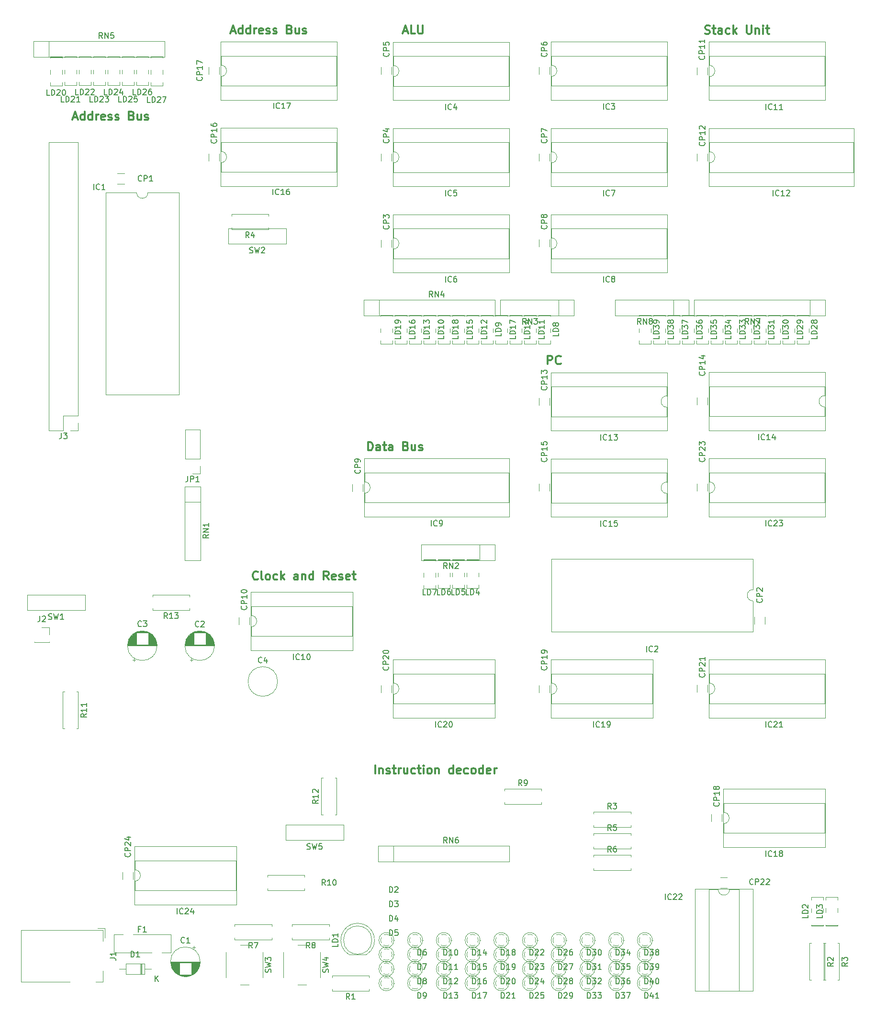
<source format=gbr>
%TF.GenerationSoftware,KiCad,Pcbnew,8.0.6*%
%TF.CreationDate,2025-02-22T13:50:16+09:00*%
%TF.ProjectId,HC4_KiCad,4843345f-4b69-4436-9164-2e6b69636164,rev?*%
%TF.SameCoordinates,Original*%
%TF.FileFunction,Legend,Top*%
%TF.FilePolarity,Positive*%
%FSLAX46Y46*%
G04 Gerber Fmt 4.6, Leading zero omitted, Abs format (unit mm)*
G04 Created by KiCad (PCBNEW 8.0.6) date 2025-02-22 13:50:16*
%MOMM*%
%LPD*%
G01*
G04 APERTURE LIST*
%ADD10C,0.300000*%
%ADD11C,0.150000*%
%ADD12C,0.120000*%
%ADD13C,0.100000*%
G04 APERTURE END LIST*
D10*
X130023082Y-27312257D02*
X130737368Y-27312257D01*
X129880225Y-27740828D02*
X130380225Y-26240828D01*
X130380225Y-26240828D02*
X130880225Y-27740828D01*
X132023082Y-27740828D02*
X132023082Y-26240828D01*
X132023082Y-27669400D02*
X131880224Y-27740828D01*
X131880224Y-27740828D02*
X131594510Y-27740828D01*
X131594510Y-27740828D02*
X131451653Y-27669400D01*
X131451653Y-27669400D02*
X131380224Y-27597971D01*
X131380224Y-27597971D02*
X131308796Y-27455114D01*
X131308796Y-27455114D02*
X131308796Y-27026542D01*
X131308796Y-27026542D02*
X131380224Y-26883685D01*
X131380224Y-26883685D02*
X131451653Y-26812257D01*
X131451653Y-26812257D02*
X131594510Y-26740828D01*
X131594510Y-26740828D02*
X131880224Y-26740828D01*
X131880224Y-26740828D02*
X132023082Y-26812257D01*
X133380225Y-27740828D02*
X133380225Y-26240828D01*
X133380225Y-27669400D02*
X133237367Y-27740828D01*
X133237367Y-27740828D02*
X132951653Y-27740828D01*
X132951653Y-27740828D02*
X132808796Y-27669400D01*
X132808796Y-27669400D02*
X132737367Y-27597971D01*
X132737367Y-27597971D02*
X132665939Y-27455114D01*
X132665939Y-27455114D02*
X132665939Y-27026542D01*
X132665939Y-27026542D02*
X132737367Y-26883685D01*
X132737367Y-26883685D02*
X132808796Y-26812257D01*
X132808796Y-26812257D02*
X132951653Y-26740828D01*
X132951653Y-26740828D02*
X133237367Y-26740828D01*
X133237367Y-26740828D02*
X133380225Y-26812257D01*
X134094510Y-27740828D02*
X134094510Y-26740828D01*
X134094510Y-27026542D02*
X134165939Y-26883685D01*
X134165939Y-26883685D02*
X134237368Y-26812257D01*
X134237368Y-26812257D02*
X134380225Y-26740828D01*
X134380225Y-26740828D02*
X134523082Y-26740828D01*
X135594510Y-27669400D02*
X135451653Y-27740828D01*
X135451653Y-27740828D02*
X135165939Y-27740828D01*
X135165939Y-27740828D02*
X135023081Y-27669400D01*
X135023081Y-27669400D02*
X134951653Y-27526542D01*
X134951653Y-27526542D02*
X134951653Y-26955114D01*
X134951653Y-26955114D02*
X135023081Y-26812257D01*
X135023081Y-26812257D02*
X135165939Y-26740828D01*
X135165939Y-26740828D02*
X135451653Y-26740828D01*
X135451653Y-26740828D02*
X135594510Y-26812257D01*
X135594510Y-26812257D02*
X135665939Y-26955114D01*
X135665939Y-26955114D02*
X135665939Y-27097971D01*
X135665939Y-27097971D02*
X134951653Y-27240828D01*
X136237367Y-27669400D02*
X136380224Y-27740828D01*
X136380224Y-27740828D02*
X136665938Y-27740828D01*
X136665938Y-27740828D02*
X136808795Y-27669400D01*
X136808795Y-27669400D02*
X136880224Y-27526542D01*
X136880224Y-27526542D02*
X136880224Y-27455114D01*
X136880224Y-27455114D02*
X136808795Y-27312257D01*
X136808795Y-27312257D02*
X136665938Y-27240828D01*
X136665938Y-27240828D02*
X136451653Y-27240828D01*
X136451653Y-27240828D02*
X136308795Y-27169400D01*
X136308795Y-27169400D02*
X136237367Y-27026542D01*
X136237367Y-27026542D02*
X136237367Y-26955114D01*
X136237367Y-26955114D02*
X136308795Y-26812257D01*
X136308795Y-26812257D02*
X136451653Y-26740828D01*
X136451653Y-26740828D02*
X136665938Y-26740828D01*
X136665938Y-26740828D02*
X136808795Y-26812257D01*
X137451653Y-27669400D02*
X137594510Y-27740828D01*
X137594510Y-27740828D02*
X137880224Y-27740828D01*
X137880224Y-27740828D02*
X138023081Y-27669400D01*
X138023081Y-27669400D02*
X138094510Y-27526542D01*
X138094510Y-27526542D02*
X138094510Y-27455114D01*
X138094510Y-27455114D02*
X138023081Y-27312257D01*
X138023081Y-27312257D02*
X137880224Y-27240828D01*
X137880224Y-27240828D02*
X137665939Y-27240828D01*
X137665939Y-27240828D02*
X137523081Y-27169400D01*
X137523081Y-27169400D02*
X137451653Y-27026542D01*
X137451653Y-27026542D02*
X137451653Y-26955114D01*
X137451653Y-26955114D02*
X137523081Y-26812257D01*
X137523081Y-26812257D02*
X137665939Y-26740828D01*
X137665939Y-26740828D02*
X137880224Y-26740828D01*
X137880224Y-26740828D02*
X138023081Y-26812257D01*
X140380224Y-26955114D02*
X140594510Y-27026542D01*
X140594510Y-27026542D02*
X140665939Y-27097971D01*
X140665939Y-27097971D02*
X140737367Y-27240828D01*
X140737367Y-27240828D02*
X140737367Y-27455114D01*
X140737367Y-27455114D02*
X140665939Y-27597971D01*
X140665939Y-27597971D02*
X140594510Y-27669400D01*
X140594510Y-27669400D02*
X140451653Y-27740828D01*
X140451653Y-27740828D02*
X139880224Y-27740828D01*
X139880224Y-27740828D02*
X139880224Y-26240828D01*
X139880224Y-26240828D02*
X140380224Y-26240828D01*
X140380224Y-26240828D02*
X140523082Y-26312257D01*
X140523082Y-26312257D02*
X140594510Y-26383685D01*
X140594510Y-26383685D02*
X140665939Y-26526542D01*
X140665939Y-26526542D02*
X140665939Y-26669400D01*
X140665939Y-26669400D02*
X140594510Y-26812257D01*
X140594510Y-26812257D02*
X140523082Y-26883685D01*
X140523082Y-26883685D02*
X140380224Y-26955114D01*
X140380224Y-26955114D02*
X139880224Y-26955114D01*
X142023082Y-26740828D02*
X142023082Y-27740828D01*
X141380224Y-26740828D02*
X141380224Y-27526542D01*
X141380224Y-27526542D02*
X141451653Y-27669400D01*
X141451653Y-27669400D02*
X141594510Y-27740828D01*
X141594510Y-27740828D02*
X141808796Y-27740828D01*
X141808796Y-27740828D02*
X141951653Y-27669400D01*
X141951653Y-27669400D02*
X142023082Y-27597971D01*
X142665939Y-27669400D02*
X142808796Y-27740828D01*
X142808796Y-27740828D02*
X143094510Y-27740828D01*
X143094510Y-27740828D02*
X143237367Y-27669400D01*
X143237367Y-27669400D02*
X143308796Y-27526542D01*
X143308796Y-27526542D02*
X143308796Y-27455114D01*
X143308796Y-27455114D02*
X143237367Y-27312257D01*
X143237367Y-27312257D02*
X143094510Y-27240828D01*
X143094510Y-27240828D02*
X142880225Y-27240828D01*
X142880225Y-27240828D02*
X142737367Y-27169400D01*
X142737367Y-27169400D02*
X142665939Y-27026542D01*
X142665939Y-27026542D02*
X142665939Y-26955114D01*
X142665939Y-26955114D02*
X142737367Y-26812257D01*
X142737367Y-26812257D02*
X142880225Y-26740828D01*
X142880225Y-26740828D02*
X143094510Y-26740828D01*
X143094510Y-26740828D02*
X143237367Y-26812257D01*
X155494510Y-158550828D02*
X155494510Y-157050828D01*
X156208796Y-157550828D02*
X156208796Y-158550828D01*
X156208796Y-157693685D02*
X156280225Y-157622257D01*
X156280225Y-157622257D02*
X156423082Y-157550828D01*
X156423082Y-157550828D02*
X156637368Y-157550828D01*
X156637368Y-157550828D02*
X156780225Y-157622257D01*
X156780225Y-157622257D02*
X156851654Y-157765114D01*
X156851654Y-157765114D02*
X156851654Y-158550828D01*
X157494511Y-158479400D02*
X157637368Y-158550828D01*
X157637368Y-158550828D02*
X157923082Y-158550828D01*
X157923082Y-158550828D02*
X158065939Y-158479400D01*
X158065939Y-158479400D02*
X158137368Y-158336542D01*
X158137368Y-158336542D02*
X158137368Y-158265114D01*
X158137368Y-158265114D02*
X158065939Y-158122257D01*
X158065939Y-158122257D02*
X157923082Y-158050828D01*
X157923082Y-158050828D02*
X157708797Y-158050828D01*
X157708797Y-158050828D02*
X157565939Y-157979400D01*
X157565939Y-157979400D02*
X157494511Y-157836542D01*
X157494511Y-157836542D02*
X157494511Y-157765114D01*
X157494511Y-157765114D02*
X157565939Y-157622257D01*
X157565939Y-157622257D02*
X157708797Y-157550828D01*
X157708797Y-157550828D02*
X157923082Y-157550828D01*
X157923082Y-157550828D02*
X158065939Y-157622257D01*
X158565940Y-157550828D02*
X159137368Y-157550828D01*
X158780225Y-157050828D02*
X158780225Y-158336542D01*
X158780225Y-158336542D02*
X158851654Y-158479400D01*
X158851654Y-158479400D02*
X158994511Y-158550828D01*
X158994511Y-158550828D02*
X159137368Y-158550828D01*
X159637368Y-158550828D02*
X159637368Y-157550828D01*
X159637368Y-157836542D02*
X159708797Y-157693685D01*
X159708797Y-157693685D02*
X159780226Y-157622257D01*
X159780226Y-157622257D02*
X159923083Y-157550828D01*
X159923083Y-157550828D02*
X160065940Y-157550828D01*
X161208797Y-157550828D02*
X161208797Y-158550828D01*
X160565939Y-157550828D02*
X160565939Y-158336542D01*
X160565939Y-158336542D02*
X160637368Y-158479400D01*
X160637368Y-158479400D02*
X160780225Y-158550828D01*
X160780225Y-158550828D02*
X160994511Y-158550828D01*
X160994511Y-158550828D02*
X161137368Y-158479400D01*
X161137368Y-158479400D02*
X161208797Y-158407971D01*
X162565940Y-158479400D02*
X162423082Y-158550828D01*
X162423082Y-158550828D02*
X162137368Y-158550828D01*
X162137368Y-158550828D02*
X161994511Y-158479400D01*
X161994511Y-158479400D02*
X161923082Y-158407971D01*
X161923082Y-158407971D02*
X161851654Y-158265114D01*
X161851654Y-158265114D02*
X161851654Y-157836542D01*
X161851654Y-157836542D02*
X161923082Y-157693685D01*
X161923082Y-157693685D02*
X161994511Y-157622257D01*
X161994511Y-157622257D02*
X162137368Y-157550828D01*
X162137368Y-157550828D02*
X162423082Y-157550828D01*
X162423082Y-157550828D02*
X162565940Y-157622257D01*
X162994511Y-157550828D02*
X163565939Y-157550828D01*
X163208796Y-157050828D02*
X163208796Y-158336542D01*
X163208796Y-158336542D02*
X163280225Y-158479400D01*
X163280225Y-158479400D02*
X163423082Y-158550828D01*
X163423082Y-158550828D02*
X163565939Y-158550828D01*
X164065939Y-158550828D02*
X164065939Y-157550828D01*
X164065939Y-157050828D02*
X163994511Y-157122257D01*
X163994511Y-157122257D02*
X164065939Y-157193685D01*
X164065939Y-157193685D02*
X164137368Y-157122257D01*
X164137368Y-157122257D02*
X164065939Y-157050828D01*
X164065939Y-157050828D02*
X164065939Y-157193685D01*
X164994511Y-158550828D02*
X164851654Y-158479400D01*
X164851654Y-158479400D02*
X164780225Y-158407971D01*
X164780225Y-158407971D02*
X164708797Y-158265114D01*
X164708797Y-158265114D02*
X164708797Y-157836542D01*
X164708797Y-157836542D02*
X164780225Y-157693685D01*
X164780225Y-157693685D02*
X164851654Y-157622257D01*
X164851654Y-157622257D02*
X164994511Y-157550828D01*
X164994511Y-157550828D02*
X165208797Y-157550828D01*
X165208797Y-157550828D02*
X165351654Y-157622257D01*
X165351654Y-157622257D02*
X165423083Y-157693685D01*
X165423083Y-157693685D02*
X165494511Y-157836542D01*
X165494511Y-157836542D02*
X165494511Y-158265114D01*
X165494511Y-158265114D02*
X165423083Y-158407971D01*
X165423083Y-158407971D02*
X165351654Y-158479400D01*
X165351654Y-158479400D02*
X165208797Y-158550828D01*
X165208797Y-158550828D02*
X164994511Y-158550828D01*
X166137368Y-157550828D02*
X166137368Y-158550828D01*
X166137368Y-157693685D02*
X166208797Y-157622257D01*
X166208797Y-157622257D02*
X166351654Y-157550828D01*
X166351654Y-157550828D02*
X166565940Y-157550828D01*
X166565940Y-157550828D02*
X166708797Y-157622257D01*
X166708797Y-157622257D02*
X166780226Y-157765114D01*
X166780226Y-157765114D02*
X166780226Y-158550828D01*
X169280226Y-158550828D02*
X169280226Y-157050828D01*
X169280226Y-158479400D02*
X169137368Y-158550828D01*
X169137368Y-158550828D02*
X168851654Y-158550828D01*
X168851654Y-158550828D02*
X168708797Y-158479400D01*
X168708797Y-158479400D02*
X168637368Y-158407971D01*
X168637368Y-158407971D02*
X168565940Y-158265114D01*
X168565940Y-158265114D02*
X168565940Y-157836542D01*
X168565940Y-157836542D02*
X168637368Y-157693685D01*
X168637368Y-157693685D02*
X168708797Y-157622257D01*
X168708797Y-157622257D02*
X168851654Y-157550828D01*
X168851654Y-157550828D02*
X169137368Y-157550828D01*
X169137368Y-157550828D02*
X169280226Y-157622257D01*
X170565940Y-158479400D02*
X170423083Y-158550828D01*
X170423083Y-158550828D02*
X170137369Y-158550828D01*
X170137369Y-158550828D02*
X169994511Y-158479400D01*
X169994511Y-158479400D02*
X169923083Y-158336542D01*
X169923083Y-158336542D02*
X169923083Y-157765114D01*
X169923083Y-157765114D02*
X169994511Y-157622257D01*
X169994511Y-157622257D02*
X170137369Y-157550828D01*
X170137369Y-157550828D02*
X170423083Y-157550828D01*
X170423083Y-157550828D02*
X170565940Y-157622257D01*
X170565940Y-157622257D02*
X170637369Y-157765114D01*
X170637369Y-157765114D02*
X170637369Y-157907971D01*
X170637369Y-157907971D02*
X169923083Y-158050828D01*
X171923083Y-158479400D02*
X171780225Y-158550828D01*
X171780225Y-158550828D02*
X171494511Y-158550828D01*
X171494511Y-158550828D02*
X171351654Y-158479400D01*
X171351654Y-158479400D02*
X171280225Y-158407971D01*
X171280225Y-158407971D02*
X171208797Y-158265114D01*
X171208797Y-158265114D02*
X171208797Y-157836542D01*
X171208797Y-157836542D02*
X171280225Y-157693685D01*
X171280225Y-157693685D02*
X171351654Y-157622257D01*
X171351654Y-157622257D02*
X171494511Y-157550828D01*
X171494511Y-157550828D02*
X171780225Y-157550828D01*
X171780225Y-157550828D02*
X171923083Y-157622257D01*
X172780225Y-158550828D02*
X172637368Y-158479400D01*
X172637368Y-158479400D02*
X172565939Y-158407971D01*
X172565939Y-158407971D02*
X172494511Y-158265114D01*
X172494511Y-158265114D02*
X172494511Y-157836542D01*
X172494511Y-157836542D02*
X172565939Y-157693685D01*
X172565939Y-157693685D02*
X172637368Y-157622257D01*
X172637368Y-157622257D02*
X172780225Y-157550828D01*
X172780225Y-157550828D02*
X172994511Y-157550828D01*
X172994511Y-157550828D02*
X173137368Y-157622257D01*
X173137368Y-157622257D02*
X173208797Y-157693685D01*
X173208797Y-157693685D02*
X173280225Y-157836542D01*
X173280225Y-157836542D02*
X173280225Y-158265114D01*
X173280225Y-158265114D02*
X173208797Y-158407971D01*
X173208797Y-158407971D02*
X173137368Y-158479400D01*
X173137368Y-158479400D02*
X172994511Y-158550828D01*
X172994511Y-158550828D02*
X172780225Y-158550828D01*
X174565940Y-158550828D02*
X174565940Y-157050828D01*
X174565940Y-158479400D02*
X174423082Y-158550828D01*
X174423082Y-158550828D02*
X174137368Y-158550828D01*
X174137368Y-158550828D02*
X173994511Y-158479400D01*
X173994511Y-158479400D02*
X173923082Y-158407971D01*
X173923082Y-158407971D02*
X173851654Y-158265114D01*
X173851654Y-158265114D02*
X173851654Y-157836542D01*
X173851654Y-157836542D02*
X173923082Y-157693685D01*
X173923082Y-157693685D02*
X173994511Y-157622257D01*
X173994511Y-157622257D02*
X174137368Y-157550828D01*
X174137368Y-157550828D02*
X174423082Y-157550828D01*
X174423082Y-157550828D02*
X174565940Y-157622257D01*
X175851654Y-158479400D02*
X175708797Y-158550828D01*
X175708797Y-158550828D02*
X175423083Y-158550828D01*
X175423083Y-158550828D02*
X175280225Y-158479400D01*
X175280225Y-158479400D02*
X175208797Y-158336542D01*
X175208797Y-158336542D02*
X175208797Y-157765114D01*
X175208797Y-157765114D02*
X175280225Y-157622257D01*
X175280225Y-157622257D02*
X175423083Y-157550828D01*
X175423083Y-157550828D02*
X175708797Y-157550828D01*
X175708797Y-157550828D02*
X175851654Y-157622257D01*
X175851654Y-157622257D02*
X175923083Y-157765114D01*
X175923083Y-157765114D02*
X175923083Y-157907971D01*
X175923083Y-157907971D02*
X175208797Y-158050828D01*
X176565939Y-158550828D02*
X176565939Y-157550828D01*
X176565939Y-157836542D02*
X176637368Y-157693685D01*
X176637368Y-157693685D02*
X176708797Y-157622257D01*
X176708797Y-157622257D02*
X176851654Y-157550828D01*
X176851654Y-157550828D02*
X176994511Y-157550828D01*
X213843082Y-27709400D02*
X214057368Y-27780828D01*
X214057368Y-27780828D02*
X214414510Y-27780828D01*
X214414510Y-27780828D02*
X214557368Y-27709400D01*
X214557368Y-27709400D02*
X214628796Y-27637971D01*
X214628796Y-27637971D02*
X214700225Y-27495114D01*
X214700225Y-27495114D02*
X214700225Y-27352257D01*
X214700225Y-27352257D02*
X214628796Y-27209400D01*
X214628796Y-27209400D02*
X214557368Y-27137971D01*
X214557368Y-27137971D02*
X214414510Y-27066542D01*
X214414510Y-27066542D02*
X214128796Y-26995114D01*
X214128796Y-26995114D02*
X213985939Y-26923685D01*
X213985939Y-26923685D02*
X213914510Y-26852257D01*
X213914510Y-26852257D02*
X213843082Y-26709400D01*
X213843082Y-26709400D02*
X213843082Y-26566542D01*
X213843082Y-26566542D02*
X213914510Y-26423685D01*
X213914510Y-26423685D02*
X213985939Y-26352257D01*
X213985939Y-26352257D02*
X214128796Y-26280828D01*
X214128796Y-26280828D02*
X214485939Y-26280828D01*
X214485939Y-26280828D02*
X214700225Y-26352257D01*
X215128796Y-26780828D02*
X215700224Y-26780828D01*
X215343081Y-26280828D02*
X215343081Y-27566542D01*
X215343081Y-27566542D02*
X215414510Y-27709400D01*
X215414510Y-27709400D02*
X215557367Y-27780828D01*
X215557367Y-27780828D02*
X215700224Y-27780828D01*
X216843082Y-27780828D02*
X216843082Y-26995114D01*
X216843082Y-26995114D02*
X216771653Y-26852257D01*
X216771653Y-26852257D02*
X216628796Y-26780828D01*
X216628796Y-26780828D02*
X216343082Y-26780828D01*
X216343082Y-26780828D02*
X216200224Y-26852257D01*
X216843082Y-27709400D02*
X216700224Y-27780828D01*
X216700224Y-27780828D02*
X216343082Y-27780828D01*
X216343082Y-27780828D02*
X216200224Y-27709400D01*
X216200224Y-27709400D02*
X216128796Y-27566542D01*
X216128796Y-27566542D02*
X216128796Y-27423685D01*
X216128796Y-27423685D02*
X216200224Y-27280828D01*
X216200224Y-27280828D02*
X216343082Y-27209400D01*
X216343082Y-27209400D02*
X216700224Y-27209400D01*
X216700224Y-27209400D02*
X216843082Y-27137971D01*
X218200225Y-27709400D02*
X218057367Y-27780828D01*
X218057367Y-27780828D02*
X217771653Y-27780828D01*
X217771653Y-27780828D02*
X217628796Y-27709400D01*
X217628796Y-27709400D02*
X217557367Y-27637971D01*
X217557367Y-27637971D02*
X217485939Y-27495114D01*
X217485939Y-27495114D02*
X217485939Y-27066542D01*
X217485939Y-27066542D02*
X217557367Y-26923685D01*
X217557367Y-26923685D02*
X217628796Y-26852257D01*
X217628796Y-26852257D02*
X217771653Y-26780828D01*
X217771653Y-26780828D02*
X218057367Y-26780828D01*
X218057367Y-26780828D02*
X218200225Y-26852257D01*
X218843081Y-27780828D02*
X218843081Y-26280828D01*
X218985939Y-27209400D02*
X219414510Y-27780828D01*
X219414510Y-26780828D02*
X218843081Y-27352257D01*
X221200224Y-26280828D02*
X221200224Y-27495114D01*
X221200224Y-27495114D02*
X221271653Y-27637971D01*
X221271653Y-27637971D02*
X221343082Y-27709400D01*
X221343082Y-27709400D02*
X221485939Y-27780828D01*
X221485939Y-27780828D02*
X221771653Y-27780828D01*
X221771653Y-27780828D02*
X221914510Y-27709400D01*
X221914510Y-27709400D02*
X221985939Y-27637971D01*
X221985939Y-27637971D02*
X222057367Y-27495114D01*
X222057367Y-27495114D02*
X222057367Y-26280828D01*
X222771653Y-26780828D02*
X222771653Y-27780828D01*
X222771653Y-26923685D02*
X222843082Y-26852257D01*
X222843082Y-26852257D02*
X222985939Y-26780828D01*
X222985939Y-26780828D02*
X223200225Y-26780828D01*
X223200225Y-26780828D02*
X223343082Y-26852257D01*
X223343082Y-26852257D02*
X223414511Y-26995114D01*
X223414511Y-26995114D02*
X223414511Y-27780828D01*
X224128796Y-27780828D02*
X224128796Y-26780828D01*
X224128796Y-26280828D02*
X224057368Y-26352257D01*
X224057368Y-26352257D02*
X224128796Y-26423685D01*
X224128796Y-26423685D02*
X224200225Y-26352257D01*
X224200225Y-26352257D02*
X224128796Y-26280828D01*
X224128796Y-26280828D02*
X224128796Y-26423685D01*
X224628797Y-26780828D02*
X225200225Y-26780828D01*
X224843082Y-26280828D02*
X224843082Y-27566542D01*
X224843082Y-27566542D02*
X224914511Y-27709400D01*
X224914511Y-27709400D02*
X225057368Y-27780828D01*
X225057368Y-27780828D02*
X225200225Y-27780828D01*
X160503082Y-27312257D02*
X161217368Y-27312257D01*
X160360225Y-27740828D02*
X160860225Y-26240828D01*
X160860225Y-26240828D02*
X161360225Y-27740828D01*
X162574510Y-27740828D02*
X161860224Y-27740828D01*
X161860224Y-27740828D02*
X161860224Y-26240828D01*
X163074510Y-26240828D02*
X163074510Y-27455114D01*
X163074510Y-27455114D02*
X163145939Y-27597971D01*
X163145939Y-27597971D02*
X163217368Y-27669400D01*
X163217368Y-27669400D02*
X163360225Y-27740828D01*
X163360225Y-27740828D02*
X163645939Y-27740828D01*
X163645939Y-27740828D02*
X163788796Y-27669400D01*
X163788796Y-27669400D02*
X163860225Y-27597971D01*
X163860225Y-27597971D02*
X163931653Y-27455114D01*
X163931653Y-27455114D02*
X163931653Y-26240828D01*
X102083082Y-42552257D02*
X102797368Y-42552257D01*
X101940225Y-42980828D02*
X102440225Y-41480828D01*
X102440225Y-41480828D02*
X102940225Y-42980828D01*
X104083082Y-42980828D02*
X104083082Y-41480828D01*
X104083082Y-42909400D02*
X103940224Y-42980828D01*
X103940224Y-42980828D02*
X103654510Y-42980828D01*
X103654510Y-42980828D02*
X103511653Y-42909400D01*
X103511653Y-42909400D02*
X103440224Y-42837971D01*
X103440224Y-42837971D02*
X103368796Y-42695114D01*
X103368796Y-42695114D02*
X103368796Y-42266542D01*
X103368796Y-42266542D02*
X103440224Y-42123685D01*
X103440224Y-42123685D02*
X103511653Y-42052257D01*
X103511653Y-42052257D02*
X103654510Y-41980828D01*
X103654510Y-41980828D02*
X103940224Y-41980828D01*
X103940224Y-41980828D02*
X104083082Y-42052257D01*
X105440225Y-42980828D02*
X105440225Y-41480828D01*
X105440225Y-42909400D02*
X105297367Y-42980828D01*
X105297367Y-42980828D02*
X105011653Y-42980828D01*
X105011653Y-42980828D02*
X104868796Y-42909400D01*
X104868796Y-42909400D02*
X104797367Y-42837971D01*
X104797367Y-42837971D02*
X104725939Y-42695114D01*
X104725939Y-42695114D02*
X104725939Y-42266542D01*
X104725939Y-42266542D02*
X104797367Y-42123685D01*
X104797367Y-42123685D02*
X104868796Y-42052257D01*
X104868796Y-42052257D02*
X105011653Y-41980828D01*
X105011653Y-41980828D02*
X105297367Y-41980828D01*
X105297367Y-41980828D02*
X105440225Y-42052257D01*
X106154510Y-42980828D02*
X106154510Y-41980828D01*
X106154510Y-42266542D02*
X106225939Y-42123685D01*
X106225939Y-42123685D02*
X106297368Y-42052257D01*
X106297368Y-42052257D02*
X106440225Y-41980828D01*
X106440225Y-41980828D02*
X106583082Y-41980828D01*
X107654510Y-42909400D02*
X107511653Y-42980828D01*
X107511653Y-42980828D02*
X107225939Y-42980828D01*
X107225939Y-42980828D02*
X107083081Y-42909400D01*
X107083081Y-42909400D02*
X107011653Y-42766542D01*
X107011653Y-42766542D02*
X107011653Y-42195114D01*
X107011653Y-42195114D02*
X107083081Y-42052257D01*
X107083081Y-42052257D02*
X107225939Y-41980828D01*
X107225939Y-41980828D02*
X107511653Y-41980828D01*
X107511653Y-41980828D02*
X107654510Y-42052257D01*
X107654510Y-42052257D02*
X107725939Y-42195114D01*
X107725939Y-42195114D02*
X107725939Y-42337971D01*
X107725939Y-42337971D02*
X107011653Y-42480828D01*
X108297367Y-42909400D02*
X108440224Y-42980828D01*
X108440224Y-42980828D02*
X108725938Y-42980828D01*
X108725938Y-42980828D02*
X108868795Y-42909400D01*
X108868795Y-42909400D02*
X108940224Y-42766542D01*
X108940224Y-42766542D02*
X108940224Y-42695114D01*
X108940224Y-42695114D02*
X108868795Y-42552257D01*
X108868795Y-42552257D02*
X108725938Y-42480828D01*
X108725938Y-42480828D02*
X108511653Y-42480828D01*
X108511653Y-42480828D02*
X108368795Y-42409400D01*
X108368795Y-42409400D02*
X108297367Y-42266542D01*
X108297367Y-42266542D02*
X108297367Y-42195114D01*
X108297367Y-42195114D02*
X108368795Y-42052257D01*
X108368795Y-42052257D02*
X108511653Y-41980828D01*
X108511653Y-41980828D02*
X108725938Y-41980828D01*
X108725938Y-41980828D02*
X108868795Y-42052257D01*
X109511653Y-42909400D02*
X109654510Y-42980828D01*
X109654510Y-42980828D02*
X109940224Y-42980828D01*
X109940224Y-42980828D02*
X110083081Y-42909400D01*
X110083081Y-42909400D02*
X110154510Y-42766542D01*
X110154510Y-42766542D02*
X110154510Y-42695114D01*
X110154510Y-42695114D02*
X110083081Y-42552257D01*
X110083081Y-42552257D02*
X109940224Y-42480828D01*
X109940224Y-42480828D02*
X109725939Y-42480828D01*
X109725939Y-42480828D02*
X109583081Y-42409400D01*
X109583081Y-42409400D02*
X109511653Y-42266542D01*
X109511653Y-42266542D02*
X109511653Y-42195114D01*
X109511653Y-42195114D02*
X109583081Y-42052257D01*
X109583081Y-42052257D02*
X109725939Y-41980828D01*
X109725939Y-41980828D02*
X109940224Y-41980828D01*
X109940224Y-41980828D02*
X110083081Y-42052257D01*
X112440224Y-42195114D02*
X112654510Y-42266542D01*
X112654510Y-42266542D02*
X112725939Y-42337971D01*
X112725939Y-42337971D02*
X112797367Y-42480828D01*
X112797367Y-42480828D02*
X112797367Y-42695114D01*
X112797367Y-42695114D02*
X112725939Y-42837971D01*
X112725939Y-42837971D02*
X112654510Y-42909400D01*
X112654510Y-42909400D02*
X112511653Y-42980828D01*
X112511653Y-42980828D02*
X111940224Y-42980828D01*
X111940224Y-42980828D02*
X111940224Y-41480828D01*
X111940224Y-41480828D02*
X112440224Y-41480828D01*
X112440224Y-41480828D02*
X112583082Y-41552257D01*
X112583082Y-41552257D02*
X112654510Y-41623685D01*
X112654510Y-41623685D02*
X112725939Y-41766542D01*
X112725939Y-41766542D02*
X112725939Y-41909400D01*
X112725939Y-41909400D02*
X112654510Y-42052257D01*
X112654510Y-42052257D02*
X112583082Y-42123685D01*
X112583082Y-42123685D02*
X112440224Y-42195114D01*
X112440224Y-42195114D02*
X111940224Y-42195114D01*
X114083082Y-41980828D02*
X114083082Y-42980828D01*
X113440224Y-41980828D02*
X113440224Y-42766542D01*
X113440224Y-42766542D02*
X113511653Y-42909400D01*
X113511653Y-42909400D02*
X113654510Y-42980828D01*
X113654510Y-42980828D02*
X113868796Y-42980828D01*
X113868796Y-42980828D02*
X114011653Y-42909400D01*
X114011653Y-42909400D02*
X114083082Y-42837971D01*
X114725939Y-42909400D02*
X114868796Y-42980828D01*
X114868796Y-42980828D02*
X115154510Y-42980828D01*
X115154510Y-42980828D02*
X115297367Y-42909400D01*
X115297367Y-42909400D02*
X115368796Y-42766542D01*
X115368796Y-42766542D02*
X115368796Y-42695114D01*
X115368796Y-42695114D02*
X115297367Y-42552257D01*
X115297367Y-42552257D02*
X115154510Y-42480828D01*
X115154510Y-42480828D02*
X114940225Y-42480828D01*
X114940225Y-42480828D02*
X114797367Y-42409400D01*
X114797367Y-42409400D02*
X114725939Y-42266542D01*
X114725939Y-42266542D02*
X114725939Y-42195114D01*
X114725939Y-42195114D02*
X114797367Y-42052257D01*
X114797367Y-42052257D02*
X114940225Y-41980828D01*
X114940225Y-41980828D02*
X115154510Y-41980828D01*
X115154510Y-41980828D02*
X115297367Y-42052257D01*
X185974510Y-86160828D02*
X185974510Y-84660828D01*
X185974510Y-84660828D02*
X186545939Y-84660828D01*
X186545939Y-84660828D02*
X186688796Y-84732257D01*
X186688796Y-84732257D02*
X186760225Y-84803685D01*
X186760225Y-84803685D02*
X186831653Y-84946542D01*
X186831653Y-84946542D02*
X186831653Y-85160828D01*
X186831653Y-85160828D02*
X186760225Y-85303685D01*
X186760225Y-85303685D02*
X186688796Y-85375114D01*
X186688796Y-85375114D02*
X186545939Y-85446542D01*
X186545939Y-85446542D02*
X185974510Y-85446542D01*
X188331653Y-86017971D02*
X188260225Y-86089400D01*
X188260225Y-86089400D02*
X188045939Y-86160828D01*
X188045939Y-86160828D02*
X187903082Y-86160828D01*
X187903082Y-86160828D02*
X187688796Y-86089400D01*
X187688796Y-86089400D02*
X187545939Y-85946542D01*
X187545939Y-85946542D02*
X187474510Y-85803685D01*
X187474510Y-85803685D02*
X187403082Y-85517971D01*
X187403082Y-85517971D02*
X187403082Y-85303685D01*
X187403082Y-85303685D02*
X187474510Y-85017971D01*
X187474510Y-85017971D02*
X187545939Y-84875114D01*
X187545939Y-84875114D02*
X187688796Y-84732257D01*
X187688796Y-84732257D02*
X187903082Y-84660828D01*
X187903082Y-84660828D02*
X188045939Y-84660828D01*
X188045939Y-84660828D02*
X188260225Y-84732257D01*
X188260225Y-84732257D02*
X188331653Y-84803685D01*
X134761653Y-124117971D02*
X134690225Y-124189400D01*
X134690225Y-124189400D02*
X134475939Y-124260828D01*
X134475939Y-124260828D02*
X134333082Y-124260828D01*
X134333082Y-124260828D02*
X134118796Y-124189400D01*
X134118796Y-124189400D02*
X133975939Y-124046542D01*
X133975939Y-124046542D02*
X133904510Y-123903685D01*
X133904510Y-123903685D02*
X133833082Y-123617971D01*
X133833082Y-123617971D02*
X133833082Y-123403685D01*
X133833082Y-123403685D02*
X133904510Y-123117971D01*
X133904510Y-123117971D02*
X133975939Y-122975114D01*
X133975939Y-122975114D02*
X134118796Y-122832257D01*
X134118796Y-122832257D02*
X134333082Y-122760828D01*
X134333082Y-122760828D02*
X134475939Y-122760828D01*
X134475939Y-122760828D02*
X134690225Y-122832257D01*
X134690225Y-122832257D02*
X134761653Y-122903685D01*
X135618796Y-124260828D02*
X135475939Y-124189400D01*
X135475939Y-124189400D02*
X135404510Y-124046542D01*
X135404510Y-124046542D02*
X135404510Y-122760828D01*
X136404510Y-124260828D02*
X136261653Y-124189400D01*
X136261653Y-124189400D02*
X136190224Y-124117971D01*
X136190224Y-124117971D02*
X136118796Y-123975114D01*
X136118796Y-123975114D02*
X136118796Y-123546542D01*
X136118796Y-123546542D02*
X136190224Y-123403685D01*
X136190224Y-123403685D02*
X136261653Y-123332257D01*
X136261653Y-123332257D02*
X136404510Y-123260828D01*
X136404510Y-123260828D02*
X136618796Y-123260828D01*
X136618796Y-123260828D02*
X136761653Y-123332257D01*
X136761653Y-123332257D02*
X136833082Y-123403685D01*
X136833082Y-123403685D02*
X136904510Y-123546542D01*
X136904510Y-123546542D02*
X136904510Y-123975114D01*
X136904510Y-123975114D02*
X136833082Y-124117971D01*
X136833082Y-124117971D02*
X136761653Y-124189400D01*
X136761653Y-124189400D02*
X136618796Y-124260828D01*
X136618796Y-124260828D02*
X136404510Y-124260828D01*
X138190225Y-124189400D02*
X138047367Y-124260828D01*
X138047367Y-124260828D02*
X137761653Y-124260828D01*
X137761653Y-124260828D02*
X137618796Y-124189400D01*
X137618796Y-124189400D02*
X137547367Y-124117971D01*
X137547367Y-124117971D02*
X137475939Y-123975114D01*
X137475939Y-123975114D02*
X137475939Y-123546542D01*
X137475939Y-123546542D02*
X137547367Y-123403685D01*
X137547367Y-123403685D02*
X137618796Y-123332257D01*
X137618796Y-123332257D02*
X137761653Y-123260828D01*
X137761653Y-123260828D02*
X138047367Y-123260828D01*
X138047367Y-123260828D02*
X138190225Y-123332257D01*
X138833081Y-124260828D02*
X138833081Y-122760828D01*
X138975939Y-123689400D02*
X139404510Y-124260828D01*
X139404510Y-123260828D02*
X138833081Y-123832257D01*
X141833082Y-124260828D02*
X141833082Y-123475114D01*
X141833082Y-123475114D02*
X141761653Y-123332257D01*
X141761653Y-123332257D02*
X141618796Y-123260828D01*
X141618796Y-123260828D02*
X141333082Y-123260828D01*
X141333082Y-123260828D02*
X141190224Y-123332257D01*
X141833082Y-124189400D02*
X141690224Y-124260828D01*
X141690224Y-124260828D02*
X141333082Y-124260828D01*
X141333082Y-124260828D02*
X141190224Y-124189400D01*
X141190224Y-124189400D02*
X141118796Y-124046542D01*
X141118796Y-124046542D02*
X141118796Y-123903685D01*
X141118796Y-123903685D02*
X141190224Y-123760828D01*
X141190224Y-123760828D02*
X141333082Y-123689400D01*
X141333082Y-123689400D02*
X141690224Y-123689400D01*
X141690224Y-123689400D02*
X141833082Y-123617971D01*
X142547367Y-123260828D02*
X142547367Y-124260828D01*
X142547367Y-123403685D02*
X142618796Y-123332257D01*
X142618796Y-123332257D02*
X142761653Y-123260828D01*
X142761653Y-123260828D02*
X142975939Y-123260828D01*
X142975939Y-123260828D02*
X143118796Y-123332257D01*
X143118796Y-123332257D02*
X143190225Y-123475114D01*
X143190225Y-123475114D02*
X143190225Y-124260828D01*
X144547368Y-124260828D02*
X144547368Y-122760828D01*
X144547368Y-124189400D02*
X144404510Y-124260828D01*
X144404510Y-124260828D02*
X144118796Y-124260828D01*
X144118796Y-124260828D02*
X143975939Y-124189400D01*
X143975939Y-124189400D02*
X143904510Y-124117971D01*
X143904510Y-124117971D02*
X143833082Y-123975114D01*
X143833082Y-123975114D02*
X143833082Y-123546542D01*
X143833082Y-123546542D02*
X143904510Y-123403685D01*
X143904510Y-123403685D02*
X143975939Y-123332257D01*
X143975939Y-123332257D02*
X144118796Y-123260828D01*
X144118796Y-123260828D02*
X144404510Y-123260828D01*
X144404510Y-123260828D02*
X144547368Y-123332257D01*
X147261653Y-124260828D02*
X146761653Y-123546542D01*
X146404510Y-124260828D02*
X146404510Y-122760828D01*
X146404510Y-122760828D02*
X146975939Y-122760828D01*
X146975939Y-122760828D02*
X147118796Y-122832257D01*
X147118796Y-122832257D02*
X147190225Y-122903685D01*
X147190225Y-122903685D02*
X147261653Y-123046542D01*
X147261653Y-123046542D02*
X147261653Y-123260828D01*
X147261653Y-123260828D02*
X147190225Y-123403685D01*
X147190225Y-123403685D02*
X147118796Y-123475114D01*
X147118796Y-123475114D02*
X146975939Y-123546542D01*
X146975939Y-123546542D02*
X146404510Y-123546542D01*
X148475939Y-124189400D02*
X148333082Y-124260828D01*
X148333082Y-124260828D02*
X148047368Y-124260828D01*
X148047368Y-124260828D02*
X147904510Y-124189400D01*
X147904510Y-124189400D02*
X147833082Y-124046542D01*
X147833082Y-124046542D02*
X147833082Y-123475114D01*
X147833082Y-123475114D02*
X147904510Y-123332257D01*
X147904510Y-123332257D02*
X148047368Y-123260828D01*
X148047368Y-123260828D02*
X148333082Y-123260828D01*
X148333082Y-123260828D02*
X148475939Y-123332257D01*
X148475939Y-123332257D02*
X148547368Y-123475114D01*
X148547368Y-123475114D02*
X148547368Y-123617971D01*
X148547368Y-123617971D02*
X147833082Y-123760828D01*
X149118796Y-124189400D02*
X149261653Y-124260828D01*
X149261653Y-124260828D02*
X149547367Y-124260828D01*
X149547367Y-124260828D02*
X149690224Y-124189400D01*
X149690224Y-124189400D02*
X149761653Y-124046542D01*
X149761653Y-124046542D02*
X149761653Y-123975114D01*
X149761653Y-123975114D02*
X149690224Y-123832257D01*
X149690224Y-123832257D02*
X149547367Y-123760828D01*
X149547367Y-123760828D02*
X149333082Y-123760828D01*
X149333082Y-123760828D02*
X149190224Y-123689400D01*
X149190224Y-123689400D02*
X149118796Y-123546542D01*
X149118796Y-123546542D02*
X149118796Y-123475114D01*
X149118796Y-123475114D02*
X149190224Y-123332257D01*
X149190224Y-123332257D02*
X149333082Y-123260828D01*
X149333082Y-123260828D02*
X149547367Y-123260828D01*
X149547367Y-123260828D02*
X149690224Y-123332257D01*
X150975939Y-124189400D02*
X150833082Y-124260828D01*
X150833082Y-124260828D02*
X150547368Y-124260828D01*
X150547368Y-124260828D02*
X150404510Y-124189400D01*
X150404510Y-124189400D02*
X150333082Y-124046542D01*
X150333082Y-124046542D02*
X150333082Y-123475114D01*
X150333082Y-123475114D02*
X150404510Y-123332257D01*
X150404510Y-123332257D02*
X150547368Y-123260828D01*
X150547368Y-123260828D02*
X150833082Y-123260828D01*
X150833082Y-123260828D02*
X150975939Y-123332257D01*
X150975939Y-123332257D02*
X151047368Y-123475114D01*
X151047368Y-123475114D02*
X151047368Y-123617971D01*
X151047368Y-123617971D02*
X150333082Y-123760828D01*
X151475939Y-123260828D02*
X152047367Y-123260828D01*
X151690224Y-122760828D02*
X151690224Y-124046542D01*
X151690224Y-124046542D02*
X151761653Y-124189400D01*
X151761653Y-124189400D02*
X151904510Y-124260828D01*
X151904510Y-124260828D02*
X152047367Y-124260828D01*
X154224510Y-101400828D02*
X154224510Y-99900828D01*
X154224510Y-99900828D02*
X154581653Y-99900828D01*
X154581653Y-99900828D02*
X154795939Y-99972257D01*
X154795939Y-99972257D02*
X154938796Y-100115114D01*
X154938796Y-100115114D02*
X155010225Y-100257971D01*
X155010225Y-100257971D02*
X155081653Y-100543685D01*
X155081653Y-100543685D02*
X155081653Y-100757971D01*
X155081653Y-100757971D02*
X155010225Y-101043685D01*
X155010225Y-101043685D02*
X154938796Y-101186542D01*
X154938796Y-101186542D02*
X154795939Y-101329400D01*
X154795939Y-101329400D02*
X154581653Y-101400828D01*
X154581653Y-101400828D02*
X154224510Y-101400828D01*
X156367368Y-101400828D02*
X156367368Y-100615114D01*
X156367368Y-100615114D02*
X156295939Y-100472257D01*
X156295939Y-100472257D02*
X156153082Y-100400828D01*
X156153082Y-100400828D02*
X155867368Y-100400828D01*
X155867368Y-100400828D02*
X155724510Y-100472257D01*
X156367368Y-101329400D02*
X156224510Y-101400828D01*
X156224510Y-101400828D02*
X155867368Y-101400828D01*
X155867368Y-101400828D02*
X155724510Y-101329400D01*
X155724510Y-101329400D02*
X155653082Y-101186542D01*
X155653082Y-101186542D02*
X155653082Y-101043685D01*
X155653082Y-101043685D02*
X155724510Y-100900828D01*
X155724510Y-100900828D02*
X155867368Y-100829400D01*
X155867368Y-100829400D02*
X156224510Y-100829400D01*
X156224510Y-100829400D02*
X156367368Y-100757971D01*
X156867368Y-100400828D02*
X157438796Y-100400828D01*
X157081653Y-99900828D02*
X157081653Y-101186542D01*
X157081653Y-101186542D02*
X157153082Y-101329400D01*
X157153082Y-101329400D02*
X157295939Y-101400828D01*
X157295939Y-101400828D02*
X157438796Y-101400828D01*
X158581654Y-101400828D02*
X158581654Y-100615114D01*
X158581654Y-100615114D02*
X158510225Y-100472257D01*
X158510225Y-100472257D02*
X158367368Y-100400828D01*
X158367368Y-100400828D02*
X158081654Y-100400828D01*
X158081654Y-100400828D02*
X157938796Y-100472257D01*
X158581654Y-101329400D02*
X158438796Y-101400828D01*
X158438796Y-101400828D02*
X158081654Y-101400828D01*
X158081654Y-101400828D02*
X157938796Y-101329400D01*
X157938796Y-101329400D02*
X157867368Y-101186542D01*
X157867368Y-101186542D02*
X157867368Y-101043685D01*
X157867368Y-101043685D02*
X157938796Y-100900828D01*
X157938796Y-100900828D02*
X158081654Y-100829400D01*
X158081654Y-100829400D02*
X158438796Y-100829400D01*
X158438796Y-100829400D02*
X158581654Y-100757971D01*
X160938796Y-100615114D02*
X161153082Y-100686542D01*
X161153082Y-100686542D02*
X161224511Y-100757971D01*
X161224511Y-100757971D02*
X161295939Y-100900828D01*
X161295939Y-100900828D02*
X161295939Y-101115114D01*
X161295939Y-101115114D02*
X161224511Y-101257971D01*
X161224511Y-101257971D02*
X161153082Y-101329400D01*
X161153082Y-101329400D02*
X161010225Y-101400828D01*
X161010225Y-101400828D02*
X160438796Y-101400828D01*
X160438796Y-101400828D02*
X160438796Y-99900828D01*
X160438796Y-99900828D02*
X160938796Y-99900828D01*
X160938796Y-99900828D02*
X161081654Y-99972257D01*
X161081654Y-99972257D02*
X161153082Y-100043685D01*
X161153082Y-100043685D02*
X161224511Y-100186542D01*
X161224511Y-100186542D02*
X161224511Y-100329400D01*
X161224511Y-100329400D02*
X161153082Y-100472257D01*
X161153082Y-100472257D02*
X161081654Y-100543685D01*
X161081654Y-100543685D02*
X160938796Y-100615114D01*
X160938796Y-100615114D02*
X160438796Y-100615114D01*
X162581654Y-100400828D02*
X162581654Y-101400828D01*
X161938796Y-100400828D02*
X161938796Y-101186542D01*
X161938796Y-101186542D02*
X162010225Y-101329400D01*
X162010225Y-101329400D02*
X162153082Y-101400828D01*
X162153082Y-101400828D02*
X162367368Y-101400828D01*
X162367368Y-101400828D02*
X162510225Y-101329400D01*
X162510225Y-101329400D02*
X162581654Y-101257971D01*
X163224511Y-101329400D02*
X163367368Y-101400828D01*
X163367368Y-101400828D02*
X163653082Y-101400828D01*
X163653082Y-101400828D02*
X163795939Y-101329400D01*
X163795939Y-101329400D02*
X163867368Y-101186542D01*
X163867368Y-101186542D02*
X163867368Y-101115114D01*
X163867368Y-101115114D02*
X163795939Y-100972257D01*
X163795939Y-100972257D02*
X163653082Y-100900828D01*
X163653082Y-100900828D02*
X163438797Y-100900828D01*
X163438797Y-100900828D02*
X163295939Y-100829400D01*
X163295939Y-100829400D02*
X163224511Y-100686542D01*
X163224511Y-100686542D02*
X163224511Y-100615114D01*
X163224511Y-100615114D02*
X163295939Y-100472257D01*
X163295939Y-100472257D02*
X163438797Y-100400828D01*
X163438797Y-100400828D02*
X163653082Y-100400828D01*
X163653082Y-100400828D02*
X163795939Y-100472257D01*
D11*
X182854819Y-81152857D02*
X182854819Y-81629047D01*
X182854819Y-81629047D02*
X181854819Y-81629047D01*
X182854819Y-80819523D02*
X181854819Y-80819523D01*
X181854819Y-80819523D02*
X181854819Y-80581428D01*
X181854819Y-80581428D02*
X181902438Y-80438571D01*
X181902438Y-80438571D02*
X181997676Y-80343333D01*
X181997676Y-80343333D02*
X182092914Y-80295714D01*
X182092914Y-80295714D02*
X182283390Y-80248095D01*
X182283390Y-80248095D02*
X182426247Y-80248095D01*
X182426247Y-80248095D02*
X182616723Y-80295714D01*
X182616723Y-80295714D02*
X182711961Y-80343333D01*
X182711961Y-80343333D02*
X182807200Y-80438571D01*
X182807200Y-80438571D02*
X182854819Y-80581428D01*
X182854819Y-80581428D02*
X182854819Y-80819523D01*
X182854819Y-79295714D02*
X182854819Y-79867142D01*
X182854819Y-79581428D02*
X181854819Y-79581428D01*
X181854819Y-79581428D02*
X181997676Y-79676666D01*
X181997676Y-79676666D02*
X182092914Y-79771904D01*
X182092914Y-79771904D02*
X182140533Y-79867142D01*
X182188152Y-78438571D02*
X182854819Y-78438571D01*
X181807200Y-78676666D02*
X182521485Y-78914761D01*
X182521485Y-78914761D02*
X182521485Y-78295714D01*
X203493810Y-136979819D02*
X203493810Y-135979819D01*
X204541428Y-136884580D02*
X204493809Y-136932200D01*
X204493809Y-136932200D02*
X204350952Y-136979819D01*
X204350952Y-136979819D02*
X204255714Y-136979819D01*
X204255714Y-136979819D02*
X204112857Y-136932200D01*
X204112857Y-136932200D02*
X204017619Y-136836961D01*
X204017619Y-136836961D02*
X203970000Y-136741723D01*
X203970000Y-136741723D02*
X203922381Y-136551247D01*
X203922381Y-136551247D02*
X203922381Y-136408390D01*
X203922381Y-136408390D02*
X203970000Y-136217914D01*
X203970000Y-136217914D02*
X204017619Y-136122676D01*
X204017619Y-136122676D02*
X204112857Y-136027438D01*
X204112857Y-136027438D02*
X204255714Y-135979819D01*
X204255714Y-135979819D02*
X204350952Y-135979819D01*
X204350952Y-135979819D02*
X204493809Y-136027438D01*
X204493809Y-136027438D02*
X204541428Y-136075057D01*
X204922381Y-136075057D02*
X204970000Y-136027438D01*
X204970000Y-136027438D02*
X205065238Y-135979819D01*
X205065238Y-135979819D02*
X205303333Y-135979819D01*
X205303333Y-135979819D02*
X205398571Y-136027438D01*
X205398571Y-136027438D02*
X205446190Y-136075057D01*
X205446190Y-136075057D02*
X205493809Y-136170295D01*
X205493809Y-136170295D02*
X205493809Y-136265533D01*
X205493809Y-136265533D02*
X205446190Y-136408390D01*
X205446190Y-136408390D02*
X204874762Y-136979819D01*
X204874762Y-136979819D02*
X205493809Y-136979819D01*
X203185714Y-190614819D02*
X203185714Y-189614819D01*
X203185714Y-189614819D02*
X203423809Y-189614819D01*
X203423809Y-189614819D02*
X203566666Y-189662438D01*
X203566666Y-189662438D02*
X203661904Y-189757676D01*
X203661904Y-189757676D02*
X203709523Y-189852914D01*
X203709523Y-189852914D02*
X203757142Y-190043390D01*
X203757142Y-190043390D02*
X203757142Y-190186247D01*
X203757142Y-190186247D02*
X203709523Y-190376723D01*
X203709523Y-190376723D02*
X203661904Y-190471961D01*
X203661904Y-190471961D02*
X203566666Y-190567200D01*
X203566666Y-190567200D02*
X203423809Y-190614819D01*
X203423809Y-190614819D02*
X203185714Y-190614819D01*
X204090476Y-189614819D02*
X204709523Y-189614819D01*
X204709523Y-189614819D02*
X204376190Y-189995771D01*
X204376190Y-189995771D02*
X204519047Y-189995771D01*
X204519047Y-189995771D02*
X204614285Y-190043390D01*
X204614285Y-190043390D02*
X204661904Y-190091009D01*
X204661904Y-190091009D02*
X204709523Y-190186247D01*
X204709523Y-190186247D02*
X204709523Y-190424342D01*
X204709523Y-190424342D02*
X204661904Y-190519580D01*
X204661904Y-190519580D02*
X204614285Y-190567200D01*
X204614285Y-190567200D02*
X204519047Y-190614819D01*
X204519047Y-190614819D02*
X204233333Y-190614819D01*
X204233333Y-190614819D02*
X204138095Y-190567200D01*
X204138095Y-190567200D02*
X204090476Y-190519580D01*
X205280952Y-190043390D02*
X205185714Y-189995771D01*
X205185714Y-189995771D02*
X205138095Y-189948152D01*
X205138095Y-189948152D02*
X205090476Y-189852914D01*
X205090476Y-189852914D02*
X205090476Y-189805295D01*
X205090476Y-189805295D02*
X205138095Y-189710057D01*
X205138095Y-189710057D02*
X205185714Y-189662438D01*
X205185714Y-189662438D02*
X205280952Y-189614819D01*
X205280952Y-189614819D02*
X205471428Y-189614819D01*
X205471428Y-189614819D02*
X205566666Y-189662438D01*
X205566666Y-189662438D02*
X205614285Y-189710057D01*
X205614285Y-189710057D02*
X205661904Y-189805295D01*
X205661904Y-189805295D02*
X205661904Y-189852914D01*
X205661904Y-189852914D02*
X205614285Y-189948152D01*
X205614285Y-189948152D02*
X205566666Y-189995771D01*
X205566666Y-189995771D02*
X205471428Y-190043390D01*
X205471428Y-190043390D02*
X205280952Y-190043390D01*
X205280952Y-190043390D02*
X205185714Y-190091009D01*
X205185714Y-190091009D02*
X205138095Y-190138628D01*
X205138095Y-190138628D02*
X205090476Y-190233866D01*
X205090476Y-190233866D02*
X205090476Y-190424342D01*
X205090476Y-190424342D02*
X205138095Y-190519580D01*
X205138095Y-190519580D02*
X205185714Y-190567200D01*
X205185714Y-190567200D02*
X205280952Y-190614819D01*
X205280952Y-190614819D02*
X205471428Y-190614819D01*
X205471428Y-190614819D02*
X205566666Y-190567200D01*
X205566666Y-190567200D02*
X205614285Y-190519580D01*
X205614285Y-190519580D02*
X205661904Y-190424342D01*
X205661904Y-190424342D02*
X205661904Y-190233866D01*
X205661904Y-190233866D02*
X205614285Y-190138628D01*
X205614285Y-190138628D02*
X205566666Y-190091009D01*
X205566666Y-190091009D02*
X205471428Y-190043390D01*
X203185714Y-195694819D02*
X203185714Y-194694819D01*
X203185714Y-194694819D02*
X203423809Y-194694819D01*
X203423809Y-194694819D02*
X203566666Y-194742438D01*
X203566666Y-194742438D02*
X203661904Y-194837676D01*
X203661904Y-194837676D02*
X203709523Y-194932914D01*
X203709523Y-194932914D02*
X203757142Y-195123390D01*
X203757142Y-195123390D02*
X203757142Y-195266247D01*
X203757142Y-195266247D02*
X203709523Y-195456723D01*
X203709523Y-195456723D02*
X203661904Y-195551961D01*
X203661904Y-195551961D02*
X203566666Y-195647200D01*
X203566666Y-195647200D02*
X203423809Y-195694819D01*
X203423809Y-195694819D02*
X203185714Y-195694819D01*
X204614285Y-195028152D02*
X204614285Y-195694819D01*
X204376190Y-194647200D02*
X204138095Y-195361485D01*
X204138095Y-195361485D02*
X204757142Y-195361485D01*
X205328571Y-194694819D02*
X205423809Y-194694819D01*
X205423809Y-194694819D02*
X205519047Y-194742438D01*
X205519047Y-194742438D02*
X205566666Y-194790057D01*
X205566666Y-194790057D02*
X205614285Y-194885295D01*
X205614285Y-194885295D02*
X205661904Y-195075771D01*
X205661904Y-195075771D02*
X205661904Y-195313866D01*
X205661904Y-195313866D02*
X205614285Y-195504342D01*
X205614285Y-195504342D02*
X205566666Y-195599580D01*
X205566666Y-195599580D02*
X205519047Y-195647200D01*
X205519047Y-195647200D02*
X205423809Y-195694819D01*
X205423809Y-195694819D02*
X205328571Y-195694819D01*
X205328571Y-195694819D02*
X205233333Y-195647200D01*
X205233333Y-195647200D02*
X205185714Y-195599580D01*
X205185714Y-195599580D02*
X205138095Y-195504342D01*
X205138095Y-195504342D02*
X205090476Y-195313866D01*
X205090476Y-195313866D02*
X205090476Y-195075771D01*
X205090476Y-195075771D02*
X205138095Y-194885295D01*
X205138095Y-194885295D02*
X205185714Y-194790057D01*
X205185714Y-194790057D02*
X205233333Y-194742438D01*
X205233333Y-194742438D02*
X205328571Y-194694819D01*
X198105714Y-195694819D02*
X198105714Y-194694819D01*
X198105714Y-194694819D02*
X198343809Y-194694819D01*
X198343809Y-194694819D02*
X198486666Y-194742438D01*
X198486666Y-194742438D02*
X198581904Y-194837676D01*
X198581904Y-194837676D02*
X198629523Y-194932914D01*
X198629523Y-194932914D02*
X198677142Y-195123390D01*
X198677142Y-195123390D02*
X198677142Y-195266247D01*
X198677142Y-195266247D02*
X198629523Y-195456723D01*
X198629523Y-195456723D02*
X198581904Y-195551961D01*
X198581904Y-195551961D02*
X198486666Y-195647200D01*
X198486666Y-195647200D02*
X198343809Y-195694819D01*
X198343809Y-195694819D02*
X198105714Y-195694819D01*
X199010476Y-194694819D02*
X199629523Y-194694819D01*
X199629523Y-194694819D02*
X199296190Y-195075771D01*
X199296190Y-195075771D02*
X199439047Y-195075771D01*
X199439047Y-195075771D02*
X199534285Y-195123390D01*
X199534285Y-195123390D02*
X199581904Y-195171009D01*
X199581904Y-195171009D02*
X199629523Y-195266247D01*
X199629523Y-195266247D02*
X199629523Y-195504342D01*
X199629523Y-195504342D02*
X199581904Y-195599580D01*
X199581904Y-195599580D02*
X199534285Y-195647200D01*
X199534285Y-195647200D02*
X199439047Y-195694819D01*
X199439047Y-195694819D02*
X199153333Y-195694819D01*
X199153333Y-195694819D02*
X199058095Y-195647200D01*
X199058095Y-195647200D02*
X199010476Y-195599580D01*
X200486666Y-194694819D02*
X200296190Y-194694819D01*
X200296190Y-194694819D02*
X200200952Y-194742438D01*
X200200952Y-194742438D02*
X200153333Y-194790057D01*
X200153333Y-194790057D02*
X200058095Y-194932914D01*
X200058095Y-194932914D02*
X200010476Y-195123390D01*
X200010476Y-195123390D02*
X200010476Y-195504342D01*
X200010476Y-195504342D02*
X200058095Y-195599580D01*
X200058095Y-195599580D02*
X200105714Y-195647200D01*
X200105714Y-195647200D02*
X200200952Y-195694819D01*
X200200952Y-195694819D02*
X200391428Y-195694819D01*
X200391428Y-195694819D02*
X200486666Y-195647200D01*
X200486666Y-195647200D02*
X200534285Y-195599580D01*
X200534285Y-195599580D02*
X200581904Y-195504342D01*
X200581904Y-195504342D02*
X200581904Y-195266247D01*
X200581904Y-195266247D02*
X200534285Y-195171009D01*
X200534285Y-195171009D02*
X200486666Y-195123390D01*
X200486666Y-195123390D02*
X200391428Y-195075771D01*
X200391428Y-195075771D02*
X200200952Y-195075771D01*
X200200952Y-195075771D02*
X200105714Y-195123390D01*
X200105714Y-195123390D02*
X200058095Y-195171009D01*
X200058095Y-195171009D02*
X200010476Y-195266247D01*
X224607619Y-114754819D02*
X224607619Y-113754819D01*
X225655237Y-114659580D02*
X225607618Y-114707200D01*
X225607618Y-114707200D02*
X225464761Y-114754819D01*
X225464761Y-114754819D02*
X225369523Y-114754819D01*
X225369523Y-114754819D02*
X225226666Y-114707200D01*
X225226666Y-114707200D02*
X225131428Y-114611961D01*
X225131428Y-114611961D02*
X225083809Y-114516723D01*
X225083809Y-114516723D02*
X225036190Y-114326247D01*
X225036190Y-114326247D02*
X225036190Y-114183390D01*
X225036190Y-114183390D02*
X225083809Y-113992914D01*
X225083809Y-113992914D02*
X225131428Y-113897676D01*
X225131428Y-113897676D02*
X225226666Y-113802438D01*
X225226666Y-113802438D02*
X225369523Y-113754819D01*
X225369523Y-113754819D02*
X225464761Y-113754819D01*
X225464761Y-113754819D02*
X225607618Y-113802438D01*
X225607618Y-113802438D02*
X225655237Y-113850057D01*
X226036190Y-113850057D02*
X226083809Y-113802438D01*
X226083809Y-113802438D02*
X226179047Y-113754819D01*
X226179047Y-113754819D02*
X226417142Y-113754819D01*
X226417142Y-113754819D02*
X226512380Y-113802438D01*
X226512380Y-113802438D02*
X226559999Y-113850057D01*
X226559999Y-113850057D02*
X226607618Y-113945295D01*
X226607618Y-113945295D02*
X226607618Y-114040533D01*
X226607618Y-114040533D02*
X226559999Y-114183390D01*
X226559999Y-114183390D02*
X225988571Y-114754819D01*
X225988571Y-114754819D02*
X226607618Y-114754819D01*
X226940952Y-113754819D02*
X227559999Y-113754819D01*
X227559999Y-113754819D02*
X227226666Y-114135771D01*
X227226666Y-114135771D02*
X227369523Y-114135771D01*
X227369523Y-114135771D02*
X227464761Y-114183390D01*
X227464761Y-114183390D02*
X227512380Y-114231009D01*
X227512380Y-114231009D02*
X227559999Y-114326247D01*
X227559999Y-114326247D02*
X227559999Y-114564342D01*
X227559999Y-114564342D02*
X227512380Y-114659580D01*
X227512380Y-114659580D02*
X227464761Y-114707200D01*
X227464761Y-114707200D02*
X227369523Y-114754819D01*
X227369523Y-114754819D02*
X227083809Y-114754819D01*
X227083809Y-114754819D02*
X226988571Y-114707200D01*
X226988571Y-114707200D02*
X226940952Y-114659580D01*
X185394819Y-81152857D02*
X185394819Y-81629047D01*
X185394819Y-81629047D02*
X184394819Y-81629047D01*
X185394819Y-80819523D02*
X184394819Y-80819523D01*
X184394819Y-80819523D02*
X184394819Y-80581428D01*
X184394819Y-80581428D02*
X184442438Y-80438571D01*
X184442438Y-80438571D02*
X184537676Y-80343333D01*
X184537676Y-80343333D02*
X184632914Y-80295714D01*
X184632914Y-80295714D02*
X184823390Y-80248095D01*
X184823390Y-80248095D02*
X184966247Y-80248095D01*
X184966247Y-80248095D02*
X185156723Y-80295714D01*
X185156723Y-80295714D02*
X185251961Y-80343333D01*
X185251961Y-80343333D02*
X185347200Y-80438571D01*
X185347200Y-80438571D02*
X185394819Y-80581428D01*
X185394819Y-80581428D02*
X185394819Y-80819523D01*
X185394819Y-79295714D02*
X185394819Y-79867142D01*
X185394819Y-79581428D02*
X184394819Y-79581428D01*
X184394819Y-79581428D02*
X184537676Y-79676666D01*
X184537676Y-79676666D02*
X184632914Y-79771904D01*
X184632914Y-79771904D02*
X184680533Y-79867142D01*
X185394819Y-78343333D02*
X185394819Y-78914761D01*
X185394819Y-78629047D02*
X184394819Y-78629047D01*
X184394819Y-78629047D02*
X184537676Y-78724285D01*
X184537676Y-78724285D02*
X184632914Y-78819523D01*
X184632914Y-78819523D02*
X184680533Y-78914761D01*
X177785714Y-190614819D02*
X177785714Y-189614819D01*
X177785714Y-189614819D02*
X178023809Y-189614819D01*
X178023809Y-189614819D02*
X178166666Y-189662438D01*
X178166666Y-189662438D02*
X178261904Y-189757676D01*
X178261904Y-189757676D02*
X178309523Y-189852914D01*
X178309523Y-189852914D02*
X178357142Y-190043390D01*
X178357142Y-190043390D02*
X178357142Y-190186247D01*
X178357142Y-190186247D02*
X178309523Y-190376723D01*
X178309523Y-190376723D02*
X178261904Y-190471961D01*
X178261904Y-190471961D02*
X178166666Y-190567200D01*
X178166666Y-190567200D02*
X178023809Y-190614819D01*
X178023809Y-190614819D02*
X177785714Y-190614819D01*
X179309523Y-190614819D02*
X178738095Y-190614819D01*
X179023809Y-190614819D02*
X179023809Y-189614819D01*
X179023809Y-189614819D02*
X178928571Y-189757676D01*
X178928571Y-189757676D02*
X178833333Y-189852914D01*
X178833333Y-189852914D02*
X178738095Y-189900533D01*
X179880952Y-190043390D02*
X179785714Y-189995771D01*
X179785714Y-189995771D02*
X179738095Y-189948152D01*
X179738095Y-189948152D02*
X179690476Y-189852914D01*
X179690476Y-189852914D02*
X179690476Y-189805295D01*
X179690476Y-189805295D02*
X179738095Y-189710057D01*
X179738095Y-189710057D02*
X179785714Y-189662438D01*
X179785714Y-189662438D02*
X179880952Y-189614819D01*
X179880952Y-189614819D02*
X180071428Y-189614819D01*
X180071428Y-189614819D02*
X180166666Y-189662438D01*
X180166666Y-189662438D02*
X180214285Y-189710057D01*
X180214285Y-189710057D02*
X180261904Y-189805295D01*
X180261904Y-189805295D02*
X180261904Y-189852914D01*
X180261904Y-189852914D02*
X180214285Y-189948152D01*
X180214285Y-189948152D02*
X180166666Y-189995771D01*
X180166666Y-189995771D02*
X180071428Y-190043390D01*
X180071428Y-190043390D02*
X179880952Y-190043390D01*
X179880952Y-190043390D02*
X179785714Y-190091009D01*
X179785714Y-190091009D02*
X179738095Y-190138628D01*
X179738095Y-190138628D02*
X179690476Y-190233866D01*
X179690476Y-190233866D02*
X179690476Y-190424342D01*
X179690476Y-190424342D02*
X179738095Y-190519580D01*
X179738095Y-190519580D02*
X179785714Y-190567200D01*
X179785714Y-190567200D02*
X179880952Y-190614819D01*
X179880952Y-190614819D02*
X180071428Y-190614819D01*
X180071428Y-190614819D02*
X180166666Y-190567200D01*
X180166666Y-190567200D02*
X180214285Y-190519580D01*
X180214285Y-190519580D02*
X180261904Y-190424342D01*
X180261904Y-190424342D02*
X180261904Y-190233866D01*
X180261904Y-190233866D02*
X180214285Y-190138628D01*
X180214285Y-190138628D02*
X180166666Y-190091009D01*
X180166666Y-190091009D02*
X180071428Y-190043390D01*
X177785714Y-195694819D02*
X177785714Y-194694819D01*
X177785714Y-194694819D02*
X178023809Y-194694819D01*
X178023809Y-194694819D02*
X178166666Y-194742438D01*
X178166666Y-194742438D02*
X178261904Y-194837676D01*
X178261904Y-194837676D02*
X178309523Y-194932914D01*
X178309523Y-194932914D02*
X178357142Y-195123390D01*
X178357142Y-195123390D02*
X178357142Y-195266247D01*
X178357142Y-195266247D02*
X178309523Y-195456723D01*
X178309523Y-195456723D02*
X178261904Y-195551961D01*
X178261904Y-195551961D02*
X178166666Y-195647200D01*
X178166666Y-195647200D02*
X178023809Y-195694819D01*
X178023809Y-195694819D02*
X177785714Y-195694819D01*
X178738095Y-194790057D02*
X178785714Y-194742438D01*
X178785714Y-194742438D02*
X178880952Y-194694819D01*
X178880952Y-194694819D02*
X179119047Y-194694819D01*
X179119047Y-194694819D02*
X179214285Y-194742438D01*
X179214285Y-194742438D02*
X179261904Y-194790057D01*
X179261904Y-194790057D02*
X179309523Y-194885295D01*
X179309523Y-194885295D02*
X179309523Y-194980533D01*
X179309523Y-194980533D02*
X179261904Y-195123390D01*
X179261904Y-195123390D02*
X178690476Y-195694819D01*
X178690476Y-195694819D02*
X179309523Y-195694819D01*
X179928571Y-194694819D02*
X180023809Y-194694819D01*
X180023809Y-194694819D02*
X180119047Y-194742438D01*
X180119047Y-194742438D02*
X180166666Y-194790057D01*
X180166666Y-194790057D02*
X180214285Y-194885295D01*
X180214285Y-194885295D02*
X180261904Y-195075771D01*
X180261904Y-195075771D02*
X180261904Y-195313866D01*
X180261904Y-195313866D02*
X180214285Y-195504342D01*
X180214285Y-195504342D02*
X180166666Y-195599580D01*
X180166666Y-195599580D02*
X180119047Y-195647200D01*
X180119047Y-195647200D02*
X180023809Y-195694819D01*
X180023809Y-195694819D02*
X179928571Y-195694819D01*
X179928571Y-195694819D02*
X179833333Y-195647200D01*
X179833333Y-195647200D02*
X179785714Y-195599580D01*
X179785714Y-195599580D02*
X179738095Y-195504342D01*
X179738095Y-195504342D02*
X179690476Y-195313866D01*
X179690476Y-195313866D02*
X179690476Y-195075771D01*
X179690476Y-195075771D02*
X179738095Y-194885295D01*
X179738095Y-194885295D02*
X179785714Y-194790057D01*
X179785714Y-194790057D02*
X179833333Y-194742438D01*
X179833333Y-194742438D02*
X179928571Y-194694819D01*
X232074819Y-183551666D02*
X232074819Y-184027856D01*
X232074819Y-184027856D02*
X231074819Y-184027856D01*
X232074819Y-183218332D02*
X231074819Y-183218332D01*
X231074819Y-183218332D02*
X231074819Y-182980237D01*
X231074819Y-182980237D02*
X231122438Y-182837380D01*
X231122438Y-182837380D02*
X231217676Y-182742142D01*
X231217676Y-182742142D02*
X231312914Y-182694523D01*
X231312914Y-182694523D02*
X231503390Y-182646904D01*
X231503390Y-182646904D02*
X231646247Y-182646904D01*
X231646247Y-182646904D02*
X231836723Y-182694523D01*
X231836723Y-182694523D02*
X231931961Y-182742142D01*
X231931961Y-182742142D02*
X232027200Y-182837380D01*
X232027200Y-182837380D02*
X232074819Y-182980237D01*
X232074819Y-182980237D02*
X232074819Y-183218332D01*
X231170057Y-182265951D02*
X231122438Y-182218332D01*
X231122438Y-182218332D02*
X231074819Y-182123094D01*
X231074819Y-182123094D02*
X231074819Y-181884999D01*
X231074819Y-181884999D02*
X231122438Y-181789761D01*
X231122438Y-181789761D02*
X231170057Y-181742142D01*
X231170057Y-181742142D02*
X231265295Y-181694523D01*
X231265295Y-181694523D02*
X231360533Y-181694523D01*
X231360533Y-181694523D02*
X231503390Y-181742142D01*
X231503390Y-181742142D02*
X232074819Y-182313570D01*
X232074819Y-182313570D02*
X232074819Y-181694523D01*
X96186666Y-130669819D02*
X96186666Y-131384104D01*
X96186666Y-131384104D02*
X96139047Y-131526961D01*
X96139047Y-131526961D02*
X96043809Y-131622200D01*
X96043809Y-131622200D02*
X95900952Y-131669819D01*
X95900952Y-131669819D02*
X95805714Y-131669819D01*
X96615238Y-130765057D02*
X96662857Y-130717438D01*
X96662857Y-130717438D02*
X96758095Y-130669819D01*
X96758095Y-130669819D02*
X96996190Y-130669819D01*
X96996190Y-130669819D02*
X97091428Y-130717438D01*
X97091428Y-130717438D02*
X97139047Y-130765057D01*
X97139047Y-130765057D02*
X97186666Y-130860295D01*
X97186666Y-130860295D02*
X97186666Y-130955533D01*
X97186666Y-130955533D02*
X97139047Y-131098390D01*
X97139047Y-131098390D02*
X96567619Y-131669819D01*
X96567619Y-131669819D02*
X97186666Y-131669819D01*
X187945714Y-193154819D02*
X187945714Y-192154819D01*
X187945714Y-192154819D02*
X188183809Y-192154819D01*
X188183809Y-192154819D02*
X188326666Y-192202438D01*
X188326666Y-192202438D02*
X188421904Y-192297676D01*
X188421904Y-192297676D02*
X188469523Y-192392914D01*
X188469523Y-192392914D02*
X188517142Y-192583390D01*
X188517142Y-192583390D02*
X188517142Y-192726247D01*
X188517142Y-192726247D02*
X188469523Y-192916723D01*
X188469523Y-192916723D02*
X188421904Y-193011961D01*
X188421904Y-193011961D02*
X188326666Y-193107200D01*
X188326666Y-193107200D02*
X188183809Y-193154819D01*
X188183809Y-193154819D02*
X187945714Y-193154819D01*
X188898095Y-192250057D02*
X188945714Y-192202438D01*
X188945714Y-192202438D02*
X189040952Y-192154819D01*
X189040952Y-192154819D02*
X189279047Y-192154819D01*
X189279047Y-192154819D02*
X189374285Y-192202438D01*
X189374285Y-192202438D02*
X189421904Y-192250057D01*
X189421904Y-192250057D02*
X189469523Y-192345295D01*
X189469523Y-192345295D02*
X189469523Y-192440533D01*
X189469523Y-192440533D02*
X189421904Y-192583390D01*
X189421904Y-192583390D02*
X188850476Y-193154819D01*
X188850476Y-193154819D02*
X189469523Y-193154819D01*
X189802857Y-192154819D02*
X190469523Y-192154819D01*
X190469523Y-192154819D02*
X190040952Y-193154819D01*
X185779580Y-46426666D02*
X185827200Y-46474285D01*
X185827200Y-46474285D02*
X185874819Y-46617142D01*
X185874819Y-46617142D02*
X185874819Y-46712380D01*
X185874819Y-46712380D02*
X185827200Y-46855237D01*
X185827200Y-46855237D02*
X185731961Y-46950475D01*
X185731961Y-46950475D02*
X185636723Y-46998094D01*
X185636723Y-46998094D02*
X185446247Y-47045713D01*
X185446247Y-47045713D02*
X185303390Y-47045713D01*
X185303390Y-47045713D02*
X185112914Y-46998094D01*
X185112914Y-46998094D02*
X185017676Y-46950475D01*
X185017676Y-46950475D02*
X184922438Y-46855237D01*
X184922438Y-46855237D02*
X184874819Y-46712380D01*
X184874819Y-46712380D02*
X184874819Y-46617142D01*
X184874819Y-46617142D02*
X184922438Y-46474285D01*
X184922438Y-46474285D02*
X184970057Y-46426666D01*
X185874819Y-45998094D02*
X184874819Y-45998094D01*
X184874819Y-45998094D02*
X184874819Y-45617142D01*
X184874819Y-45617142D02*
X184922438Y-45521904D01*
X184922438Y-45521904D02*
X184970057Y-45474285D01*
X184970057Y-45474285D02*
X185065295Y-45426666D01*
X185065295Y-45426666D02*
X185208152Y-45426666D01*
X185208152Y-45426666D02*
X185303390Y-45474285D01*
X185303390Y-45474285D02*
X185351009Y-45521904D01*
X185351009Y-45521904D02*
X185398628Y-45617142D01*
X185398628Y-45617142D02*
X185398628Y-45998094D01*
X184874819Y-45093332D02*
X184874819Y-44426666D01*
X184874819Y-44426666D02*
X185874819Y-44855237D01*
X177774819Y-80676666D02*
X177774819Y-81152856D01*
X177774819Y-81152856D02*
X176774819Y-81152856D01*
X177774819Y-80343332D02*
X176774819Y-80343332D01*
X176774819Y-80343332D02*
X176774819Y-80105237D01*
X176774819Y-80105237D02*
X176822438Y-79962380D01*
X176822438Y-79962380D02*
X176917676Y-79867142D01*
X176917676Y-79867142D02*
X177012914Y-79819523D01*
X177012914Y-79819523D02*
X177203390Y-79771904D01*
X177203390Y-79771904D02*
X177346247Y-79771904D01*
X177346247Y-79771904D02*
X177536723Y-79819523D01*
X177536723Y-79819523D02*
X177631961Y-79867142D01*
X177631961Y-79867142D02*
X177727200Y-79962380D01*
X177727200Y-79962380D02*
X177774819Y-80105237D01*
X177774819Y-80105237D02*
X177774819Y-80343332D01*
X177774819Y-79295713D02*
X177774819Y-79105237D01*
X177774819Y-79105237D02*
X177727200Y-79009999D01*
X177727200Y-79009999D02*
X177679580Y-78962380D01*
X177679580Y-78962380D02*
X177536723Y-78867142D01*
X177536723Y-78867142D02*
X177346247Y-78819523D01*
X177346247Y-78819523D02*
X176965295Y-78819523D01*
X176965295Y-78819523D02*
X176870057Y-78867142D01*
X176870057Y-78867142D02*
X176822438Y-78914761D01*
X176822438Y-78914761D02*
X176774819Y-79009999D01*
X176774819Y-79009999D02*
X176774819Y-79200475D01*
X176774819Y-79200475D02*
X176822438Y-79295713D01*
X176822438Y-79295713D02*
X176870057Y-79343332D01*
X176870057Y-79343332D02*
X176965295Y-79390951D01*
X176965295Y-79390951D02*
X177203390Y-79390951D01*
X177203390Y-79390951D02*
X177298628Y-79343332D01*
X177298628Y-79343332D02*
X177346247Y-79295713D01*
X177346247Y-79295713D02*
X177393866Y-79200475D01*
X177393866Y-79200475D02*
X177393866Y-79009999D01*
X177393866Y-79009999D02*
X177346247Y-78914761D01*
X177346247Y-78914761D02*
X177298628Y-78867142D01*
X177298628Y-78867142D02*
X177203390Y-78819523D01*
X185779580Y-61626666D02*
X185827200Y-61674285D01*
X185827200Y-61674285D02*
X185874819Y-61817142D01*
X185874819Y-61817142D02*
X185874819Y-61912380D01*
X185874819Y-61912380D02*
X185827200Y-62055237D01*
X185827200Y-62055237D02*
X185731961Y-62150475D01*
X185731961Y-62150475D02*
X185636723Y-62198094D01*
X185636723Y-62198094D02*
X185446247Y-62245713D01*
X185446247Y-62245713D02*
X185303390Y-62245713D01*
X185303390Y-62245713D02*
X185112914Y-62198094D01*
X185112914Y-62198094D02*
X185017676Y-62150475D01*
X185017676Y-62150475D02*
X184922438Y-62055237D01*
X184922438Y-62055237D02*
X184874819Y-61912380D01*
X184874819Y-61912380D02*
X184874819Y-61817142D01*
X184874819Y-61817142D02*
X184922438Y-61674285D01*
X184922438Y-61674285D02*
X184970057Y-61626666D01*
X185874819Y-61198094D02*
X184874819Y-61198094D01*
X184874819Y-61198094D02*
X184874819Y-60817142D01*
X184874819Y-60817142D02*
X184922438Y-60721904D01*
X184922438Y-60721904D02*
X184970057Y-60674285D01*
X184970057Y-60674285D02*
X185065295Y-60626666D01*
X185065295Y-60626666D02*
X185208152Y-60626666D01*
X185208152Y-60626666D02*
X185303390Y-60674285D01*
X185303390Y-60674285D02*
X185351009Y-60721904D01*
X185351009Y-60721904D02*
X185398628Y-60817142D01*
X185398628Y-60817142D02*
X185398628Y-61198094D01*
X185303390Y-60055237D02*
X185255771Y-60150475D01*
X185255771Y-60150475D02*
X185208152Y-60198094D01*
X185208152Y-60198094D02*
X185112914Y-60245713D01*
X185112914Y-60245713D02*
X185065295Y-60245713D01*
X185065295Y-60245713D02*
X184970057Y-60198094D01*
X184970057Y-60198094D02*
X184922438Y-60150475D01*
X184922438Y-60150475D02*
X184874819Y-60055237D01*
X184874819Y-60055237D02*
X184874819Y-59864761D01*
X184874819Y-59864761D02*
X184922438Y-59769523D01*
X184922438Y-59769523D02*
X184970057Y-59721904D01*
X184970057Y-59721904D02*
X185065295Y-59674285D01*
X185065295Y-59674285D02*
X185112914Y-59674285D01*
X185112914Y-59674285D02*
X185208152Y-59721904D01*
X185208152Y-59721904D02*
X185255771Y-59769523D01*
X185255771Y-59769523D02*
X185303390Y-59864761D01*
X185303390Y-59864761D02*
X185303390Y-60055237D01*
X185303390Y-60055237D02*
X185351009Y-60150475D01*
X185351009Y-60150475D02*
X185398628Y-60198094D01*
X185398628Y-60198094D02*
X185493866Y-60245713D01*
X185493866Y-60245713D02*
X185684342Y-60245713D01*
X185684342Y-60245713D02*
X185779580Y-60198094D01*
X185779580Y-60198094D02*
X185827200Y-60150475D01*
X185827200Y-60150475D02*
X185874819Y-60055237D01*
X185874819Y-60055237D02*
X185874819Y-59864761D01*
X185874819Y-59864761D02*
X185827200Y-59769523D01*
X185827200Y-59769523D02*
X185779580Y-59721904D01*
X185779580Y-59721904D02*
X185684342Y-59674285D01*
X185684342Y-59674285D02*
X185493866Y-59674285D01*
X185493866Y-59674285D02*
X185398628Y-59721904D01*
X185398628Y-59721904D02*
X185351009Y-59769523D01*
X185351009Y-59769523D02*
X185303390Y-59864761D01*
X166973333Y-126894819D02*
X166497143Y-126894819D01*
X166497143Y-126894819D02*
X166497143Y-125894819D01*
X167306667Y-126894819D02*
X167306667Y-125894819D01*
X167306667Y-125894819D02*
X167544762Y-125894819D01*
X167544762Y-125894819D02*
X167687619Y-125942438D01*
X167687619Y-125942438D02*
X167782857Y-126037676D01*
X167782857Y-126037676D02*
X167830476Y-126132914D01*
X167830476Y-126132914D02*
X167878095Y-126323390D01*
X167878095Y-126323390D02*
X167878095Y-126466247D01*
X167878095Y-126466247D02*
X167830476Y-126656723D01*
X167830476Y-126656723D02*
X167782857Y-126751961D01*
X167782857Y-126751961D02*
X167687619Y-126847200D01*
X167687619Y-126847200D02*
X167544762Y-126894819D01*
X167544762Y-126894819D02*
X167306667Y-126894819D01*
X168735238Y-125894819D02*
X168544762Y-125894819D01*
X168544762Y-125894819D02*
X168449524Y-125942438D01*
X168449524Y-125942438D02*
X168401905Y-125990057D01*
X168401905Y-125990057D02*
X168306667Y-126132914D01*
X168306667Y-126132914D02*
X168259048Y-126323390D01*
X168259048Y-126323390D02*
X168259048Y-126704342D01*
X168259048Y-126704342D02*
X168306667Y-126799580D01*
X168306667Y-126799580D02*
X168354286Y-126847200D01*
X168354286Y-126847200D02*
X168449524Y-126894819D01*
X168449524Y-126894819D02*
X168640000Y-126894819D01*
X168640000Y-126894819D02*
X168735238Y-126847200D01*
X168735238Y-126847200D02*
X168782857Y-126799580D01*
X168782857Y-126799580D02*
X168830476Y-126704342D01*
X168830476Y-126704342D02*
X168830476Y-126466247D01*
X168830476Y-126466247D02*
X168782857Y-126371009D01*
X168782857Y-126371009D02*
X168735238Y-126323390D01*
X168735238Y-126323390D02*
X168640000Y-126275771D01*
X168640000Y-126275771D02*
X168449524Y-126275771D01*
X168449524Y-126275771D02*
X168354286Y-126323390D01*
X168354286Y-126323390D02*
X168306667Y-126371009D01*
X168306667Y-126371009D02*
X168259048Y-126466247D01*
X167943810Y-56384819D02*
X167943810Y-55384819D01*
X168991428Y-56289580D02*
X168943809Y-56337200D01*
X168943809Y-56337200D02*
X168800952Y-56384819D01*
X168800952Y-56384819D02*
X168705714Y-56384819D01*
X168705714Y-56384819D02*
X168562857Y-56337200D01*
X168562857Y-56337200D02*
X168467619Y-56241961D01*
X168467619Y-56241961D02*
X168420000Y-56146723D01*
X168420000Y-56146723D02*
X168372381Y-55956247D01*
X168372381Y-55956247D02*
X168372381Y-55813390D01*
X168372381Y-55813390D02*
X168420000Y-55622914D01*
X168420000Y-55622914D02*
X168467619Y-55527676D01*
X168467619Y-55527676D02*
X168562857Y-55432438D01*
X168562857Y-55432438D02*
X168705714Y-55384819D01*
X168705714Y-55384819D02*
X168800952Y-55384819D01*
X168800952Y-55384819D02*
X168943809Y-55432438D01*
X168943809Y-55432438D02*
X168991428Y-55480057D01*
X169896190Y-55384819D02*
X169420000Y-55384819D01*
X169420000Y-55384819D02*
X169372381Y-55861009D01*
X169372381Y-55861009D02*
X169420000Y-55813390D01*
X169420000Y-55813390D02*
X169515238Y-55765771D01*
X169515238Y-55765771D02*
X169753333Y-55765771D01*
X169753333Y-55765771D02*
X169848571Y-55813390D01*
X169848571Y-55813390D02*
X169896190Y-55861009D01*
X169896190Y-55861009D02*
X169943809Y-55956247D01*
X169943809Y-55956247D02*
X169943809Y-56194342D01*
X169943809Y-56194342D02*
X169896190Y-56289580D01*
X169896190Y-56289580D02*
X169848571Y-56337200D01*
X169848571Y-56337200D02*
X169753333Y-56384819D01*
X169753333Y-56384819D02*
X169515238Y-56384819D01*
X169515238Y-56384819D02*
X169420000Y-56337200D01*
X169420000Y-56337200D02*
X169372381Y-56289580D01*
X121753333Y-188359580D02*
X121705714Y-188407200D01*
X121705714Y-188407200D02*
X121562857Y-188454819D01*
X121562857Y-188454819D02*
X121467619Y-188454819D01*
X121467619Y-188454819D02*
X121324762Y-188407200D01*
X121324762Y-188407200D02*
X121229524Y-188311961D01*
X121229524Y-188311961D02*
X121181905Y-188216723D01*
X121181905Y-188216723D02*
X121134286Y-188026247D01*
X121134286Y-188026247D02*
X121134286Y-187883390D01*
X121134286Y-187883390D02*
X121181905Y-187692914D01*
X121181905Y-187692914D02*
X121229524Y-187597676D01*
X121229524Y-187597676D02*
X121324762Y-187502438D01*
X121324762Y-187502438D02*
X121467619Y-187454819D01*
X121467619Y-187454819D02*
X121562857Y-187454819D01*
X121562857Y-187454819D02*
X121705714Y-187502438D01*
X121705714Y-187502438D02*
X121753333Y-187550057D01*
X122705714Y-188454819D02*
X122134286Y-188454819D01*
X122420000Y-188454819D02*
X122420000Y-187454819D01*
X122420000Y-187454819D02*
X122324762Y-187597676D01*
X122324762Y-187597676D02*
X122229524Y-187692914D01*
X122229524Y-187692914D02*
X122134286Y-187740533D01*
X163021905Y-195694819D02*
X163021905Y-194694819D01*
X163021905Y-194694819D02*
X163260000Y-194694819D01*
X163260000Y-194694819D02*
X163402857Y-194742438D01*
X163402857Y-194742438D02*
X163498095Y-194837676D01*
X163498095Y-194837676D02*
X163545714Y-194932914D01*
X163545714Y-194932914D02*
X163593333Y-195123390D01*
X163593333Y-195123390D02*
X163593333Y-195266247D01*
X163593333Y-195266247D02*
X163545714Y-195456723D01*
X163545714Y-195456723D02*
X163498095Y-195551961D01*
X163498095Y-195551961D02*
X163402857Y-195647200D01*
X163402857Y-195647200D02*
X163260000Y-195694819D01*
X163260000Y-195694819D02*
X163021905Y-195694819D01*
X164164762Y-195123390D02*
X164069524Y-195075771D01*
X164069524Y-195075771D02*
X164021905Y-195028152D01*
X164021905Y-195028152D02*
X163974286Y-194932914D01*
X163974286Y-194932914D02*
X163974286Y-194885295D01*
X163974286Y-194885295D02*
X164021905Y-194790057D01*
X164021905Y-194790057D02*
X164069524Y-194742438D01*
X164069524Y-194742438D02*
X164164762Y-194694819D01*
X164164762Y-194694819D02*
X164355238Y-194694819D01*
X164355238Y-194694819D02*
X164450476Y-194742438D01*
X164450476Y-194742438D02*
X164498095Y-194790057D01*
X164498095Y-194790057D02*
X164545714Y-194885295D01*
X164545714Y-194885295D02*
X164545714Y-194932914D01*
X164545714Y-194932914D02*
X164498095Y-195028152D01*
X164498095Y-195028152D02*
X164450476Y-195075771D01*
X164450476Y-195075771D02*
X164355238Y-195123390D01*
X164355238Y-195123390D02*
X164164762Y-195123390D01*
X164164762Y-195123390D02*
X164069524Y-195171009D01*
X164069524Y-195171009D02*
X164021905Y-195218628D01*
X164021905Y-195218628D02*
X163974286Y-195313866D01*
X163974286Y-195313866D02*
X163974286Y-195504342D01*
X163974286Y-195504342D02*
X164021905Y-195599580D01*
X164021905Y-195599580D02*
X164069524Y-195647200D01*
X164069524Y-195647200D02*
X164164762Y-195694819D01*
X164164762Y-195694819D02*
X164355238Y-195694819D01*
X164355238Y-195694819D02*
X164450476Y-195647200D01*
X164450476Y-195647200D02*
X164498095Y-195599580D01*
X164498095Y-195599580D02*
X164545714Y-195504342D01*
X164545714Y-195504342D02*
X164545714Y-195313866D01*
X164545714Y-195313866D02*
X164498095Y-195218628D01*
X164498095Y-195218628D02*
X164450476Y-195171009D01*
X164450476Y-195171009D02*
X164355238Y-195123390D01*
X158011905Y-179524819D02*
X158011905Y-178524819D01*
X158011905Y-178524819D02*
X158250000Y-178524819D01*
X158250000Y-178524819D02*
X158392857Y-178572438D01*
X158392857Y-178572438D02*
X158488095Y-178667676D01*
X158488095Y-178667676D02*
X158535714Y-178762914D01*
X158535714Y-178762914D02*
X158583333Y-178953390D01*
X158583333Y-178953390D02*
X158583333Y-179096247D01*
X158583333Y-179096247D02*
X158535714Y-179286723D01*
X158535714Y-179286723D02*
X158488095Y-179381961D01*
X158488095Y-179381961D02*
X158392857Y-179477200D01*
X158392857Y-179477200D02*
X158250000Y-179524819D01*
X158250000Y-179524819D02*
X158011905Y-179524819D01*
X158964286Y-178620057D02*
X159011905Y-178572438D01*
X159011905Y-178572438D02*
X159107143Y-178524819D01*
X159107143Y-178524819D02*
X159345238Y-178524819D01*
X159345238Y-178524819D02*
X159440476Y-178572438D01*
X159440476Y-178572438D02*
X159488095Y-178620057D01*
X159488095Y-178620057D02*
X159535714Y-178715295D01*
X159535714Y-178715295D02*
X159535714Y-178810533D01*
X159535714Y-178810533D02*
X159488095Y-178953390D01*
X159488095Y-178953390D02*
X158916667Y-179524819D01*
X158916667Y-179524819D02*
X159535714Y-179524819D01*
X122356666Y-105924819D02*
X122356666Y-106639104D01*
X122356666Y-106639104D02*
X122309047Y-106781961D01*
X122309047Y-106781961D02*
X122213809Y-106877200D01*
X122213809Y-106877200D02*
X122070952Y-106924819D01*
X122070952Y-106924819D02*
X121975714Y-106924819D01*
X122832857Y-106924819D02*
X122832857Y-105924819D01*
X122832857Y-105924819D02*
X123213809Y-105924819D01*
X123213809Y-105924819D02*
X123309047Y-105972438D01*
X123309047Y-105972438D02*
X123356666Y-106020057D01*
X123356666Y-106020057D02*
X123404285Y-106115295D01*
X123404285Y-106115295D02*
X123404285Y-106258152D01*
X123404285Y-106258152D02*
X123356666Y-106353390D01*
X123356666Y-106353390D02*
X123309047Y-106401009D01*
X123309047Y-106401009D02*
X123213809Y-106448628D01*
X123213809Y-106448628D02*
X122832857Y-106448628D01*
X124356666Y-106924819D02*
X123785238Y-106924819D01*
X124070952Y-106924819D02*
X124070952Y-105924819D01*
X124070952Y-105924819D02*
X123975714Y-106067676D01*
X123975714Y-106067676D02*
X123880476Y-106162914D01*
X123880476Y-106162914D02*
X123785238Y-106210533D01*
X108634819Y-191113333D02*
X109349104Y-191113333D01*
X109349104Y-191113333D02*
X109491961Y-191160952D01*
X109491961Y-191160952D02*
X109587200Y-191256190D01*
X109587200Y-191256190D02*
X109634819Y-191399047D01*
X109634819Y-191399047D02*
X109634819Y-191494285D01*
X109634819Y-190113333D02*
X109634819Y-190684761D01*
X109634819Y-190399047D02*
X108634819Y-190399047D01*
X108634819Y-190399047D02*
X108777676Y-190494285D01*
X108777676Y-190494285D02*
X108872914Y-190589523D01*
X108872914Y-190589523D02*
X108920533Y-190684761D01*
X224607619Y-150314819D02*
X224607619Y-149314819D01*
X225655237Y-150219580D02*
X225607618Y-150267200D01*
X225607618Y-150267200D02*
X225464761Y-150314819D01*
X225464761Y-150314819D02*
X225369523Y-150314819D01*
X225369523Y-150314819D02*
X225226666Y-150267200D01*
X225226666Y-150267200D02*
X225131428Y-150171961D01*
X225131428Y-150171961D02*
X225083809Y-150076723D01*
X225083809Y-150076723D02*
X225036190Y-149886247D01*
X225036190Y-149886247D02*
X225036190Y-149743390D01*
X225036190Y-149743390D02*
X225083809Y-149552914D01*
X225083809Y-149552914D02*
X225131428Y-149457676D01*
X225131428Y-149457676D02*
X225226666Y-149362438D01*
X225226666Y-149362438D02*
X225369523Y-149314819D01*
X225369523Y-149314819D02*
X225464761Y-149314819D01*
X225464761Y-149314819D02*
X225607618Y-149362438D01*
X225607618Y-149362438D02*
X225655237Y-149410057D01*
X226036190Y-149410057D02*
X226083809Y-149362438D01*
X226083809Y-149362438D02*
X226179047Y-149314819D01*
X226179047Y-149314819D02*
X226417142Y-149314819D01*
X226417142Y-149314819D02*
X226512380Y-149362438D01*
X226512380Y-149362438D02*
X226559999Y-149410057D01*
X226559999Y-149410057D02*
X226607618Y-149505295D01*
X226607618Y-149505295D02*
X226607618Y-149600533D01*
X226607618Y-149600533D02*
X226559999Y-149743390D01*
X226559999Y-149743390D02*
X225988571Y-150314819D01*
X225988571Y-150314819D02*
X226607618Y-150314819D01*
X227559999Y-150314819D02*
X226988571Y-150314819D01*
X227274285Y-150314819D02*
X227274285Y-149314819D01*
X227274285Y-149314819D02*
X227179047Y-149457676D01*
X227179047Y-149457676D02*
X227083809Y-149552914D01*
X227083809Y-149552914D02*
X226988571Y-149600533D01*
X224607619Y-173174819D02*
X224607619Y-172174819D01*
X225655237Y-173079580D02*
X225607618Y-173127200D01*
X225607618Y-173127200D02*
X225464761Y-173174819D01*
X225464761Y-173174819D02*
X225369523Y-173174819D01*
X225369523Y-173174819D02*
X225226666Y-173127200D01*
X225226666Y-173127200D02*
X225131428Y-173031961D01*
X225131428Y-173031961D02*
X225083809Y-172936723D01*
X225083809Y-172936723D02*
X225036190Y-172746247D01*
X225036190Y-172746247D02*
X225036190Y-172603390D01*
X225036190Y-172603390D02*
X225083809Y-172412914D01*
X225083809Y-172412914D02*
X225131428Y-172317676D01*
X225131428Y-172317676D02*
X225226666Y-172222438D01*
X225226666Y-172222438D02*
X225369523Y-172174819D01*
X225369523Y-172174819D02*
X225464761Y-172174819D01*
X225464761Y-172174819D02*
X225607618Y-172222438D01*
X225607618Y-172222438D02*
X225655237Y-172270057D01*
X226607618Y-173174819D02*
X226036190Y-173174819D01*
X226321904Y-173174819D02*
X226321904Y-172174819D01*
X226321904Y-172174819D02*
X226226666Y-172317676D01*
X226226666Y-172317676D02*
X226131428Y-172412914D01*
X226131428Y-172412914D02*
X226036190Y-172460533D01*
X227179047Y-172603390D02*
X227083809Y-172555771D01*
X227083809Y-172555771D02*
X227036190Y-172508152D01*
X227036190Y-172508152D02*
X226988571Y-172412914D01*
X226988571Y-172412914D02*
X226988571Y-172365295D01*
X226988571Y-172365295D02*
X227036190Y-172270057D01*
X227036190Y-172270057D02*
X227083809Y-172222438D01*
X227083809Y-172222438D02*
X227179047Y-172174819D01*
X227179047Y-172174819D02*
X227369523Y-172174819D01*
X227369523Y-172174819D02*
X227464761Y-172222438D01*
X227464761Y-172222438D02*
X227512380Y-172270057D01*
X227512380Y-172270057D02*
X227559999Y-172365295D01*
X227559999Y-172365295D02*
X227559999Y-172412914D01*
X227559999Y-172412914D02*
X227512380Y-172508152D01*
X227512380Y-172508152D02*
X227464761Y-172555771D01*
X227464761Y-172555771D02*
X227369523Y-172603390D01*
X227369523Y-172603390D02*
X227179047Y-172603390D01*
X227179047Y-172603390D02*
X227083809Y-172651009D01*
X227083809Y-172651009D02*
X227036190Y-172698628D01*
X227036190Y-172698628D02*
X226988571Y-172793866D01*
X226988571Y-172793866D02*
X226988571Y-172984342D01*
X226988571Y-172984342D02*
X227036190Y-173079580D01*
X227036190Y-173079580D02*
X227083809Y-173127200D01*
X227083809Y-173127200D02*
X227179047Y-173174819D01*
X227179047Y-173174819D02*
X227369523Y-173174819D01*
X227369523Y-173174819D02*
X227464761Y-173127200D01*
X227464761Y-173127200D02*
X227512380Y-173079580D01*
X227512380Y-173079580D02*
X227559999Y-172984342D01*
X227559999Y-172984342D02*
X227559999Y-172793866D01*
X227559999Y-172793866D02*
X227512380Y-172698628D01*
X227512380Y-172698628D02*
X227464761Y-172651009D01*
X227464761Y-172651009D02*
X227369523Y-172603390D01*
X193025714Y-195694819D02*
X193025714Y-194694819D01*
X193025714Y-194694819D02*
X193263809Y-194694819D01*
X193263809Y-194694819D02*
X193406666Y-194742438D01*
X193406666Y-194742438D02*
X193501904Y-194837676D01*
X193501904Y-194837676D02*
X193549523Y-194932914D01*
X193549523Y-194932914D02*
X193597142Y-195123390D01*
X193597142Y-195123390D02*
X193597142Y-195266247D01*
X193597142Y-195266247D02*
X193549523Y-195456723D01*
X193549523Y-195456723D02*
X193501904Y-195551961D01*
X193501904Y-195551961D02*
X193406666Y-195647200D01*
X193406666Y-195647200D02*
X193263809Y-195694819D01*
X193263809Y-195694819D02*
X193025714Y-195694819D01*
X193930476Y-194694819D02*
X194549523Y-194694819D01*
X194549523Y-194694819D02*
X194216190Y-195075771D01*
X194216190Y-195075771D02*
X194359047Y-195075771D01*
X194359047Y-195075771D02*
X194454285Y-195123390D01*
X194454285Y-195123390D02*
X194501904Y-195171009D01*
X194501904Y-195171009D02*
X194549523Y-195266247D01*
X194549523Y-195266247D02*
X194549523Y-195504342D01*
X194549523Y-195504342D02*
X194501904Y-195599580D01*
X194501904Y-195599580D02*
X194454285Y-195647200D01*
X194454285Y-195647200D02*
X194359047Y-195694819D01*
X194359047Y-195694819D02*
X194073333Y-195694819D01*
X194073333Y-195694819D02*
X193978095Y-195647200D01*
X193978095Y-195647200D02*
X193930476Y-195599580D01*
X194930476Y-194790057D02*
X194978095Y-194742438D01*
X194978095Y-194742438D02*
X195073333Y-194694819D01*
X195073333Y-194694819D02*
X195311428Y-194694819D01*
X195311428Y-194694819D02*
X195406666Y-194742438D01*
X195406666Y-194742438D02*
X195454285Y-194790057D01*
X195454285Y-194790057D02*
X195501904Y-194885295D01*
X195501904Y-194885295D02*
X195501904Y-194980533D01*
X195501904Y-194980533D02*
X195454285Y-195123390D01*
X195454285Y-195123390D02*
X194882857Y-195694819D01*
X194882857Y-195694819D02*
X195501904Y-195694819D01*
X221559523Y-79054819D02*
X221226190Y-78578628D01*
X220988095Y-79054819D02*
X220988095Y-78054819D01*
X220988095Y-78054819D02*
X221369047Y-78054819D01*
X221369047Y-78054819D02*
X221464285Y-78102438D01*
X221464285Y-78102438D02*
X221511904Y-78150057D01*
X221511904Y-78150057D02*
X221559523Y-78245295D01*
X221559523Y-78245295D02*
X221559523Y-78388152D01*
X221559523Y-78388152D02*
X221511904Y-78483390D01*
X221511904Y-78483390D02*
X221464285Y-78531009D01*
X221464285Y-78531009D02*
X221369047Y-78578628D01*
X221369047Y-78578628D02*
X220988095Y-78578628D01*
X221988095Y-79054819D02*
X221988095Y-78054819D01*
X221988095Y-78054819D02*
X222559523Y-79054819D01*
X222559523Y-79054819D02*
X222559523Y-78054819D01*
X222940476Y-78054819D02*
X223607142Y-78054819D01*
X223607142Y-78054819D02*
X223178571Y-79054819D01*
X203185714Y-198234819D02*
X203185714Y-197234819D01*
X203185714Y-197234819D02*
X203423809Y-197234819D01*
X203423809Y-197234819D02*
X203566666Y-197282438D01*
X203566666Y-197282438D02*
X203661904Y-197377676D01*
X203661904Y-197377676D02*
X203709523Y-197472914D01*
X203709523Y-197472914D02*
X203757142Y-197663390D01*
X203757142Y-197663390D02*
X203757142Y-197806247D01*
X203757142Y-197806247D02*
X203709523Y-197996723D01*
X203709523Y-197996723D02*
X203661904Y-198091961D01*
X203661904Y-198091961D02*
X203566666Y-198187200D01*
X203566666Y-198187200D02*
X203423809Y-198234819D01*
X203423809Y-198234819D02*
X203185714Y-198234819D01*
X204614285Y-197568152D02*
X204614285Y-198234819D01*
X204376190Y-197187200D02*
X204138095Y-197901485D01*
X204138095Y-197901485D02*
X204757142Y-197901485D01*
X205661904Y-198234819D02*
X205090476Y-198234819D01*
X205376190Y-198234819D02*
X205376190Y-197234819D01*
X205376190Y-197234819D02*
X205280952Y-197377676D01*
X205280952Y-197377676D02*
X205185714Y-197472914D01*
X205185714Y-197472914D02*
X205090476Y-197520533D01*
X180314819Y-81152857D02*
X180314819Y-81629047D01*
X180314819Y-81629047D02*
X179314819Y-81629047D01*
X180314819Y-80819523D02*
X179314819Y-80819523D01*
X179314819Y-80819523D02*
X179314819Y-80581428D01*
X179314819Y-80581428D02*
X179362438Y-80438571D01*
X179362438Y-80438571D02*
X179457676Y-80343333D01*
X179457676Y-80343333D02*
X179552914Y-80295714D01*
X179552914Y-80295714D02*
X179743390Y-80248095D01*
X179743390Y-80248095D02*
X179886247Y-80248095D01*
X179886247Y-80248095D02*
X180076723Y-80295714D01*
X180076723Y-80295714D02*
X180171961Y-80343333D01*
X180171961Y-80343333D02*
X180267200Y-80438571D01*
X180267200Y-80438571D02*
X180314819Y-80581428D01*
X180314819Y-80581428D02*
X180314819Y-80819523D01*
X180314819Y-79295714D02*
X180314819Y-79867142D01*
X180314819Y-79581428D02*
X179314819Y-79581428D01*
X179314819Y-79581428D02*
X179457676Y-79676666D01*
X179457676Y-79676666D02*
X179552914Y-79771904D01*
X179552914Y-79771904D02*
X179600533Y-79867142D01*
X179314819Y-78962380D02*
X179314819Y-78295714D01*
X179314819Y-78295714D02*
X180314819Y-78724285D01*
X105537142Y-39784819D02*
X105060952Y-39784819D01*
X105060952Y-39784819D02*
X105060952Y-38784819D01*
X105870476Y-39784819D02*
X105870476Y-38784819D01*
X105870476Y-38784819D02*
X106108571Y-38784819D01*
X106108571Y-38784819D02*
X106251428Y-38832438D01*
X106251428Y-38832438D02*
X106346666Y-38927676D01*
X106346666Y-38927676D02*
X106394285Y-39022914D01*
X106394285Y-39022914D02*
X106441904Y-39213390D01*
X106441904Y-39213390D02*
X106441904Y-39356247D01*
X106441904Y-39356247D02*
X106394285Y-39546723D01*
X106394285Y-39546723D02*
X106346666Y-39641961D01*
X106346666Y-39641961D02*
X106251428Y-39737200D01*
X106251428Y-39737200D02*
X106108571Y-39784819D01*
X106108571Y-39784819D02*
X105870476Y-39784819D01*
X106822857Y-38880057D02*
X106870476Y-38832438D01*
X106870476Y-38832438D02*
X106965714Y-38784819D01*
X106965714Y-38784819D02*
X107203809Y-38784819D01*
X107203809Y-38784819D02*
X107299047Y-38832438D01*
X107299047Y-38832438D02*
X107346666Y-38880057D01*
X107346666Y-38880057D02*
X107394285Y-38975295D01*
X107394285Y-38975295D02*
X107394285Y-39070533D01*
X107394285Y-39070533D02*
X107346666Y-39213390D01*
X107346666Y-39213390D02*
X106775238Y-39784819D01*
X106775238Y-39784819D02*
X107394285Y-39784819D01*
X107727619Y-38784819D02*
X108346666Y-38784819D01*
X108346666Y-38784819D02*
X108013333Y-39165771D01*
X108013333Y-39165771D02*
X108156190Y-39165771D01*
X108156190Y-39165771D02*
X108251428Y-39213390D01*
X108251428Y-39213390D02*
X108299047Y-39261009D01*
X108299047Y-39261009D02*
X108346666Y-39356247D01*
X108346666Y-39356247D02*
X108346666Y-39594342D01*
X108346666Y-39594342D02*
X108299047Y-39689580D01*
X108299047Y-39689580D02*
X108251428Y-39737200D01*
X108251428Y-39737200D02*
X108156190Y-39784819D01*
X108156190Y-39784819D02*
X107870476Y-39784819D01*
X107870476Y-39784819D02*
X107775238Y-39737200D01*
X107775238Y-39737200D02*
X107727619Y-39689580D01*
X143446667Y-171857200D02*
X143589524Y-171904819D01*
X143589524Y-171904819D02*
X143827619Y-171904819D01*
X143827619Y-171904819D02*
X143922857Y-171857200D01*
X143922857Y-171857200D02*
X143970476Y-171809580D01*
X143970476Y-171809580D02*
X144018095Y-171714342D01*
X144018095Y-171714342D02*
X144018095Y-171619104D01*
X144018095Y-171619104D02*
X143970476Y-171523866D01*
X143970476Y-171523866D02*
X143922857Y-171476247D01*
X143922857Y-171476247D02*
X143827619Y-171428628D01*
X143827619Y-171428628D02*
X143637143Y-171381009D01*
X143637143Y-171381009D02*
X143541905Y-171333390D01*
X143541905Y-171333390D02*
X143494286Y-171285771D01*
X143494286Y-171285771D02*
X143446667Y-171190533D01*
X143446667Y-171190533D02*
X143446667Y-171095295D01*
X143446667Y-171095295D02*
X143494286Y-171000057D01*
X143494286Y-171000057D02*
X143541905Y-170952438D01*
X143541905Y-170952438D02*
X143637143Y-170904819D01*
X143637143Y-170904819D02*
X143875238Y-170904819D01*
X143875238Y-170904819D02*
X144018095Y-170952438D01*
X144351429Y-170904819D02*
X144589524Y-171904819D01*
X144589524Y-171904819D02*
X144780000Y-171190533D01*
X144780000Y-171190533D02*
X144970476Y-171904819D01*
X144970476Y-171904819D02*
X145208572Y-170904819D01*
X146065714Y-170904819D02*
X145589524Y-170904819D01*
X145589524Y-170904819D02*
X145541905Y-171381009D01*
X145541905Y-171381009D02*
X145589524Y-171333390D01*
X145589524Y-171333390D02*
X145684762Y-171285771D01*
X145684762Y-171285771D02*
X145922857Y-171285771D01*
X145922857Y-171285771D02*
X146018095Y-171333390D01*
X146018095Y-171333390D02*
X146065714Y-171381009D01*
X146065714Y-171381009D02*
X146113333Y-171476247D01*
X146113333Y-171476247D02*
X146113333Y-171714342D01*
X146113333Y-171714342D02*
X146065714Y-171809580D01*
X146065714Y-171809580D02*
X146018095Y-171857200D01*
X146018095Y-171857200D02*
X145922857Y-171904819D01*
X145922857Y-171904819D02*
X145684762Y-171904819D01*
X145684762Y-171904819D02*
X145589524Y-171857200D01*
X145589524Y-171857200D02*
X145541905Y-171809580D01*
X163021905Y-198234819D02*
X163021905Y-197234819D01*
X163021905Y-197234819D02*
X163260000Y-197234819D01*
X163260000Y-197234819D02*
X163402857Y-197282438D01*
X163402857Y-197282438D02*
X163498095Y-197377676D01*
X163498095Y-197377676D02*
X163545714Y-197472914D01*
X163545714Y-197472914D02*
X163593333Y-197663390D01*
X163593333Y-197663390D02*
X163593333Y-197806247D01*
X163593333Y-197806247D02*
X163545714Y-197996723D01*
X163545714Y-197996723D02*
X163498095Y-198091961D01*
X163498095Y-198091961D02*
X163402857Y-198187200D01*
X163402857Y-198187200D02*
X163260000Y-198234819D01*
X163260000Y-198234819D02*
X163021905Y-198234819D01*
X164069524Y-198234819D02*
X164260000Y-198234819D01*
X164260000Y-198234819D02*
X164355238Y-198187200D01*
X164355238Y-198187200D02*
X164402857Y-198139580D01*
X164402857Y-198139580D02*
X164498095Y-197996723D01*
X164498095Y-197996723D02*
X164545714Y-197806247D01*
X164545714Y-197806247D02*
X164545714Y-197425295D01*
X164545714Y-197425295D02*
X164498095Y-197330057D01*
X164498095Y-197330057D02*
X164450476Y-197282438D01*
X164450476Y-197282438D02*
X164355238Y-197234819D01*
X164355238Y-197234819D02*
X164164762Y-197234819D01*
X164164762Y-197234819D02*
X164069524Y-197282438D01*
X164069524Y-197282438D02*
X164021905Y-197330057D01*
X164021905Y-197330057D02*
X163974286Y-197425295D01*
X163974286Y-197425295D02*
X163974286Y-197663390D01*
X163974286Y-197663390D02*
X164021905Y-197758628D01*
X164021905Y-197758628D02*
X164069524Y-197806247D01*
X164069524Y-197806247D02*
X164164762Y-197853866D01*
X164164762Y-197853866D02*
X164355238Y-197853866D01*
X164355238Y-197853866D02*
X164450476Y-197806247D01*
X164450476Y-197806247D02*
X164498095Y-197758628D01*
X164498095Y-197758628D02*
X164545714Y-197663390D01*
X233654819Y-81152857D02*
X233654819Y-81629047D01*
X233654819Y-81629047D02*
X232654819Y-81629047D01*
X233654819Y-80819523D02*
X232654819Y-80819523D01*
X232654819Y-80819523D02*
X232654819Y-80581428D01*
X232654819Y-80581428D02*
X232702438Y-80438571D01*
X232702438Y-80438571D02*
X232797676Y-80343333D01*
X232797676Y-80343333D02*
X232892914Y-80295714D01*
X232892914Y-80295714D02*
X233083390Y-80248095D01*
X233083390Y-80248095D02*
X233226247Y-80248095D01*
X233226247Y-80248095D02*
X233416723Y-80295714D01*
X233416723Y-80295714D02*
X233511961Y-80343333D01*
X233511961Y-80343333D02*
X233607200Y-80438571D01*
X233607200Y-80438571D02*
X233654819Y-80581428D01*
X233654819Y-80581428D02*
X233654819Y-80819523D01*
X232750057Y-79867142D02*
X232702438Y-79819523D01*
X232702438Y-79819523D02*
X232654819Y-79724285D01*
X232654819Y-79724285D02*
X232654819Y-79486190D01*
X232654819Y-79486190D02*
X232702438Y-79390952D01*
X232702438Y-79390952D02*
X232750057Y-79343333D01*
X232750057Y-79343333D02*
X232845295Y-79295714D01*
X232845295Y-79295714D02*
X232940533Y-79295714D01*
X232940533Y-79295714D02*
X233083390Y-79343333D01*
X233083390Y-79343333D02*
X233654819Y-79914761D01*
X233654819Y-79914761D02*
X233654819Y-79295714D01*
X233083390Y-78724285D02*
X233035771Y-78819523D01*
X233035771Y-78819523D02*
X232988152Y-78867142D01*
X232988152Y-78867142D02*
X232892914Y-78914761D01*
X232892914Y-78914761D02*
X232845295Y-78914761D01*
X232845295Y-78914761D02*
X232750057Y-78867142D01*
X232750057Y-78867142D02*
X232702438Y-78819523D01*
X232702438Y-78819523D02*
X232654819Y-78724285D01*
X232654819Y-78724285D02*
X232654819Y-78533809D01*
X232654819Y-78533809D02*
X232702438Y-78438571D01*
X232702438Y-78438571D02*
X232750057Y-78390952D01*
X232750057Y-78390952D02*
X232845295Y-78343333D01*
X232845295Y-78343333D02*
X232892914Y-78343333D01*
X232892914Y-78343333D02*
X232988152Y-78390952D01*
X232988152Y-78390952D02*
X233035771Y-78438571D01*
X233035771Y-78438571D02*
X233083390Y-78533809D01*
X233083390Y-78533809D02*
X233083390Y-78724285D01*
X233083390Y-78724285D02*
X233131009Y-78819523D01*
X233131009Y-78819523D02*
X233178628Y-78867142D01*
X233178628Y-78867142D02*
X233273866Y-78914761D01*
X233273866Y-78914761D02*
X233464342Y-78914761D01*
X233464342Y-78914761D02*
X233559580Y-78867142D01*
X233559580Y-78867142D02*
X233607200Y-78819523D01*
X233607200Y-78819523D02*
X233654819Y-78724285D01*
X233654819Y-78724285D02*
X233654819Y-78533809D01*
X233654819Y-78533809D02*
X233607200Y-78438571D01*
X233607200Y-78438571D02*
X233559580Y-78390952D01*
X233559580Y-78390952D02*
X233464342Y-78343333D01*
X233464342Y-78343333D02*
X233273866Y-78343333D01*
X233273866Y-78343333D02*
X233178628Y-78390952D01*
X233178628Y-78390952D02*
X233131009Y-78438571D01*
X233131009Y-78438571D02*
X233083390Y-78533809D01*
X124293333Y-132479580D02*
X124245714Y-132527200D01*
X124245714Y-132527200D02*
X124102857Y-132574819D01*
X124102857Y-132574819D02*
X124007619Y-132574819D01*
X124007619Y-132574819D02*
X123864762Y-132527200D01*
X123864762Y-132527200D02*
X123769524Y-132431961D01*
X123769524Y-132431961D02*
X123721905Y-132336723D01*
X123721905Y-132336723D02*
X123674286Y-132146247D01*
X123674286Y-132146247D02*
X123674286Y-132003390D01*
X123674286Y-132003390D02*
X123721905Y-131812914D01*
X123721905Y-131812914D02*
X123769524Y-131717676D01*
X123769524Y-131717676D02*
X123864762Y-131622438D01*
X123864762Y-131622438D02*
X124007619Y-131574819D01*
X124007619Y-131574819D02*
X124102857Y-131574819D01*
X124102857Y-131574819D02*
X124245714Y-131622438D01*
X124245714Y-131622438D02*
X124293333Y-131670057D01*
X124674286Y-131670057D02*
X124721905Y-131622438D01*
X124721905Y-131622438D02*
X124817143Y-131574819D01*
X124817143Y-131574819D02*
X125055238Y-131574819D01*
X125055238Y-131574819D02*
X125150476Y-131622438D01*
X125150476Y-131622438D02*
X125198095Y-131670057D01*
X125198095Y-131670057D02*
X125245714Y-131765295D01*
X125245714Y-131765295D02*
X125245714Y-131860533D01*
X125245714Y-131860533D02*
X125198095Y-132003390D01*
X125198095Y-132003390D02*
X124626667Y-132574819D01*
X124626667Y-132574819D02*
X125245714Y-132574819D01*
X99996666Y-98304819D02*
X99996666Y-99019104D01*
X99996666Y-99019104D02*
X99949047Y-99161961D01*
X99949047Y-99161961D02*
X99853809Y-99257200D01*
X99853809Y-99257200D02*
X99710952Y-99304819D01*
X99710952Y-99304819D02*
X99615714Y-99304819D01*
X100377619Y-98304819D02*
X100996666Y-98304819D01*
X100996666Y-98304819D02*
X100663333Y-98685771D01*
X100663333Y-98685771D02*
X100806190Y-98685771D01*
X100806190Y-98685771D02*
X100901428Y-98733390D01*
X100901428Y-98733390D02*
X100949047Y-98781009D01*
X100949047Y-98781009D02*
X100996666Y-98876247D01*
X100996666Y-98876247D02*
X100996666Y-99114342D01*
X100996666Y-99114342D02*
X100949047Y-99209580D01*
X100949047Y-99209580D02*
X100901428Y-99257200D01*
X100901428Y-99257200D02*
X100806190Y-99304819D01*
X100806190Y-99304819D02*
X100520476Y-99304819D01*
X100520476Y-99304819D02*
X100425238Y-99257200D01*
X100425238Y-99257200D02*
X100377619Y-99209580D01*
X213679580Y-31662857D02*
X213727200Y-31710476D01*
X213727200Y-31710476D02*
X213774819Y-31853333D01*
X213774819Y-31853333D02*
X213774819Y-31948571D01*
X213774819Y-31948571D02*
X213727200Y-32091428D01*
X213727200Y-32091428D02*
X213631961Y-32186666D01*
X213631961Y-32186666D02*
X213536723Y-32234285D01*
X213536723Y-32234285D02*
X213346247Y-32281904D01*
X213346247Y-32281904D02*
X213203390Y-32281904D01*
X213203390Y-32281904D02*
X213012914Y-32234285D01*
X213012914Y-32234285D02*
X212917676Y-32186666D01*
X212917676Y-32186666D02*
X212822438Y-32091428D01*
X212822438Y-32091428D02*
X212774819Y-31948571D01*
X212774819Y-31948571D02*
X212774819Y-31853333D01*
X212774819Y-31853333D02*
X212822438Y-31710476D01*
X212822438Y-31710476D02*
X212870057Y-31662857D01*
X213774819Y-31234285D02*
X212774819Y-31234285D01*
X212774819Y-31234285D02*
X212774819Y-30853333D01*
X212774819Y-30853333D02*
X212822438Y-30758095D01*
X212822438Y-30758095D02*
X212870057Y-30710476D01*
X212870057Y-30710476D02*
X212965295Y-30662857D01*
X212965295Y-30662857D02*
X213108152Y-30662857D01*
X213108152Y-30662857D02*
X213203390Y-30710476D01*
X213203390Y-30710476D02*
X213251009Y-30758095D01*
X213251009Y-30758095D02*
X213298628Y-30853333D01*
X213298628Y-30853333D02*
X213298628Y-31234285D01*
X213774819Y-29710476D02*
X213774819Y-30281904D01*
X213774819Y-29996190D02*
X212774819Y-29996190D01*
X212774819Y-29996190D02*
X212917676Y-30091428D01*
X212917676Y-30091428D02*
X213012914Y-30186666D01*
X213012914Y-30186666D02*
X213060533Y-30281904D01*
X213774819Y-28758095D02*
X213774819Y-29329523D01*
X213774819Y-29043809D02*
X212774819Y-29043809D01*
X212774819Y-29043809D02*
X212917676Y-29139047D01*
X212917676Y-29139047D02*
X213012914Y-29234285D01*
X213012914Y-29234285D02*
X213060533Y-29329523D01*
X165679523Y-74254819D02*
X165346190Y-73778628D01*
X165108095Y-74254819D02*
X165108095Y-73254819D01*
X165108095Y-73254819D02*
X165489047Y-73254819D01*
X165489047Y-73254819D02*
X165584285Y-73302438D01*
X165584285Y-73302438D02*
X165631904Y-73350057D01*
X165631904Y-73350057D02*
X165679523Y-73445295D01*
X165679523Y-73445295D02*
X165679523Y-73588152D01*
X165679523Y-73588152D02*
X165631904Y-73683390D01*
X165631904Y-73683390D02*
X165584285Y-73731009D01*
X165584285Y-73731009D02*
X165489047Y-73778628D01*
X165489047Y-73778628D02*
X165108095Y-73778628D01*
X166108095Y-74254819D02*
X166108095Y-73254819D01*
X166108095Y-73254819D02*
X166679523Y-74254819D01*
X166679523Y-74254819D02*
X166679523Y-73254819D01*
X167584285Y-73588152D02*
X167584285Y-74254819D01*
X167346190Y-73207200D02*
X167108095Y-73921485D01*
X167108095Y-73921485D02*
X167727142Y-73921485D01*
X198105714Y-193154819D02*
X198105714Y-192154819D01*
X198105714Y-192154819D02*
X198343809Y-192154819D01*
X198343809Y-192154819D02*
X198486666Y-192202438D01*
X198486666Y-192202438D02*
X198581904Y-192297676D01*
X198581904Y-192297676D02*
X198629523Y-192392914D01*
X198629523Y-192392914D02*
X198677142Y-192583390D01*
X198677142Y-192583390D02*
X198677142Y-192726247D01*
X198677142Y-192726247D02*
X198629523Y-192916723D01*
X198629523Y-192916723D02*
X198581904Y-193011961D01*
X198581904Y-193011961D02*
X198486666Y-193107200D01*
X198486666Y-193107200D02*
X198343809Y-193154819D01*
X198343809Y-193154819D02*
X198105714Y-193154819D01*
X199010476Y-192154819D02*
X199629523Y-192154819D01*
X199629523Y-192154819D02*
X199296190Y-192535771D01*
X199296190Y-192535771D02*
X199439047Y-192535771D01*
X199439047Y-192535771D02*
X199534285Y-192583390D01*
X199534285Y-192583390D02*
X199581904Y-192631009D01*
X199581904Y-192631009D02*
X199629523Y-192726247D01*
X199629523Y-192726247D02*
X199629523Y-192964342D01*
X199629523Y-192964342D02*
X199581904Y-193059580D01*
X199581904Y-193059580D02*
X199534285Y-193107200D01*
X199534285Y-193107200D02*
X199439047Y-193154819D01*
X199439047Y-193154819D02*
X199153333Y-193154819D01*
X199153333Y-193154819D02*
X199058095Y-193107200D01*
X199058095Y-193107200D02*
X199010476Y-193059580D01*
X200534285Y-192154819D02*
X200058095Y-192154819D01*
X200058095Y-192154819D02*
X200010476Y-192631009D01*
X200010476Y-192631009D02*
X200058095Y-192583390D01*
X200058095Y-192583390D02*
X200153333Y-192535771D01*
X200153333Y-192535771D02*
X200391428Y-192535771D01*
X200391428Y-192535771D02*
X200486666Y-192583390D01*
X200486666Y-192583390D02*
X200534285Y-192631009D01*
X200534285Y-192631009D02*
X200581904Y-192726247D01*
X200581904Y-192726247D02*
X200581904Y-192964342D01*
X200581904Y-192964342D02*
X200534285Y-193059580D01*
X200534285Y-193059580D02*
X200486666Y-193107200D01*
X200486666Y-193107200D02*
X200391428Y-193154819D01*
X200391428Y-193154819D02*
X200153333Y-193154819D01*
X200153333Y-193154819D02*
X200058095Y-193107200D01*
X200058095Y-193107200D02*
X200010476Y-193059580D01*
X133286667Y-66447200D02*
X133429524Y-66494819D01*
X133429524Y-66494819D02*
X133667619Y-66494819D01*
X133667619Y-66494819D02*
X133762857Y-66447200D01*
X133762857Y-66447200D02*
X133810476Y-66399580D01*
X133810476Y-66399580D02*
X133858095Y-66304342D01*
X133858095Y-66304342D02*
X133858095Y-66209104D01*
X133858095Y-66209104D02*
X133810476Y-66113866D01*
X133810476Y-66113866D02*
X133762857Y-66066247D01*
X133762857Y-66066247D02*
X133667619Y-66018628D01*
X133667619Y-66018628D02*
X133477143Y-65971009D01*
X133477143Y-65971009D02*
X133381905Y-65923390D01*
X133381905Y-65923390D02*
X133334286Y-65875771D01*
X133334286Y-65875771D02*
X133286667Y-65780533D01*
X133286667Y-65780533D02*
X133286667Y-65685295D01*
X133286667Y-65685295D02*
X133334286Y-65590057D01*
X133334286Y-65590057D02*
X133381905Y-65542438D01*
X133381905Y-65542438D02*
X133477143Y-65494819D01*
X133477143Y-65494819D02*
X133715238Y-65494819D01*
X133715238Y-65494819D02*
X133858095Y-65542438D01*
X134191429Y-65494819D02*
X134429524Y-66494819D01*
X134429524Y-66494819D02*
X134620000Y-65780533D01*
X134620000Y-65780533D02*
X134810476Y-66494819D01*
X134810476Y-66494819D02*
X135048572Y-65494819D01*
X135381905Y-65590057D02*
X135429524Y-65542438D01*
X135429524Y-65542438D02*
X135524762Y-65494819D01*
X135524762Y-65494819D02*
X135762857Y-65494819D01*
X135762857Y-65494819D02*
X135858095Y-65542438D01*
X135858095Y-65542438D02*
X135905714Y-65590057D01*
X135905714Y-65590057D02*
X135953333Y-65685295D01*
X135953333Y-65685295D02*
X135953333Y-65780533D01*
X135953333Y-65780533D02*
X135905714Y-65923390D01*
X135905714Y-65923390D02*
X135334286Y-66494819D01*
X135334286Y-66494819D02*
X135953333Y-66494819D01*
X164433333Y-126934819D02*
X163957143Y-126934819D01*
X163957143Y-126934819D02*
X163957143Y-125934819D01*
X164766667Y-126934819D02*
X164766667Y-125934819D01*
X164766667Y-125934819D02*
X165004762Y-125934819D01*
X165004762Y-125934819D02*
X165147619Y-125982438D01*
X165147619Y-125982438D02*
X165242857Y-126077676D01*
X165242857Y-126077676D02*
X165290476Y-126172914D01*
X165290476Y-126172914D02*
X165338095Y-126363390D01*
X165338095Y-126363390D02*
X165338095Y-126506247D01*
X165338095Y-126506247D02*
X165290476Y-126696723D01*
X165290476Y-126696723D02*
X165242857Y-126791961D01*
X165242857Y-126791961D02*
X165147619Y-126887200D01*
X165147619Y-126887200D02*
X165004762Y-126934819D01*
X165004762Y-126934819D02*
X164766667Y-126934819D01*
X165671429Y-125934819D02*
X166338095Y-125934819D01*
X166338095Y-125934819D02*
X165909524Y-126934819D01*
X167614819Y-81152857D02*
X167614819Y-81629047D01*
X167614819Y-81629047D02*
X166614819Y-81629047D01*
X167614819Y-80819523D02*
X166614819Y-80819523D01*
X166614819Y-80819523D02*
X166614819Y-80581428D01*
X166614819Y-80581428D02*
X166662438Y-80438571D01*
X166662438Y-80438571D02*
X166757676Y-80343333D01*
X166757676Y-80343333D02*
X166852914Y-80295714D01*
X166852914Y-80295714D02*
X167043390Y-80248095D01*
X167043390Y-80248095D02*
X167186247Y-80248095D01*
X167186247Y-80248095D02*
X167376723Y-80295714D01*
X167376723Y-80295714D02*
X167471961Y-80343333D01*
X167471961Y-80343333D02*
X167567200Y-80438571D01*
X167567200Y-80438571D02*
X167614819Y-80581428D01*
X167614819Y-80581428D02*
X167614819Y-80819523D01*
X167614819Y-79295714D02*
X167614819Y-79867142D01*
X167614819Y-79581428D02*
X166614819Y-79581428D01*
X166614819Y-79581428D02*
X166757676Y-79676666D01*
X166757676Y-79676666D02*
X166852914Y-79771904D01*
X166852914Y-79771904D02*
X166900533Y-79867142D01*
X166614819Y-78676666D02*
X166614819Y-78581428D01*
X166614819Y-78581428D02*
X166662438Y-78486190D01*
X166662438Y-78486190D02*
X166710057Y-78438571D01*
X166710057Y-78438571D02*
X166805295Y-78390952D01*
X166805295Y-78390952D02*
X166995771Y-78343333D01*
X166995771Y-78343333D02*
X167233866Y-78343333D01*
X167233866Y-78343333D02*
X167424342Y-78390952D01*
X167424342Y-78390952D02*
X167519580Y-78438571D01*
X167519580Y-78438571D02*
X167567200Y-78486190D01*
X167567200Y-78486190D02*
X167614819Y-78581428D01*
X167614819Y-78581428D02*
X167614819Y-78676666D01*
X167614819Y-78676666D02*
X167567200Y-78771904D01*
X167567200Y-78771904D02*
X167519580Y-78819523D01*
X167519580Y-78819523D02*
X167424342Y-78867142D01*
X167424342Y-78867142D02*
X167233866Y-78914761D01*
X167233866Y-78914761D02*
X166995771Y-78914761D01*
X166995771Y-78914761D02*
X166805295Y-78867142D01*
X166805295Y-78867142D02*
X166710057Y-78819523D01*
X166710057Y-78819523D02*
X166662438Y-78771904D01*
X166662438Y-78771904D02*
X166614819Y-78676666D01*
X195397619Y-99554819D02*
X195397619Y-98554819D01*
X196445237Y-99459580D02*
X196397618Y-99507200D01*
X196397618Y-99507200D02*
X196254761Y-99554819D01*
X196254761Y-99554819D02*
X196159523Y-99554819D01*
X196159523Y-99554819D02*
X196016666Y-99507200D01*
X196016666Y-99507200D02*
X195921428Y-99411961D01*
X195921428Y-99411961D02*
X195873809Y-99316723D01*
X195873809Y-99316723D02*
X195826190Y-99126247D01*
X195826190Y-99126247D02*
X195826190Y-98983390D01*
X195826190Y-98983390D02*
X195873809Y-98792914D01*
X195873809Y-98792914D02*
X195921428Y-98697676D01*
X195921428Y-98697676D02*
X196016666Y-98602438D01*
X196016666Y-98602438D02*
X196159523Y-98554819D01*
X196159523Y-98554819D02*
X196254761Y-98554819D01*
X196254761Y-98554819D02*
X196397618Y-98602438D01*
X196397618Y-98602438D02*
X196445237Y-98650057D01*
X197397618Y-99554819D02*
X196826190Y-99554819D01*
X197111904Y-99554819D02*
X197111904Y-98554819D01*
X197111904Y-98554819D02*
X197016666Y-98697676D01*
X197016666Y-98697676D02*
X196921428Y-98792914D01*
X196921428Y-98792914D02*
X196826190Y-98840533D01*
X197730952Y-98554819D02*
X198349999Y-98554819D01*
X198349999Y-98554819D02*
X198016666Y-98935771D01*
X198016666Y-98935771D02*
X198159523Y-98935771D01*
X198159523Y-98935771D02*
X198254761Y-98983390D01*
X198254761Y-98983390D02*
X198302380Y-99031009D01*
X198302380Y-99031009D02*
X198349999Y-99126247D01*
X198349999Y-99126247D02*
X198349999Y-99364342D01*
X198349999Y-99364342D02*
X198302380Y-99459580D01*
X198302380Y-99459580D02*
X198254761Y-99507200D01*
X198254761Y-99507200D02*
X198159523Y-99554819D01*
X198159523Y-99554819D02*
X197873809Y-99554819D01*
X197873809Y-99554819D02*
X197778571Y-99507200D01*
X197778571Y-99507200D02*
X197730952Y-99459580D01*
X114183333Y-53699580D02*
X114135714Y-53747200D01*
X114135714Y-53747200D02*
X113992857Y-53794819D01*
X113992857Y-53794819D02*
X113897619Y-53794819D01*
X113897619Y-53794819D02*
X113754762Y-53747200D01*
X113754762Y-53747200D02*
X113659524Y-53651961D01*
X113659524Y-53651961D02*
X113611905Y-53556723D01*
X113611905Y-53556723D02*
X113564286Y-53366247D01*
X113564286Y-53366247D02*
X113564286Y-53223390D01*
X113564286Y-53223390D02*
X113611905Y-53032914D01*
X113611905Y-53032914D02*
X113659524Y-52937676D01*
X113659524Y-52937676D02*
X113754762Y-52842438D01*
X113754762Y-52842438D02*
X113897619Y-52794819D01*
X113897619Y-52794819D02*
X113992857Y-52794819D01*
X113992857Y-52794819D02*
X114135714Y-52842438D01*
X114135714Y-52842438D02*
X114183333Y-52890057D01*
X114611905Y-53794819D02*
X114611905Y-52794819D01*
X114611905Y-52794819D02*
X114992857Y-52794819D01*
X114992857Y-52794819D02*
X115088095Y-52842438D01*
X115088095Y-52842438D02*
X115135714Y-52890057D01*
X115135714Y-52890057D02*
X115183333Y-52985295D01*
X115183333Y-52985295D02*
X115183333Y-53128152D01*
X115183333Y-53128152D02*
X115135714Y-53223390D01*
X115135714Y-53223390D02*
X115088095Y-53271009D01*
X115088095Y-53271009D02*
X114992857Y-53318628D01*
X114992857Y-53318628D02*
X114611905Y-53318628D01*
X116135714Y-53794819D02*
X115564286Y-53794819D01*
X115850000Y-53794819D02*
X115850000Y-52794819D01*
X115850000Y-52794819D02*
X115754762Y-52937676D01*
X115754762Y-52937676D02*
X115659524Y-53032914D01*
X115659524Y-53032914D02*
X115564286Y-53080533D01*
X157789580Y-139612857D02*
X157837200Y-139660476D01*
X157837200Y-139660476D02*
X157884819Y-139803333D01*
X157884819Y-139803333D02*
X157884819Y-139898571D01*
X157884819Y-139898571D02*
X157837200Y-140041428D01*
X157837200Y-140041428D02*
X157741961Y-140136666D01*
X157741961Y-140136666D02*
X157646723Y-140184285D01*
X157646723Y-140184285D02*
X157456247Y-140231904D01*
X157456247Y-140231904D02*
X157313390Y-140231904D01*
X157313390Y-140231904D02*
X157122914Y-140184285D01*
X157122914Y-140184285D02*
X157027676Y-140136666D01*
X157027676Y-140136666D02*
X156932438Y-140041428D01*
X156932438Y-140041428D02*
X156884819Y-139898571D01*
X156884819Y-139898571D02*
X156884819Y-139803333D01*
X156884819Y-139803333D02*
X156932438Y-139660476D01*
X156932438Y-139660476D02*
X156980057Y-139612857D01*
X157884819Y-139184285D02*
X156884819Y-139184285D01*
X156884819Y-139184285D02*
X156884819Y-138803333D01*
X156884819Y-138803333D02*
X156932438Y-138708095D01*
X156932438Y-138708095D02*
X156980057Y-138660476D01*
X156980057Y-138660476D02*
X157075295Y-138612857D01*
X157075295Y-138612857D02*
X157218152Y-138612857D01*
X157218152Y-138612857D02*
X157313390Y-138660476D01*
X157313390Y-138660476D02*
X157361009Y-138708095D01*
X157361009Y-138708095D02*
X157408628Y-138803333D01*
X157408628Y-138803333D02*
X157408628Y-139184285D01*
X156980057Y-138231904D02*
X156932438Y-138184285D01*
X156932438Y-138184285D02*
X156884819Y-138089047D01*
X156884819Y-138089047D02*
X156884819Y-137850952D01*
X156884819Y-137850952D02*
X156932438Y-137755714D01*
X156932438Y-137755714D02*
X156980057Y-137708095D01*
X156980057Y-137708095D02*
X157075295Y-137660476D01*
X157075295Y-137660476D02*
X157170533Y-137660476D01*
X157170533Y-137660476D02*
X157313390Y-137708095D01*
X157313390Y-137708095D02*
X157884819Y-138279523D01*
X157884819Y-138279523D02*
X157884819Y-137660476D01*
X156884819Y-137041428D02*
X156884819Y-136946190D01*
X156884819Y-136946190D02*
X156932438Y-136850952D01*
X156932438Y-136850952D02*
X156980057Y-136803333D01*
X156980057Y-136803333D02*
X157075295Y-136755714D01*
X157075295Y-136755714D02*
X157265771Y-136708095D01*
X157265771Y-136708095D02*
X157503866Y-136708095D01*
X157503866Y-136708095D02*
X157694342Y-136755714D01*
X157694342Y-136755714D02*
X157789580Y-136803333D01*
X157789580Y-136803333D02*
X157837200Y-136850952D01*
X157837200Y-136850952D02*
X157884819Y-136946190D01*
X157884819Y-136946190D02*
X157884819Y-137041428D01*
X157884819Y-137041428D02*
X157837200Y-137136666D01*
X157837200Y-137136666D02*
X157789580Y-137184285D01*
X157789580Y-137184285D02*
X157694342Y-137231904D01*
X157694342Y-137231904D02*
X157503866Y-137279523D01*
X157503866Y-137279523D02*
X157265771Y-137279523D01*
X157265771Y-137279523D02*
X157075295Y-137231904D01*
X157075295Y-137231904D02*
X156980057Y-137184285D01*
X156980057Y-137184285D02*
X156932438Y-137136666D01*
X156932438Y-137136666D02*
X156884819Y-137041428D01*
X167933810Y-71614819D02*
X167933810Y-70614819D01*
X168981428Y-71519580D02*
X168933809Y-71567200D01*
X168933809Y-71567200D02*
X168790952Y-71614819D01*
X168790952Y-71614819D02*
X168695714Y-71614819D01*
X168695714Y-71614819D02*
X168552857Y-71567200D01*
X168552857Y-71567200D02*
X168457619Y-71471961D01*
X168457619Y-71471961D02*
X168410000Y-71376723D01*
X168410000Y-71376723D02*
X168362381Y-71186247D01*
X168362381Y-71186247D02*
X168362381Y-71043390D01*
X168362381Y-71043390D02*
X168410000Y-70852914D01*
X168410000Y-70852914D02*
X168457619Y-70757676D01*
X168457619Y-70757676D02*
X168552857Y-70662438D01*
X168552857Y-70662438D02*
X168695714Y-70614819D01*
X168695714Y-70614819D02*
X168790952Y-70614819D01*
X168790952Y-70614819D02*
X168933809Y-70662438D01*
X168933809Y-70662438D02*
X168981428Y-70710057D01*
X169838571Y-70614819D02*
X169648095Y-70614819D01*
X169648095Y-70614819D02*
X169552857Y-70662438D01*
X169552857Y-70662438D02*
X169505238Y-70710057D01*
X169505238Y-70710057D02*
X169410000Y-70852914D01*
X169410000Y-70852914D02*
X169362381Y-71043390D01*
X169362381Y-71043390D02*
X169362381Y-71424342D01*
X169362381Y-71424342D02*
X169410000Y-71519580D01*
X169410000Y-71519580D02*
X169457619Y-71567200D01*
X169457619Y-71567200D02*
X169552857Y-71614819D01*
X169552857Y-71614819D02*
X169743333Y-71614819D01*
X169743333Y-71614819D02*
X169838571Y-71567200D01*
X169838571Y-71567200D02*
X169886190Y-71519580D01*
X169886190Y-71519580D02*
X169933809Y-71424342D01*
X169933809Y-71424342D02*
X169933809Y-71186247D01*
X169933809Y-71186247D02*
X169886190Y-71091009D01*
X169886190Y-71091009D02*
X169838571Y-71043390D01*
X169838571Y-71043390D02*
X169743333Y-70995771D01*
X169743333Y-70995771D02*
X169552857Y-70995771D01*
X169552857Y-70995771D02*
X169457619Y-71043390D01*
X169457619Y-71043390D02*
X169410000Y-71091009D01*
X169410000Y-71091009D02*
X169362381Y-71186247D01*
X213334819Y-81152857D02*
X213334819Y-81629047D01*
X213334819Y-81629047D02*
X212334819Y-81629047D01*
X213334819Y-80819523D02*
X212334819Y-80819523D01*
X212334819Y-80819523D02*
X212334819Y-80581428D01*
X212334819Y-80581428D02*
X212382438Y-80438571D01*
X212382438Y-80438571D02*
X212477676Y-80343333D01*
X212477676Y-80343333D02*
X212572914Y-80295714D01*
X212572914Y-80295714D02*
X212763390Y-80248095D01*
X212763390Y-80248095D02*
X212906247Y-80248095D01*
X212906247Y-80248095D02*
X213096723Y-80295714D01*
X213096723Y-80295714D02*
X213191961Y-80343333D01*
X213191961Y-80343333D02*
X213287200Y-80438571D01*
X213287200Y-80438571D02*
X213334819Y-80581428D01*
X213334819Y-80581428D02*
X213334819Y-80819523D01*
X212334819Y-79914761D02*
X212334819Y-79295714D01*
X212334819Y-79295714D02*
X212715771Y-79629047D01*
X212715771Y-79629047D02*
X212715771Y-79486190D01*
X212715771Y-79486190D02*
X212763390Y-79390952D01*
X212763390Y-79390952D02*
X212811009Y-79343333D01*
X212811009Y-79343333D02*
X212906247Y-79295714D01*
X212906247Y-79295714D02*
X213144342Y-79295714D01*
X213144342Y-79295714D02*
X213239580Y-79343333D01*
X213239580Y-79343333D02*
X213287200Y-79390952D01*
X213287200Y-79390952D02*
X213334819Y-79486190D01*
X213334819Y-79486190D02*
X213334819Y-79771904D01*
X213334819Y-79771904D02*
X213287200Y-79867142D01*
X213287200Y-79867142D02*
X213239580Y-79914761D01*
X212334819Y-78438571D02*
X212334819Y-78629047D01*
X212334819Y-78629047D02*
X212382438Y-78724285D01*
X212382438Y-78724285D02*
X212430057Y-78771904D01*
X212430057Y-78771904D02*
X212572914Y-78867142D01*
X212572914Y-78867142D02*
X212763390Y-78914761D01*
X212763390Y-78914761D02*
X213144342Y-78914761D01*
X213144342Y-78914761D02*
X213239580Y-78867142D01*
X213239580Y-78867142D02*
X213287200Y-78819523D01*
X213287200Y-78819523D02*
X213334819Y-78724285D01*
X213334819Y-78724285D02*
X213334819Y-78533809D01*
X213334819Y-78533809D02*
X213287200Y-78438571D01*
X213287200Y-78438571D02*
X213239580Y-78390952D01*
X213239580Y-78390952D02*
X213144342Y-78343333D01*
X213144342Y-78343333D02*
X212906247Y-78343333D01*
X212906247Y-78343333D02*
X212811009Y-78390952D01*
X212811009Y-78390952D02*
X212763390Y-78438571D01*
X212763390Y-78438571D02*
X212715771Y-78533809D01*
X212715771Y-78533809D02*
X212715771Y-78724285D01*
X212715771Y-78724285D02*
X212763390Y-78819523D01*
X212763390Y-78819523D02*
X212811009Y-78867142D01*
X212811009Y-78867142D02*
X212906247Y-78914761D01*
X141041619Y-138376819D02*
X141041619Y-137376819D01*
X142089237Y-138281580D02*
X142041618Y-138329200D01*
X142041618Y-138329200D02*
X141898761Y-138376819D01*
X141898761Y-138376819D02*
X141803523Y-138376819D01*
X141803523Y-138376819D02*
X141660666Y-138329200D01*
X141660666Y-138329200D02*
X141565428Y-138233961D01*
X141565428Y-138233961D02*
X141517809Y-138138723D01*
X141517809Y-138138723D02*
X141470190Y-137948247D01*
X141470190Y-137948247D02*
X141470190Y-137805390D01*
X141470190Y-137805390D02*
X141517809Y-137614914D01*
X141517809Y-137614914D02*
X141565428Y-137519676D01*
X141565428Y-137519676D02*
X141660666Y-137424438D01*
X141660666Y-137424438D02*
X141803523Y-137376819D01*
X141803523Y-137376819D02*
X141898761Y-137376819D01*
X141898761Y-137376819D02*
X142041618Y-137424438D01*
X142041618Y-137424438D02*
X142089237Y-137472057D01*
X143041618Y-138376819D02*
X142470190Y-138376819D01*
X142755904Y-138376819D02*
X142755904Y-137376819D01*
X142755904Y-137376819D02*
X142660666Y-137519676D01*
X142660666Y-137519676D02*
X142565428Y-137614914D01*
X142565428Y-137614914D02*
X142470190Y-137662533D01*
X143660666Y-137376819D02*
X143755904Y-137376819D01*
X143755904Y-137376819D02*
X143851142Y-137424438D01*
X143851142Y-137424438D02*
X143898761Y-137472057D01*
X143898761Y-137472057D02*
X143946380Y-137567295D01*
X143946380Y-137567295D02*
X143993999Y-137757771D01*
X143993999Y-137757771D02*
X143993999Y-137995866D01*
X143993999Y-137995866D02*
X143946380Y-138186342D01*
X143946380Y-138186342D02*
X143898761Y-138281580D01*
X143898761Y-138281580D02*
X143851142Y-138329200D01*
X143851142Y-138329200D02*
X143755904Y-138376819D01*
X143755904Y-138376819D02*
X143660666Y-138376819D01*
X143660666Y-138376819D02*
X143565428Y-138329200D01*
X143565428Y-138329200D02*
X143517809Y-138281580D01*
X143517809Y-138281580D02*
X143470190Y-138186342D01*
X143470190Y-138186342D02*
X143422571Y-137995866D01*
X143422571Y-137995866D02*
X143422571Y-137757771D01*
X143422571Y-137757771D02*
X143470190Y-137567295D01*
X143470190Y-137567295D02*
X143517809Y-137472057D01*
X143517809Y-137472057D02*
X143565428Y-137424438D01*
X143565428Y-137424438D02*
X143660666Y-137376819D01*
X222337142Y-178059580D02*
X222289523Y-178107200D01*
X222289523Y-178107200D02*
X222146666Y-178154819D01*
X222146666Y-178154819D02*
X222051428Y-178154819D01*
X222051428Y-178154819D02*
X221908571Y-178107200D01*
X221908571Y-178107200D02*
X221813333Y-178011961D01*
X221813333Y-178011961D02*
X221765714Y-177916723D01*
X221765714Y-177916723D02*
X221718095Y-177726247D01*
X221718095Y-177726247D02*
X221718095Y-177583390D01*
X221718095Y-177583390D02*
X221765714Y-177392914D01*
X221765714Y-177392914D02*
X221813333Y-177297676D01*
X221813333Y-177297676D02*
X221908571Y-177202438D01*
X221908571Y-177202438D02*
X222051428Y-177154819D01*
X222051428Y-177154819D02*
X222146666Y-177154819D01*
X222146666Y-177154819D02*
X222289523Y-177202438D01*
X222289523Y-177202438D02*
X222337142Y-177250057D01*
X222765714Y-178154819D02*
X222765714Y-177154819D01*
X222765714Y-177154819D02*
X223146666Y-177154819D01*
X223146666Y-177154819D02*
X223241904Y-177202438D01*
X223241904Y-177202438D02*
X223289523Y-177250057D01*
X223289523Y-177250057D02*
X223337142Y-177345295D01*
X223337142Y-177345295D02*
X223337142Y-177488152D01*
X223337142Y-177488152D02*
X223289523Y-177583390D01*
X223289523Y-177583390D02*
X223241904Y-177631009D01*
X223241904Y-177631009D02*
X223146666Y-177678628D01*
X223146666Y-177678628D02*
X222765714Y-177678628D01*
X223718095Y-177250057D02*
X223765714Y-177202438D01*
X223765714Y-177202438D02*
X223860952Y-177154819D01*
X223860952Y-177154819D02*
X224099047Y-177154819D01*
X224099047Y-177154819D02*
X224194285Y-177202438D01*
X224194285Y-177202438D02*
X224241904Y-177250057D01*
X224241904Y-177250057D02*
X224289523Y-177345295D01*
X224289523Y-177345295D02*
X224289523Y-177440533D01*
X224289523Y-177440533D02*
X224241904Y-177583390D01*
X224241904Y-177583390D02*
X223670476Y-178154819D01*
X223670476Y-178154819D02*
X224289523Y-178154819D01*
X224670476Y-177250057D02*
X224718095Y-177202438D01*
X224718095Y-177202438D02*
X224813333Y-177154819D01*
X224813333Y-177154819D02*
X225051428Y-177154819D01*
X225051428Y-177154819D02*
X225146666Y-177202438D01*
X225146666Y-177202438D02*
X225194285Y-177250057D01*
X225194285Y-177250057D02*
X225241904Y-177345295D01*
X225241904Y-177345295D02*
X225241904Y-177440533D01*
X225241904Y-177440533D02*
X225194285Y-177583390D01*
X225194285Y-177583390D02*
X224622857Y-178154819D01*
X224622857Y-178154819D02*
X225241904Y-178154819D01*
X137027200Y-193663332D02*
X137074819Y-193520475D01*
X137074819Y-193520475D02*
X137074819Y-193282380D01*
X137074819Y-193282380D02*
X137027200Y-193187142D01*
X137027200Y-193187142D02*
X136979580Y-193139523D01*
X136979580Y-193139523D02*
X136884342Y-193091904D01*
X136884342Y-193091904D02*
X136789104Y-193091904D01*
X136789104Y-193091904D02*
X136693866Y-193139523D01*
X136693866Y-193139523D02*
X136646247Y-193187142D01*
X136646247Y-193187142D02*
X136598628Y-193282380D01*
X136598628Y-193282380D02*
X136551009Y-193472856D01*
X136551009Y-193472856D02*
X136503390Y-193568094D01*
X136503390Y-193568094D02*
X136455771Y-193615713D01*
X136455771Y-193615713D02*
X136360533Y-193663332D01*
X136360533Y-193663332D02*
X136265295Y-193663332D01*
X136265295Y-193663332D02*
X136170057Y-193615713D01*
X136170057Y-193615713D02*
X136122438Y-193568094D01*
X136122438Y-193568094D02*
X136074819Y-193472856D01*
X136074819Y-193472856D02*
X136074819Y-193234761D01*
X136074819Y-193234761D02*
X136122438Y-193091904D01*
X136074819Y-192758570D02*
X137074819Y-192520475D01*
X137074819Y-192520475D02*
X136360533Y-192329999D01*
X136360533Y-192329999D02*
X137074819Y-192139523D01*
X137074819Y-192139523D02*
X136074819Y-191901428D01*
X136074819Y-191615713D02*
X136074819Y-190996666D01*
X136074819Y-190996666D02*
X136455771Y-191329999D01*
X136455771Y-191329999D02*
X136455771Y-191187142D01*
X136455771Y-191187142D02*
X136503390Y-191091904D01*
X136503390Y-191091904D02*
X136551009Y-191044285D01*
X136551009Y-191044285D02*
X136646247Y-190996666D01*
X136646247Y-190996666D02*
X136884342Y-190996666D01*
X136884342Y-190996666D02*
X136979580Y-191044285D01*
X136979580Y-191044285D02*
X137027200Y-191091904D01*
X137027200Y-191091904D02*
X137074819Y-191187142D01*
X137074819Y-191187142D02*
X137074819Y-191472856D01*
X137074819Y-191472856D02*
X137027200Y-191568094D01*
X137027200Y-191568094D02*
X136979580Y-191615713D01*
X234614819Y-183546666D02*
X234614819Y-184022856D01*
X234614819Y-184022856D02*
X233614819Y-184022856D01*
X234614819Y-183213332D02*
X233614819Y-183213332D01*
X233614819Y-183213332D02*
X233614819Y-182975237D01*
X233614819Y-182975237D02*
X233662438Y-182832380D01*
X233662438Y-182832380D02*
X233757676Y-182737142D01*
X233757676Y-182737142D02*
X233852914Y-182689523D01*
X233852914Y-182689523D02*
X234043390Y-182641904D01*
X234043390Y-182641904D02*
X234186247Y-182641904D01*
X234186247Y-182641904D02*
X234376723Y-182689523D01*
X234376723Y-182689523D02*
X234471961Y-182737142D01*
X234471961Y-182737142D02*
X234567200Y-182832380D01*
X234567200Y-182832380D02*
X234614819Y-182975237D01*
X234614819Y-182975237D02*
X234614819Y-183213332D01*
X233614819Y-182308570D02*
X233614819Y-181689523D01*
X233614819Y-181689523D02*
X233995771Y-182022856D01*
X233995771Y-182022856D02*
X233995771Y-181879999D01*
X233995771Y-181879999D02*
X234043390Y-181784761D01*
X234043390Y-181784761D02*
X234091009Y-181737142D01*
X234091009Y-181737142D02*
X234186247Y-181689523D01*
X234186247Y-181689523D02*
X234424342Y-181689523D01*
X234424342Y-181689523D02*
X234519580Y-181737142D01*
X234519580Y-181737142D02*
X234567200Y-181784761D01*
X234567200Y-181784761D02*
X234614819Y-181879999D01*
X234614819Y-181879999D02*
X234614819Y-182165713D01*
X234614819Y-182165713D02*
X234567200Y-182260951D01*
X234567200Y-182260951D02*
X234519580Y-182308570D01*
X124819580Y-35412857D02*
X124867200Y-35460476D01*
X124867200Y-35460476D02*
X124914819Y-35603333D01*
X124914819Y-35603333D02*
X124914819Y-35698571D01*
X124914819Y-35698571D02*
X124867200Y-35841428D01*
X124867200Y-35841428D02*
X124771961Y-35936666D01*
X124771961Y-35936666D02*
X124676723Y-35984285D01*
X124676723Y-35984285D02*
X124486247Y-36031904D01*
X124486247Y-36031904D02*
X124343390Y-36031904D01*
X124343390Y-36031904D02*
X124152914Y-35984285D01*
X124152914Y-35984285D02*
X124057676Y-35936666D01*
X124057676Y-35936666D02*
X123962438Y-35841428D01*
X123962438Y-35841428D02*
X123914819Y-35698571D01*
X123914819Y-35698571D02*
X123914819Y-35603333D01*
X123914819Y-35603333D02*
X123962438Y-35460476D01*
X123962438Y-35460476D02*
X124010057Y-35412857D01*
X124914819Y-34984285D02*
X123914819Y-34984285D01*
X123914819Y-34984285D02*
X123914819Y-34603333D01*
X123914819Y-34603333D02*
X123962438Y-34508095D01*
X123962438Y-34508095D02*
X124010057Y-34460476D01*
X124010057Y-34460476D02*
X124105295Y-34412857D01*
X124105295Y-34412857D02*
X124248152Y-34412857D01*
X124248152Y-34412857D02*
X124343390Y-34460476D01*
X124343390Y-34460476D02*
X124391009Y-34508095D01*
X124391009Y-34508095D02*
X124438628Y-34603333D01*
X124438628Y-34603333D02*
X124438628Y-34984285D01*
X124914819Y-33460476D02*
X124914819Y-34031904D01*
X124914819Y-33746190D02*
X123914819Y-33746190D01*
X123914819Y-33746190D02*
X124057676Y-33841428D01*
X124057676Y-33841428D02*
X124152914Y-33936666D01*
X124152914Y-33936666D02*
X124200533Y-34031904D01*
X123914819Y-33127142D02*
X123914819Y-32460476D01*
X123914819Y-32460476D02*
X124914819Y-32889047D01*
X203185714Y-193154819D02*
X203185714Y-192154819D01*
X203185714Y-192154819D02*
X203423809Y-192154819D01*
X203423809Y-192154819D02*
X203566666Y-192202438D01*
X203566666Y-192202438D02*
X203661904Y-192297676D01*
X203661904Y-192297676D02*
X203709523Y-192392914D01*
X203709523Y-192392914D02*
X203757142Y-192583390D01*
X203757142Y-192583390D02*
X203757142Y-192726247D01*
X203757142Y-192726247D02*
X203709523Y-192916723D01*
X203709523Y-192916723D02*
X203661904Y-193011961D01*
X203661904Y-193011961D02*
X203566666Y-193107200D01*
X203566666Y-193107200D02*
X203423809Y-193154819D01*
X203423809Y-193154819D02*
X203185714Y-193154819D01*
X204090476Y-192154819D02*
X204709523Y-192154819D01*
X204709523Y-192154819D02*
X204376190Y-192535771D01*
X204376190Y-192535771D02*
X204519047Y-192535771D01*
X204519047Y-192535771D02*
X204614285Y-192583390D01*
X204614285Y-192583390D02*
X204661904Y-192631009D01*
X204661904Y-192631009D02*
X204709523Y-192726247D01*
X204709523Y-192726247D02*
X204709523Y-192964342D01*
X204709523Y-192964342D02*
X204661904Y-193059580D01*
X204661904Y-193059580D02*
X204614285Y-193107200D01*
X204614285Y-193107200D02*
X204519047Y-193154819D01*
X204519047Y-193154819D02*
X204233333Y-193154819D01*
X204233333Y-193154819D02*
X204138095Y-193107200D01*
X204138095Y-193107200D02*
X204090476Y-193059580D01*
X205185714Y-193154819D02*
X205376190Y-193154819D01*
X205376190Y-193154819D02*
X205471428Y-193107200D01*
X205471428Y-193107200D02*
X205519047Y-193059580D01*
X205519047Y-193059580D02*
X205614285Y-192916723D01*
X205614285Y-192916723D02*
X205661904Y-192726247D01*
X205661904Y-192726247D02*
X205661904Y-192345295D01*
X205661904Y-192345295D02*
X205614285Y-192250057D01*
X205614285Y-192250057D02*
X205566666Y-192202438D01*
X205566666Y-192202438D02*
X205471428Y-192154819D01*
X205471428Y-192154819D02*
X205280952Y-192154819D01*
X205280952Y-192154819D02*
X205185714Y-192202438D01*
X205185714Y-192202438D02*
X205138095Y-192250057D01*
X205138095Y-192250057D02*
X205090476Y-192345295D01*
X205090476Y-192345295D02*
X205090476Y-192583390D01*
X205090476Y-192583390D02*
X205138095Y-192678628D01*
X205138095Y-192678628D02*
X205185714Y-192726247D01*
X205185714Y-192726247D02*
X205280952Y-192773866D01*
X205280952Y-192773866D02*
X205471428Y-192773866D01*
X205471428Y-192773866D02*
X205566666Y-192726247D01*
X205566666Y-192726247D02*
X205614285Y-192678628D01*
X205614285Y-192678628D02*
X205661904Y-192583390D01*
X198105714Y-198234819D02*
X198105714Y-197234819D01*
X198105714Y-197234819D02*
X198343809Y-197234819D01*
X198343809Y-197234819D02*
X198486666Y-197282438D01*
X198486666Y-197282438D02*
X198581904Y-197377676D01*
X198581904Y-197377676D02*
X198629523Y-197472914D01*
X198629523Y-197472914D02*
X198677142Y-197663390D01*
X198677142Y-197663390D02*
X198677142Y-197806247D01*
X198677142Y-197806247D02*
X198629523Y-197996723D01*
X198629523Y-197996723D02*
X198581904Y-198091961D01*
X198581904Y-198091961D02*
X198486666Y-198187200D01*
X198486666Y-198187200D02*
X198343809Y-198234819D01*
X198343809Y-198234819D02*
X198105714Y-198234819D01*
X199010476Y-197234819D02*
X199629523Y-197234819D01*
X199629523Y-197234819D02*
X199296190Y-197615771D01*
X199296190Y-197615771D02*
X199439047Y-197615771D01*
X199439047Y-197615771D02*
X199534285Y-197663390D01*
X199534285Y-197663390D02*
X199581904Y-197711009D01*
X199581904Y-197711009D02*
X199629523Y-197806247D01*
X199629523Y-197806247D02*
X199629523Y-198044342D01*
X199629523Y-198044342D02*
X199581904Y-198139580D01*
X199581904Y-198139580D02*
X199534285Y-198187200D01*
X199534285Y-198187200D02*
X199439047Y-198234819D01*
X199439047Y-198234819D02*
X199153333Y-198234819D01*
X199153333Y-198234819D02*
X199058095Y-198187200D01*
X199058095Y-198187200D02*
X199010476Y-198139580D01*
X199962857Y-197234819D02*
X200629523Y-197234819D01*
X200629523Y-197234819D02*
X200200952Y-198234819D01*
X228574819Y-81152857D02*
X228574819Y-81629047D01*
X228574819Y-81629047D02*
X227574819Y-81629047D01*
X228574819Y-80819523D02*
X227574819Y-80819523D01*
X227574819Y-80819523D02*
X227574819Y-80581428D01*
X227574819Y-80581428D02*
X227622438Y-80438571D01*
X227622438Y-80438571D02*
X227717676Y-80343333D01*
X227717676Y-80343333D02*
X227812914Y-80295714D01*
X227812914Y-80295714D02*
X228003390Y-80248095D01*
X228003390Y-80248095D02*
X228146247Y-80248095D01*
X228146247Y-80248095D02*
X228336723Y-80295714D01*
X228336723Y-80295714D02*
X228431961Y-80343333D01*
X228431961Y-80343333D02*
X228527200Y-80438571D01*
X228527200Y-80438571D02*
X228574819Y-80581428D01*
X228574819Y-80581428D02*
X228574819Y-80819523D01*
X227574819Y-79914761D02*
X227574819Y-79295714D01*
X227574819Y-79295714D02*
X227955771Y-79629047D01*
X227955771Y-79629047D02*
X227955771Y-79486190D01*
X227955771Y-79486190D02*
X228003390Y-79390952D01*
X228003390Y-79390952D02*
X228051009Y-79343333D01*
X228051009Y-79343333D02*
X228146247Y-79295714D01*
X228146247Y-79295714D02*
X228384342Y-79295714D01*
X228384342Y-79295714D02*
X228479580Y-79343333D01*
X228479580Y-79343333D02*
X228527200Y-79390952D01*
X228527200Y-79390952D02*
X228574819Y-79486190D01*
X228574819Y-79486190D02*
X228574819Y-79771904D01*
X228574819Y-79771904D02*
X228527200Y-79867142D01*
X228527200Y-79867142D02*
X228479580Y-79914761D01*
X227574819Y-78676666D02*
X227574819Y-78581428D01*
X227574819Y-78581428D02*
X227622438Y-78486190D01*
X227622438Y-78486190D02*
X227670057Y-78438571D01*
X227670057Y-78438571D02*
X227765295Y-78390952D01*
X227765295Y-78390952D02*
X227955771Y-78343333D01*
X227955771Y-78343333D02*
X228193866Y-78343333D01*
X228193866Y-78343333D02*
X228384342Y-78390952D01*
X228384342Y-78390952D02*
X228479580Y-78438571D01*
X228479580Y-78438571D02*
X228527200Y-78486190D01*
X228527200Y-78486190D02*
X228574819Y-78581428D01*
X228574819Y-78581428D02*
X228574819Y-78676666D01*
X228574819Y-78676666D02*
X228527200Y-78771904D01*
X228527200Y-78771904D02*
X228479580Y-78819523D01*
X228479580Y-78819523D02*
X228384342Y-78867142D01*
X228384342Y-78867142D02*
X228193866Y-78914761D01*
X228193866Y-78914761D02*
X227955771Y-78914761D01*
X227955771Y-78914761D02*
X227765295Y-78867142D01*
X227765295Y-78867142D02*
X227670057Y-78819523D01*
X227670057Y-78819523D02*
X227622438Y-78771904D01*
X227622438Y-78771904D02*
X227574819Y-78676666D01*
X185779580Y-139572857D02*
X185827200Y-139620476D01*
X185827200Y-139620476D02*
X185874819Y-139763333D01*
X185874819Y-139763333D02*
X185874819Y-139858571D01*
X185874819Y-139858571D02*
X185827200Y-140001428D01*
X185827200Y-140001428D02*
X185731961Y-140096666D01*
X185731961Y-140096666D02*
X185636723Y-140144285D01*
X185636723Y-140144285D02*
X185446247Y-140191904D01*
X185446247Y-140191904D02*
X185303390Y-140191904D01*
X185303390Y-140191904D02*
X185112914Y-140144285D01*
X185112914Y-140144285D02*
X185017676Y-140096666D01*
X185017676Y-140096666D02*
X184922438Y-140001428D01*
X184922438Y-140001428D02*
X184874819Y-139858571D01*
X184874819Y-139858571D02*
X184874819Y-139763333D01*
X184874819Y-139763333D02*
X184922438Y-139620476D01*
X184922438Y-139620476D02*
X184970057Y-139572857D01*
X185874819Y-139144285D02*
X184874819Y-139144285D01*
X184874819Y-139144285D02*
X184874819Y-138763333D01*
X184874819Y-138763333D02*
X184922438Y-138668095D01*
X184922438Y-138668095D02*
X184970057Y-138620476D01*
X184970057Y-138620476D02*
X185065295Y-138572857D01*
X185065295Y-138572857D02*
X185208152Y-138572857D01*
X185208152Y-138572857D02*
X185303390Y-138620476D01*
X185303390Y-138620476D02*
X185351009Y-138668095D01*
X185351009Y-138668095D02*
X185398628Y-138763333D01*
X185398628Y-138763333D02*
X185398628Y-139144285D01*
X185874819Y-137620476D02*
X185874819Y-138191904D01*
X185874819Y-137906190D02*
X184874819Y-137906190D01*
X184874819Y-137906190D02*
X185017676Y-138001428D01*
X185017676Y-138001428D02*
X185112914Y-138096666D01*
X185112914Y-138096666D02*
X185160533Y-138191904D01*
X185874819Y-137144285D02*
X185874819Y-136953809D01*
X185874819Y-136953809D02*
X185827200Y-136858571D01*
X185827200Y-136858571D02*
X185779580Y-136810952D01*
X185779580Y-136810952D02*
X185636723Y-136715714D01*
X185636723Y-136715714D02*
X185446247Y-136668095D01*
X185446247Y-136668095D02*
X185065295Y-136668095D01*
X185065295Y-136668095D02*
X184970057Y-136715714D01*
X184970057Y-136715714D02*
X184922438Y-136763333D01*
X184922438Y-136763333D02*
X184874819Y-136858571D01*
X184874819Y-136858571D02*
X184874819Y-137049047D01*
X184874819Y-137049047D02*
X184922438Y-137144285D01*
X184922438Y-137144285D02*
X184970057Y-137191904D01*
X184970057Y-137191904D02*
X185065295Y-137239523D01*
X185065295Y-137239523D02*
X185303390Y-137239523D01*
X185303390Y-137239523D02*
X185398628Y-137191904D01*
X185398628Y-137191904D02*
X185446247Y-137144285D01*
X185446247Y-137144285D02*
X185493866Y-137049047D01*
X185493866Y-137049047D02*
X185493866Y-136858571D01*
X185493866Y-136858571D02*
X185446247Y-136763333D01*
X185446247Y-136763333D02*
X185398628Y-136715714D01*
X185398628Y-136715714D02*
X185303390Y-136668095D01*
X182865714Y-195694819D02*
X182865714Y-194694819D01*
X182865714Y-194694819D02*
X183103809Y-194694819D01*
X183103809Y-194694819D02*
X183246666Y-194742438D01*
X183246666Y-194742438D02*
X183341904Y-194837676D01*
X183341904Y-194837676D02*
X183389523Y-194932914D01*
X183389523Y-194932914D02*
X183437142Y-195123390D01*
X183437142Y-195123390D02*
X183437142Y-195266247D01*
X183437142Y-195266247D02*
X183389523Y-195456723D01*
X183389523Y-195456723D02*
X183341904Y-195551961D01*
X183341904Y-195551961D02*
X183246666Y-195647200D01*
X183246666Y-195647200D02*
X183103809Y-195694819D01*
X183103809Y-195694819D02*
X182865714Y-195694819D01*
X183818095Y-194790057D02*
X183865714Y-194742438D01*
X183865714Y-194742438D02*
X183960952Y-194694819D01*
X183960952Y-194694819D02*
X184199047Y-194694819D01*
X184199047Y-194694819D02*
X184294285Y-194742438D01*
X184294285Y-194742438D02*
X184341904Y-194790057D01*
X184341904Y-194790057D02*
X184389523Y-194885295D01*
X184389523Y-194885295D02*
X184389523Y-194980533D01*
X184389523Y-194980533D02*
X184341904Y-195123390D01*
X184341904Y-195123390D02*
X183770476Y-195694819D01*
X183770476Y-195694819D02*
X184389523Y-195694819D01*
X185246666Y-195028152D02*
X185246666Y-195694819D01*
X185008571Y-194647200D02*
X184770476Y-195361485D01*
X184770476Y-195361485D02*
X185389523Y-195361485D01*
X115697142Y-39864819D02*
X115220952Y-39864819D01*
X115220952Y-39864819D02*
X115220952Y-38864819D01*
X116030476Y-39864819D02*
X116030476Y-38864819D01*
X116030476Y-38864819D02*
X116268571Y-38864819D01*
X116268571Y-38864819D02*
X116411428Y-38912438D01*
X116411428Y-38912438D02*
X116506666Y-39007676D01*
X116506666Y-39007676D02*
X116554285Y-39102914D01*
X116554285Y-39102914D02*
X116601904Y-39293390D01*
X116601904Y-39293390D02*
X116601904Y-39436247D01*
X116601904Y-39436247D02*
X116554285Y-39626723D01*
X116554285Y-39626723D02*
X116506666Y-39721961D01*
X116506666Y-39721961D02*
X116411428Y-39817200D01*
X116411428Y-39817200D02*
X116268571Y-39864819D01*
X116268571Y-39864819D02*
X116030476Y-39864819D01*
X116982857Y-38960057D02*
X117030476Y-38912438D01*
X117030476Y-38912438D02*
X117125714Y-38864819D01*
X117125714Y-38864819D02*
X117363809Y-38864819D01*
X117363809Y-38864819D02*
X117459047Y-38912438D01*
X117459047Y-38912438D02*
X117506666Y-38960057D01*
X117506666Y-38960057D02*
X117554285Y-39055295D01*
X117554285Y-39055295D02*
X117554285Y-39150533D01*
X117554285Y-39150533D02*
X117506666Y-39293390D01*
X117506666Y-39293390D02*
X116935238Y-39864819D01*
X116935238Y-39864819D02*
X117554285Y-39864819D01*
X117887619Y-38864819D02*
X118554285Y-38864819D01*
X118554285Y-38864819D02*
X118125714Y-39864819D01*
X226034819Y-81152857D02*
X226034819Y-81629047D01*
X226034819Y-81629047D02*
X225034819Y-81629047D01*
X226034819Y-80819523D02*
X225034819Y-80819523D01*
X225034819Y-80819523D02*
X225034819Y-80581428D01*
X225034819Y-80581428D02*
X225082438Y-80438571D01*
X225082438Y-80438571D02*
X225177676Y-80343333D01*
X225177676Y-80343333D02*
X225272914Y-80295714D01*
X225272914Y-80295714D02*
X225463390Y-80248095D01*
X225463390Y-80248095D02*
X225606247Y-80248095D01*
X225606247Y-80248095D02*
X225796723Y-80295714D01*
X225796723Y-80295714D02*
X225891961Y-80343333D01*
X225891961Y-80343333D02*
X225987200Y-80438571D01*
X225987200Y-80438571D02*
X226034819Y-80581428D01*
X226034819Y-80581428D02*
X226034819Y-80819523D01*
X225034819Y-79914761D02*
X225034819Y-79295714D01*
X225034819Y-79295714D02*
X225415771Y-79629047D01*
X225415771Y-79629047D02*
X225415771Y-79486190D01*
X225415771Y-79486190D02*
X225463390Y-79390952D01*
X225463390Y-79390952D02*
X225511009Y-79343333D01*
X225511009Y-79343333D02*
X225606247Y-79295714D01*
X225606247Y-79295714D02*
X225844342Y-79295714D01*
X225844342Y-79295714D02*
X225939580Y-79343333D01*
X225939580Y-79343333D02*
X225987200Y-79390952D01*
X225987200Y-79390952D02*
X226034819Y-79486190D01*
X226034819Y-79486190D02*
X226034819Y-79771904D01*
X226034819Y-79771904D02*
X225987200Y-79867142D01*
X225987200Y-79867142D02*
X225939580Y-79914761D01*
X226034819Y-78343333D02*
X226034819Y-78914761D01*
X226034819Y-78629047D02*
X225034819Y-78629047D01*
X225034819Y-78629047D02*
X225177676Y-78724285D01*
X225177676Y-78724285D02*
X225272914Y-78819523D01*
X225272914Y-78819523D02*
X225320533Y-78914761D01*
X113157142Y-38514819D02*
X112680952Y-38514819D01*
X112680952Y-38514819D02*
X112680952Y-37514819D01*
X113490476Y-38514819D02*
X113490476Y-37514819D01*
X113490476Y-37514819D02*
X113728571Y-37514819D01*
X113728571Y-37514819D02*
X113871428Y-37562438D01*
X113871428Y-37562438D02*
X113966666Y-37657676D01*
X113966666Y-37657676D02*
X114014285Y-37752914D01*
X114014285Y-37752914D02*
X114061904Y-37943390D01*
X114061904Y-37943390D02*
X114061904Y-38086247D01*
X114061904Y-38086247D02*
X114014285Y-38276723D01*
X114014285Y-38276723D02*
X113966666Y-38371961D01*
X113966666Y-38371961D02*
X113871428Y-38467200D01*
X113871428Y-38467200D02*
X113728571Y-38514819D01*
X113728571Y-38514819D02*
X113490476Y-38514819D01*
X114442857Y-37610057D02*
X114490476Y-37562438D01*
X114490476Y-37562438D02*
X114585714Y-37514819D01*
X114585714Y-37514819D02*
X114823809Y-37514819D01*
X114823809Y-37514819D02*
X114919047Y-37562438D01*
X114919047Y-37562438D02*
X114966666Y-37610057D01*
X114966666Y-37610057D02*
X115014285Y-37705295D01*
X115014285Y-37705295D02*
X115014285Y-37800533D01*
X115014285Y-37800533D02*
X114966666Y-37943390D01*
X114966666Y-37943390D02*
X114395238Y-38514819D01*
X114395238Y-38514819D02*
X115014285Y-38514819D01*
X115871428Y-37514819D02*
X115680952Y-37514819D01*
X115680952Y-37514819D02*
X115585714Y-37562438D01*
X115585714Y-37562438D02*
X115538095Y-37610057D01*
X115538095Y-37610057D02*
X115442857Y-37752914D01*
X115442857Y-37752914D02*
X115395238Y-37943390D01*
X115395238Y-37943390D02*
X115395238Y-38324342D01*
X115395238Y-38324342D02*
X115442857Y-38419580D01*
X115442857Y-38419580D02*
X115490476Y-38467200D01*
X115490476Y-38467200D02*
X115585714Y-38514819D01*
X115585714Y-38514819D02*
X115776190Y-38514819D01*
X115776190Y-38514819D02*
X115871428Y-38467200D01*
X115871428Y-38467200D02*
X115919047Y-38419580D01*
X115919047Y-38419580D02*
X115966666Y-38324342D01*
X115966666Y-38324342D02*
X115966666Y-38086247D01*
X115966666Y-38086247D02*
X115919047Y-37991009D01*
X115919047Y-37991009D02*
X115871428Y-37943390D01*
X115871428Y-37943390D02*
X115776190Y-37895771D01*
X115776190Y-37895771D02*
X115585714Y-37895771D01*
X115585714Y-37895771D02*
X115490476Y-37943390D01*
X115490476Y-37943390D02*
X115442857Y-37991009D01*
X115442857Y-37991009D02*
X115395238Y-38086247D01*
X239044819Y-191936666D02*
X238568628Y-192269999D01*
X239044819Y-192508094D02*
X238044819Y-192508094D01*
X238044819Y-192508094D02*
X238044819Y-192127142D01*
X238044819Y-192127142D02*
X238092438Y-192031904D01*
X238092438Y-192031904D02*
X238140057Y-191984285D01*
X238140057Y-191984285D02*
X238235295Y-191936666D01*
X238235295Y-191936666D02*
X238378152Y-191936666D01*
X238378152Y-191936666D02*
X238473390Y-191984285D01*
X238473390Y-191984285D02*
X238521009Y-192031904D01*
X238521009Y-192031904D02*
X238568628Y-192127142D01*
X238568628Y-192127142D02*
X238568628Y-192508094D01*
X238044819Y-191603332D02*
X238044819Y-190984285D01*
X238044819Y-190984285D02*
X238425771Y-191317618D01*
X238425771Y-191317618D02*
X238425771Y-191174761D01*
X238425771Y-191174761D02*
X238473390Y-191079523D01*
X238473390Y-191079523D02*
X238521009Y-191031904D01*
X238521009Y-191031904D02*
X238616247Y-190984285D01*
X238616247Y-190984285D02*
X238854342Y-190984285D01*
X238854342Y-190984285D02*
X238949580Y-191031904D01*
X238949580Y-191031904D02*
X238997200Y-191079523D01*
X238997200Y-191079523D02*
X239044819Y-191174761D01*
X239044819Y-191174761D02*
X239044819Y-191460475D01*
X239044819Y-191460475D02*
X238997200Y-191555713D01*
X238997200Y-191555713D02*
X238949580Y-191603332D01*
X97917142Y-38604819D02*
X97440952Y-38604819D01*
X97440952Y-38604819D02*
X97440952Y-37604819D01*
X98250476Y-38604819D02*
X98250476Y-37604819D01*
X98250476Y-37604819D02*
X98488571Y-37604819D01*
X98488571Y-37604819D02*
X98631428Y-37652438D01*
X98631428Y-37652438D02*
X98726666Y-37747676D01*
X98726666Y-37747676D02*
X98774285Y-37842914D01*
X98774285Y-37842914D02*
X98821904Y-38033390D01*
X98821904Y-38033390D02*
X98821904Y-38176247D01*
X98821904Y-38176247D02*
X98774285Y-38366723D01*
X98774285Y-38366723D02*
X98726666Y-38461961D01*
X98726666Y-38461961D02*
X98631428Y-38557200D01*
X98631428Y-38557200D02*
X98488571Y-38604819D01*
X98488571Y-38604819D02*
X98250476Y-38604819D01*
X99202857Y-37700057D02*
X99250476Y-37652438D01*
X99250476Y-37652438D02*
X99345714Y-37604819D01*
X99345714Y-37604819D02*
X99583809Y-37604819D01*
X99583809Y-37604819D02*
X99679047Y-37652438D01*
X99679047Y-37652438D02*
X99726666Y-37700057D01*
X99726666Y-37700057D02*
X99774285Y-37795295D01*
X99774285Y-37795295D02*
X99774285Y-37890533D01*
X99774285Y-37890533D02*
X99726666Y-38033390D01*
X99726666Y-38033390D02*
X99155238Y-38604819D01*
X99155238Y-38604819D02*
X99774285Y-38604819D01*
X100393333Y-37604819D02*
X100488571Y-37604819D01*
X100488571Y-37604819D02*
X100583809Y-37652438D01*
X100583809Y-37652438D02*
X100631428Y-37700057D01*
X100631428Y-37700057D02*
X100679047Y-37795295D01*
X100679047Y-37795295D02*
X100726666Y-37985771D01*
X100726666Y-37985771D02*
X100726666Y-38223866D01*
X100726666Y-38223866D02*
X100679047Y-38414342D01*
X100679047Y-38414342D02*
X100631428Y-38509580D01*
X100631428Y-38509580D02*
X100583809Y-38557200D01*
X100583809Y-38557200D02*
X100488571Y-38604819D01*
X100488571Y-38604819D02*
X100393333Y-38604819D01*
X100393333Y-38604819D02*
X100298095Y-38557200D01*
X100298095Y-38557200D02*
X100250476Y-38509580D01*
X100250476Y-38509580D02*
X100202857Y-38414342D01*
X100202857Y-38414342D02*
X100155238Y-38223866D01*
X100155238Y-38223866D02*
X100155238Y-37985771D01*
X100155238Y-37985771D02*
X100202857Y-37795295D01*
X100202857Y-37795295D02*
X100250476Y-37700057D01*
X100250476Y-37700057D02*
X100298095Y-37652438D01*
X100298095Y-37652438D02*
X100393333Y-37604819D01*
X167625714Y-198234819D02*
X167625714Y-197234819D01*
X167625714Y-197234819D02*
X167863809Y-197234819D01*
X167863809Y-197234819D02*
X168006666Y-197282438D01*
X168006666Y-197282438D02*
X168101904Y-197377676D01*
X168101904Y-197377676D02*
X168149523Y-197472914D01*
X168149523Y-197472914D02*
X168197142Y-197663390D01*
X168197142Y-197663390D02*
X168197142Y-197806247D01*
X168197142Y-197806247D02*
X168149523Y-197996723D01*
X168149523Y-197996723D02*
X168101904Y-198091961D01*
X168101904Y-198091961D02*
X168006666Y-198187200D01*
X168006666Y-198187200D02*
X167863809Y-198234819D01*
X167863809Y-198234819D02*
X167625714Y-198234819D01*
X169149523Y-198234819D02*
X168578095Y-198234819D01*
X168863809Y-198234819D02*
X168863809Y-197234819D01*
X168863809Y-197234819D02*
X168768571Y-197377676D01*
X168768571Y-197377676D02*
X168673333Y-197472914D01*
X168673333Y-197472914D02*
X168578095Y-197520533D01*
X169482857Y-197234819D02*
X170101904Y-197234819D01*
X170101904Y-197234819D02*
X169768571Y-197615771D01*
X169768571Y-197615771D02*
X169911428Y-197615771D01*
X169911428Y-197615771D02*
X170006666Y-197663390D01*
X170006666Y-197663390D02*
X170054285Y-197711009D01*
X170054285Y-197711009D02*
X170101904Y-197806247D01*
X170101904Y-197806247D02*
X170101904Y-198044342D01*
X170101904Y-198044342D02*
X170054285Y-198139580D01*
X170054285Y-198139580D02*
X170006666Y-198187200D01*
X170006666Y-198187200D02*
X169911428Y-198234819D01*
X169911428Y-198234819D02*
X169625714Y-198234819D01*
X169625714Y-198234819D02*
X169530476Y-198187200D01*
X169530476Y-198187200D02*
X169482857Y-198139580D01*
X145404819Y-163202857D02*
X144928628Y-163536190D01*
X145404819Y-163774285D02*
X144404819Y-163774285D01*
X144404819Y-163774285D02*
X144404819Y-163393333D01*
X144404819Y-163393333D02*
X144452438Y-163298095D01*
X144452438Y-163298095D02*
X144500057Y-163250476D01*
X144500057Y-163250476D02*
X144595295Y-163202857D01*
X144595295Y-163202857D02*
X144738152Y-163202857D01*
X144738152Y-163202857D02*
X144833390Y-163250476D01*
X144833390Y-163250476D02*
X144881009Y-163298095D01*
X144881009Y-163298095D02*
X144928628Y-163393333D01*
X144928628Y-163393333D02*
X144928628Y-163774285D01*
X145404819Y-162250476D02*
X145404819Y-162821904D01*
X145404819Y-162536190D02*
X144404819Y-162536190D01*
X144404819Y-162536190D02*
X144547676Y-162631428D01*
X144547676Y-162631428D02*
X144642914Y-162726666D01*
X144642914Y-162726666D02*
X144690533Y-162821904D01*
X144500057Y-161869523D02*
X144452438Y-161821904D01*
X144452438Y-161821904D02*
X144404819Y-161726666D01*
X144404819Y-161726666D02*
X144404819Y-161488571D01*
X144404819Y-161488571D02*
X144452438Y-161393333D01*
X144452438Y-161393333D02*
X144500057Y-161345714D01*
X144500057Y-161345714D02*
X144595295Y-161298095D01*
X144595295Y-161298095D02*
X144690533Y-161298095D01*
X144690533Y-161298095D02*
X144833390Y-161345714D01*
X144833390Y-161345714D02*
X145404819Y-161917142D01*
X145404819Y-161917142D02*
X145404819Y-161298095D01*
X148894819Y-188626666D02*
X148894819Y-189102856D01*
X148894819Y-189102856D02*
X147894819Y-189102856D01*
X148894819Y-188293332D02*
X147894819Y-188293332D01*
X147894819Y-188293332D02*
X147894819Y-188055237D01*
X147894819Y-188055237D02*
X147942438Y-187912380D01*
X147942438Y-187912380D02*
X148037676Y-187817142D01*
X148037676Y-187817142D02*
X148132914Y-187769523D01*
X148132914Y-187769523D02*
X148323390Y-187721904D01*
X148323390Y-187721904D02*
X148466247Y-187721904D01*
X148466247Y-187721904D02*
X148656723Y-187769523D01*
X148656723Y-187769523D02*
X148751961Y-187817142D01*
X148751961Y-187817142D02*
X148847200Y-187912380D01*
X148847200Y-187912380D02*
X148894819Y-188055237D01*
X148894819Y-188055237D02*
X148894819Y-188293332D01*
X148894819Y-186769523D02*
X148894819Y-187340951D01*
X148894819Y-187055237D02*
X147894819Y-187055237D01*
X147894819Y-187055237D02*
X148037676Y-187150475D01*
X148037676Y-187150475D02*
X148132914Y-187245713D01*
X148132914Y-187245713D02*
X148180533Y-187340951D01*
X150963333Y-198404819D02*
X150630000Y-197928628D01*
X150391905Y-198404819D02*
X150391905Y-197404819D01*
X150391905Y-197404819D02*
X150772857Y-197404819D01*
X150772857Y-197404819D02*
X150868095Y-197452438D01*
X150868095Y-197452438D02*
X150915714Y-197500057D01*
X150915714Y-197500057D02*
X150963333Y-197595295D01*
X150963333Y-197595295D02*
X150963333Y-197738152D01*
X150963333Y-197738152D02*
X150915714Y-197833390D01*
X150915714Y-197833390D02*
X150868095Y-197881009D01*
X150868095Y-197881009D02*
X150772857Y-197928628D01*
X150772857Y-197928628D02*
X150391905Y-197928628D01*
X151915714Y-198404819D02*
X151344286Y-198404819D01*
X151630000Y-198404819D02*
X151630000Y-197404819D01*
X151630000Y-197404819D02*
X151534762Y-197547676D01*
X151534762Y-197547676D02*
X151439524Y-197642914D01*
X151439524Y-197642914D02*
X151344286Y-197690533D01*
X126044819Y-116260476D02*
X125568628Y-116593809D01*
X126044819Y-116831904D02*
X125044819Y-116831904D01*
X125044819Y-116831904D02*
X125044819Y-116450952D01*
X125044819Y-116450952D02*
X125092438Y-116355714D01*
X125092438Y-116355714D02*
X125140057Y-116308095D01*
X125140057Y-116308095D02*
X125235295Y-116260476D01*
X125235295Y-116260476D02*
X125378152Y-116260476D01*
X125378152Y-116260476D02*
X125473390Y-116308095D01*
X125473390Y-116308095D02*
X125521009Y-116355714D01*
X125521009Y-116355714D02*
X125568628Y-116450952D01*
X125568628Y-116450952D02*
X125568628Y-116831904D01*
X126044819Y-115831904D02*
X125044819Y-115831904D01*
X125044819Y-115831904D02*
X126044819Y-115260476D01*
X126044819Y-115260476D02*
X125044819Y-115260476D01*
X126044819Y-114260476D02*
X126044819Y-114831904D01*
X126044819Y-114546190D02*
X125044819Y-114546190D01*
X125044819Y-114546190D02*
X125187676Y-114641428D01*
X125187676Y-114641428D02*
X125282914Y-114736666D01*
X125282914Y-114736666D02*
X125330533Y-114831904D01*
X197253333Y-168544819D02*
X196920000Y-168068628D01*
X196681905Y-168544819D02*
X196681905Y-167544819D01*
X196681905Y-167544819D02*
X197062857Y-167544819D01*
X197062857Y-167544819D02*
X197158095Y-167592438D01*
X197158095Y-167592438D02*
X197205714Y-167640057D01*
X197205714Y-167640057D02*
X197253333Y-167735295D01*
X197253333Y-167735295D02*
X197253333Y-167878152D01*
X197253333Y-167878152D02*
X197205714Y-167973390D01*
X197205714Y-167973390D02*
X197158095Y-168021009D01*
X197158095Y-168021009D02*
X197062857Y-168068628D01*
X197062857Y-168068628D02*
X196681905Y-168068628D01*
X198158095Y-167544819D02*
X197681905Y-167544819D01*
X197681905Y-167544819D02*
X197634286Y-168021009D01*
X197634286Y-168021009D02*
X197681905Y-167973390D01*
X197681905Y-167973390D02*
X197777143Y-167925771D01*
X197777143Y-167925771D02*
X198015238Y-167925771D01*
X198015238Y-167925771D02*
X198110476Y-167973390D01*
X198110476Y-167973390D02*
X198158095Y-168021009D01*
X198158095Y-168021009D02*
X198205714Y-168116247D01*
X198205714Y-168116247D02*
X198205714Y-168354342D01*
X198205714Y-168354342D02*
X198158095Y-168449580D01*
X198158095Y-168449580D02*
X198110476Y-168497200D01*
X198110476Y-168497200D02*
X198015238Y-168544819D01*
X198015238Y-168544819D02*
X197777143Y-168544819D01*
X197777143Y-168544819D02*
X197681905Y-168497200D01*
X197681905Y-168497200D02*
X197634286Y-168449580D01*
X172705714Y-193154819D02*
X172705714Y-192154819D01*
X172705714Y-192154819D02*
X172943809Y-192154819D01*
X172943809Y-192154819D02*
X173086666Y-192202438D01*
X173086666Y-192202438D02*
X173181904Y-192297676D01*
X173181904Y-192297676D02*
X173229523Y-192392914D01*
X173229523Y-192392914D02*
X173277142Y-192583390D01*
X173277142Y-192583390D02*
X173277142Y-192726247D01*
X173277142Y-192726247D02*
X173229523Y-192916723D01*
X173229523Y-192916723D02*
X173181904Y-193011961D01*
X173181904Y-193011961D02*
X173086666Y-193107200D01*
X173086666Y-193107200D02*
X172943809Y-193154819D01*
X172943809Y-193154819D02*
X172705714Y-193154819D01*
X174229523Y-193154819D02*
X173658095Y-193154819D01*
X173943809Y-193154819D02*
X173943809Y-192154819D01*
X173943809Y-192154819D02*
X173848571Y-192297676D01*
X173848571Y-192297676D02*
X173753333Y-192392914D01*
X173753333Y-192392914D02*
X173658095Y-192440533D01*
X175134285Y-192154819D02*
X174658095Y-192154819D01*
X174658095Y-192154819D02*
X174610476Y-192631009D01*
X174610476Y-192631009D02*
X174658095Y-192583390D01*
X174658095Y-192583390D02*
X174753333Y-192535771D01*
X174753333Y-192535771D02*
X174991428Y-192535771D01*
X174991428Y-192535771D02*
X175086666Y-192583390D01*
X175086666Y-192583390D02*
X175134285Y-192631009D01*
X175134285Y-192631009D02*
X175181904Y-192726247D01*
X175181904Y-192726247D02*
X175181904Y-192964342D01*
X175181904Y-192964342D02*
X175134285Y-193059580D01*
X175134285Y-193059580D02*
X175086666Y-193107200D01*
X175086666Y-193107200D02*
X174991428Y-193154819D01*
X174991428Y-193154819D02*
X174753333Y-193154819D01*
X174753333Y-193154819D02*
X174658095Y-193107200D01*
X174658095Y-193107200D02*
X174610476Y-193059580D01*
X108077142Y-38514819D02*
X107600952Y-38514819D01*
X107600952Y-38514819D02*
X107600952Y-37514819D01*
X108410476Y-38514819D02*
X108410476Y-37514819D01*
X108410476Y-37514819D02*
X108648571Y-37514819D01*
X108648571Y-37514819D02*
X108791428Y-37562438D01*
X108791428Y-37562438D02*
X108886666Y-37657676D01*
X108886666Y-37657676D02*
X108934285Y-37752914D01*
X108934285Y-37752914D02*
X108981904Y-37943390D01*
X108981904Y-37943390D02*
X108981904Y-38086247D01*
X108981904Y-38086247D02*
X108934285Y-38276723D01*
X108934285Y-38276723D02*
X108886666Y-38371961D01*
X108886666Y-38371961D02*
X108791428Y-38467200D01*
X108791428Y-38467200D02*
X108648571Y-38514819D01*
X108648571Y-38514819D02*
X108410476Y-38514819D01*
X109362857Y-37610057D02*
X109410476Y-37562438D01*
X109410476Y-37562438D02*
X109505714Y-37514819D01*
X109505714Y-37514819D02*
X109743809Y-37514819D01*
X109743809Y-37514819D02*
X109839047Y-37562438D01*
X109839047Y-37562438D02*
X109886666Y-37610057D01*
X109886666Y-37610057D02*
X109934285Y-37705295D01*
X109934285Y-37705295D02*
X109934285Y-37800533D01*
X109934285Y-37800533D02*
X109886666Y-37943390D01*
X109886666Y-37943390D02*
X109315238Y-38514819D01*
X109315238Y-38514819D02*
X109934285Y-38514819D01*
X110791428Y-37848152D02*
X110791428Y-38514819D01*
X110553333Y-37467200D02*
X110315238Y-38181485D01*
X110315238Y-38181485D02*
X110934285Y-38181485D01*
X223879580Y-127646666D02*
X223927200Y-127694285D01*
X223927200Y-127694285D02*
X223974819Y-127837142D01*
X223974819Y-127837142D02*
X223974819Y-127932380D01*
X223974819Y-127932380D02*
X223927200Y-128075237D01*
X223927200Y-128075237D02*
X223831961Y-128170475D01*
X223831961Y-128170475D02*
X223736723Y-128218094D01*
X223736723Y-128218094D02*
X223546247Y-128265713D01*
X223546247Y-128265713D02*
X223403390Y-128265713D01*
X223403390Y-128265713D02*
X223212914Y-128218094D01*
X223212914Y-128218094D02*
X223117676Y-128170475D01*
X223117676Y-128170475D02*
X223022438Y-128075237D01*
X223022438Y-128075237D02*
X222974819Y-127932380D01*
X222974819Y-127932380D02*
X222974819Y-127837142D01*
X222974819Y-127837142D02*
X223022438Y-127694285D01*
X223022438Y-127694285D02*
X223070057Y-127646666D01*
X223974819Y-127218094D02*
X222974819Y-127218094D01*
X222974819Y-127218094D02*
X222974819Y-126837142D01*
X222974819Y-126837142D02*
X223022438Y-126741904D01*
X223022438Y-126741904D02*
X223070057Y-126694285D01*
X223070057Y-126694285D02*
X223165295Y-126646666D01*
X223165295Y-126646666D02*
X223308152Y-126646666D01*
X223308152Y-126646666D02*
X223403390Y-126694285D01*
X223403390Y-126694285D02*
X223451009Y-126741904D01*
X223451009Y-126741904D02*
X223498628Y-126837142D01*
X223498628Y-126837142D02*
X223498628Y-127218094D01*
X223070057Y-126265713D02*
X223022438Y-126218094D01*
X223022438Y-126218094D02*
X222974819Y-126122856D01*
X222974819Y-126122856D02*
X222974819Y-125884761D01*
X222974819Y-125884761D02*
X223022438Y-125789523D01*
X223022438Y-125789523D02*
X223070057Y-125741904D01*
X223070057Y-125741904D02*
X223165295Y-125694285D01*
X223165295Y-125694285D02*
X223260533Y-125694285D01*
X223260533Y-125694285D02*
X223403390Y-125741904D01*
X223403390Y-125741904D02*
X223974819Y-126313332D01*
X223974819Y-126313332D02*
X223974819Y-125694285D01*
X175234819Y-81152857D02*
X175234819Y-81629047D01*
X175234819Y-81629047D02*
X174234819Y-81629047D01*
X175234819Y-80819523D02*
X174234819Y-80819523D01*
X174234819Y-80819523D02*
X174234819Y-80581428D01*
X174234819Y-80581428D02*
X174282438Y-80438571D01*
X174282438Y-80438571D02*
X174377676Y-80343333D01*
X174377676Y-80343333D02*
X174472914Y-80295714D01*
X174472914Y-80295714D02*
X174663390Y-80248095D01*
X174663390Y-80248095D02*
X174806247Y-80248095D01*
X174806247Y-80248095D02*
X174996723Y-80295714D01*
X174996723Y-80295714D02*
X175091961Y-80343333D01*
X175091961Y-80343333D02*
X175187200Y-80438571D01*
X175187200Y-80438571D02*
X175234819Y-80581428D01*
X175234819Y-80581428D02*
X175234819Y-80819523D01*
X175234819Y-79295714D02*
X175234819Y-79867142D01*
X175234819Y-79581428D02*
X174234819Y-79581428D01*
X174234819Y-79581428D02*
X174377676Y-79676666D01*
X174377676Y-79676666D02*
X174472914Y-79771904D01*
X174472914Y-79771904D02*
X174520533Y-79867142D01*
X174330057Y-78914761D02*
X174282438Y-78867142D01*
X174282438Y-78867142D02*
X174234819Y-78771904D01*
X174234819Y-78771904D02*
X174234819Y-78533809D01*
X174234819Y-78533809D02*
X174282438Y-78438571D01*
X174282438Y-78438571D02*
X174330057Y-78390952D01*
X174330057Y-78390952D02*
X174425295Y-78343333D01*
X174425295Y-78343333D02*
X174520533Y-78343333D01*
X174520533Y-78343333D02*
X174663390Y-78390952D01*
X174663390Y-78390952D02*
X175234819Y-78962380D01*
X175234819Y-78962380D02*
X175234819Y-78343333D01*
X210794819Y-81152857D02*
X210794819Y-81629047D01*
X210794819Y-81629047D02*
X209794819Y-81629047D01*
X210794819Y-80819523D02*
X209794819Y-80819523D01*
X209794819Y-80819523D02*
X209794819Y-80581428D01*
X209794819Y-80581428D02*
X209842438Y-80438571D01*
X209842438Y-80438571D02*
X209937676Y-80343333D01*
X209937676Y-80343333D02*
X210032914Y-80295714D01*
X210032914Y-80295714D02*
X210223390Y-80248095D01*
X210223390Y-80248095D02*
X210366247Y-80248095D01*
X210366247Y-80248095D02*
X210556723Y-80295714D01*
X210556723Y-80295714D02*
X210651961Y-80343333D01*
X210651961Y-80343333D02*
X210747200Y-80438571D01*
X210747200Y-80438571D02*
X210794819Y-80581428D01*
X210794819Y-80581428D02*
X210794819Y-80819523D01*
X209794819Y-79914761D02*
X209794819Y-79295714D01*
X209794819Y-79295714D02*
X210175771Y-79629047D01*
X210175771Y-79629047D02*
X210175771Y-79486190D01*
X210175771Y-79486190D02*
X210223390Y-79390952D01*
X210223390Y-79390952D02*
X210271009Y-79343333D01*
X210271009Y-79343333D02*
X210366247Y-79295714D01*
X210366247Y-79295714D02*
X210604342Y-79295714D01*
X210604342Y-79295714D02*
X210699580Y-79343333D01*
X210699580Y-79343333D02*
X210747200Y-79390952D01*
X210747200Y-79390952D02*
X210794819Y-79486190D01*
X210794819Y-79486190D02*
X210794819Y-79771904D01*
X210794819Y-79771904D02*
X210747200Y-79867142D01*
X210747200Y-79867142D02*
X210699580Y-79914761D01*
X209794819Y-78962380D02*
X209794819Y-78295714D01*
X209794819Y-78295714D02*
X210794819Y-78724285D01*
X167625714Y-193154819D02*
X167625714Y-192154819D01*
X167625714Y-192154819D02*
X167863809Y-192154819D01*
X167863809Y-192154819D02*
X168006666Y-192202438D01*
X168006666Y-192202438D02*
X168101904Y-192297676D01*
X168101904Y-192297676D02*
X168149523Y-192392914D01*
X168149523Y-192392914D02*
X168197142Y-192583390D01*
X168197142Y-192583390D02*
X168197142Y-192726247D01*
X168197142Y-192726247D02*
X168149523Y-192916723D01*
X168149523Y-192916723D02*
X168101904Y-193011961D01*
X168101904Y-193011961D02*
X168006666Y-193107200D01*
X168006666Y-193107200D02*
X167863809Y-193154819D01*
X167863809Y-193154819D02*
X167625714Y-193154819D01*
X169149523Y-193154819D02*
X168578095Y-193154819D01*
X168863809Y-193154819D02*
X168863809Y-192154819D01*
X168863809Y-192154819D02*
X168768571Y-192297676D01*
X168768571Y-192297676D02*
X168673333Y-192392914D01*
X168673333Y-192392914D02*
X168578095Y-192440533D01*
X170101904Y-193154819D02*
X169530476Y-193154819D01*
X169816190Y-193154819D02*
X169816190Y-192154819D01*
X169816190Y-192154819D02*
X169720952Y-192297676D01*
X169720952Y-192297676D02*
X169625714Y-192392914D01*
X169625714Y-192392914D02*
X169530476Y-192440533D01*
X163021905Y-190614819D02*
X163021905Y-189614819D01*
X163021905Y-189614819D02*
X163260000Y-189614819D01*
X163260000Y-189614819D02*
X163402857Y-189662438D01*
X163402857Y-189662438D02*
X163498095Y-189757676D01*
X163498095Y-189757676D02*
X163545714Y-189852914D01*
X163545714Y-189852914D02*
X163593333Y-190043390D01*
X163593333Y-190043390D02*
X163593333Y-190186247D01*
X163593333Y-190186247D02*
X163545714Y-190376723D01*
X163545714Y-190376723D02*
X163498095Y-190471961D01*
X163498095Y-190471961D02*
X163402857Y-190567200D01*
X163402857Y-190567200D02*
X163260000Y-190614819D01*
X163260000Y-190614819D02*
X163021905Y-190614819D01*
X164450476Y-189614819D02*
X164260000Y-189614819D01*
X164260000Y-189614819D02*
X164164762Y-189662438D01*
X164164762Y-189662438D02*
X164117143Y-189710057D01*
X164117143Y-189710057D02*
X164021905Y-189852914D01*
X164021905Y-189852914D02*
X163974286Y-190043390D01*
X163974286Y-190043390D02*
X163974286Y-190424342D01*
X163974286Y-190424342D02*
X164021905Y-190519580D01*
X164021905Y-190519580D02*
X164069524Y-190567200D01*
X164069524Y-190567200D02*
X164164762Y-190614819D01*
X164164762Y-190614819D02*
X164355238Y-190614819D01*
X164355238Y-190614819D02*
X164450476Y-190567200D01*
X164450476Y-190567200D02*
X164498095Y-190519580D01*
X164498095Y-190519580D02*
X164545714Y-190424342D01*
X164545714Y-190424342D02*
X164545714Y-190186247D01*
X164545714Y-190186247D02*
X164498095Y-190091009D01*
X164498095Y-190091009D02*
X164450476Y-190043390D01*
X164450476Y-190043390D02*
X164355238Y-189995771D01*
X164355238Y-189995771D02*
X164164762Y-189995771D01*
X164164762Y-189995771D02*
X164069524Y-190043390D01*
X164069524Y-190043390D02*
X164021905Y-190091009D01*
X164021905Y-190091009D02*
X163974286Y-190186247D01*
X213719580Y-140842857D02*
X213767200Y-140890476D01*
X213767200Y-140890476D02*
X213814819Y-141033333D01*
X213814819Y-141033333D02*
X213814819Y-141128571D01*
X213814819Y-141128571D02*
X213767200Y-141271428D01*
X213767200Y-141271428D02*
X213671961Y-141366666D01*
X213671961Y-141366666D02*
X213576723Y-141414285D01*
X213576723Y-141414285D02*
X213386247Y-141461904D01*
X213386247Y-141461904D02*
X213243390Y-141461904D01*
X213243390Y-141461904D02*
X213052914Y-141414285D01*
X213052914Y-141414285D02*
X212957676Y-141366666D01*
X212957676Y-141366666D02*
X212862438Y-141271428D01*
X212862438Y-141271428D02*
X212814819Y-141128571D01*
X212814819Y-141128571D02*
X212814819Y-141033333D01*
X212814819Y-141033333D02*
X212862438Y-140890476D01*
X212862438Y-140890476D02*
X212910057Y-140842857D01*
X213814819Y-140414285D02*
X212814819Y-140414285D01*
X212814819Y-140414285D02*
X212814819Y-140033333D01*
X212814819Y-140033333D02*
X212862438Y-139938095D01*
X212862438Y-139938095D02*
X212910057Y-139890476D01*
X212910057Y-139890476D02*
X213005295Y-139842857D01*
X213005295Y-139842857D02*
X213148152Y-139842857D01*
X213148152Y-139842857D02*
X213243390Y-139890476D01*
X213243390Y-139890476D02*
X213291009Y-139938095D01*
X213291009Y-139938095D02*
X213338628Y-140033333D01*
X213338628Y-140033333D02*
X213338628Y-140414285D01*
X212910057Y-139461904D02*
X212862438Y-139414285D01*
X212862438Y-139414285D02*
X212814819Y-139319047D01*
X212814819Y-139319047D02*
X212814819Y-139080952D01*
X212814819Y-139080952D02*
X212862438Y-138985714D01*
X212862438Y-138985714D02*
X212910057Y-138938095D01*
X212910057Y-138938095D02*
X213005295Y-138890476D01*
X213005295Y-138890476D02*
X213100533Y-138890476D01*
X213100533Y-138890476D02*
X213243390Y-138938095D01*
X213243390Y-138938095D02*
X213814819Y-139509523D01*
X213814819Y-139509523D02*
X213814819Y-138890476D01*
X213814819Y-137938095D02*
X213814819Y-138509523D01*
X213814819Y-138223809D02*
X212814819Y-138223809D01*
X212814819Y-138223809D02*
X212957676Y-138319047D01*
X212957676Y-138319047D02*
X213052914Y-138414285D01*
X213052914Y-138414285D02*
X213100533Y-138509523D01*
X137417619Y-56174819D02*
X137417619Y-55174819D01*
X138465237Y-56079580D02*
X138417618Y-56127200D01*
X138417618Y-56127200D02*
X138274761Y-56174819D01*
X138274761Y-56174819D02*
X138179523Y-56174819D01*
X138179523Y-56174819D02*
X138036666Y-56127200D01*
X138036666Y-56127200D02*
X137941428Y-56031961D01*
X137941428Y-56031961D02*
X137893809Y-55936723D01*
X137893809Y-55936723D02*
X137846190Y-55746247D01*
X137846190Y-55746247D02*
X137846190Y-55603390D01*
X137846190Y-55603390D02*
X137893809Y-55412914D01*
X137893809Y-55412914D02*
X137941428Y-55317676D01*
X137941428Y-55317676D02*
X138036666Y-55222438D01*
X138036666Y-55222438D02*
X138179523Y-55174819D01*
X138179523Y-55174819D02*
X138274761Y-55174819D01*
X138274761Y-55174819D02*
X138417618Y-55222438D01*
X138417618Y-55222438D02*
X138465237Y-55270057D01*
X139417618Y-56174819D02*
X138846190Y-56174819D01*
X139131904Y-56174819D02*
X139131904Y-55174819D01*
X139131904Y-55174819D02*
X139036666Y-55317676D01*
X139036666Y-55317676D02*
X138941428Y-55412914D01*
X138941428Y-55412914D02*
X138846190Y-55460533D01*
X140274761Y-55174819D02*
X140084285Y-55174819D01*
X140084285Y-55174819D02*
X139989047Y-55222438D01*
X139989047Y-55222438D02*
X139941428Y-55270057D01*
X139941428Y-55270057D02*
X139846190Y-55412914D01*
X139846190Y-55412914D02*
X139798571Y-55603390D01*
X139798571Y-55603390D02*
X139798571Y-55984342D01*
X139798571Y-55984342D02*
X139846190Y-56079580D01*
X139846190Y-56079580D02*
X139893809Y-56127200D01*
X139893809Y-56127200D02*
X139989047Y-56174819D01*
X139989047Y-56174819D02*
X140179523Y-56174819D01*
X140179523Y-56174819D02*
X140274761Y-56127200D01*
X140274761Y-56127200D02*
X140322380Y-56079580D01*
X140322380Y-56079580D02*
X140369999Y-55984342D01*
X140369999Y-55984342D02*
X140369999Y-55746247D01*
X140369999Y-55746247D02*
X140322380Y-55651009D01*
X140322380Y-55651009D02*
X140274761Y-55603390D01*
X140274761Y-55603390D02*
X140179523Y-55555771D01*
X140179523Y-55555771D02*
X139989047Y-55555771D01*
X139989047Y-55555771D02*
X139893809Y-55603390D01*
X139893809Y-55603390D02*
X139846190Y-55651009D01*
X139846190Y-55651009D02*
X139798571Y-55746247D01*
X208254819Y-81152857D02*
X208254819Y-81629047D01*
X208254819Y-81629047D02*
X207254819Y-81629047D01*
X208254819Y-80819523D02*
X207254819Y-80819523D01*
X207254819Y-80819523D02*
X207254819Y-80581428D01*
X207254819Y-80581428D02*
X207302438Y-80438571D01*
X207302438Y-80438571D02*
X207397676Y-80343333D01*
X207397676Y-80343333D02*
X207492914Y-80295714D01*
X207492914Y-80295714D02*
X207683390Y-80248095D01*
X207683390Y-80248095D02*
X207826247Y-80248095D01*
X207826247Y-80248095D02*
X208016723Y-80295714D01*
X208016723Y-80295714D02*
X208111961Y-80343333D01*
X208111961Y-80343333D02*
X208207200Y-80438571D01*
X208207200Y-80438571D02*
X208254819Y-80581428D01*
X208254819Y-80581428D02*
X208254819Y-80819523D01*
X207254819Y-79914761D02*
X207254819Y-79295714D01*
X207254819Y-79295714D02*
X207635771Y-79629047D01*
X207635771Y-79629047D02*
X207635771Y-79486190D01*
X207635771Y-79486190D02*
X207683390Y-79390952D01*
X207683390Y-79390952D02*
X207731009Y-79343333D01*
X207731009Y-79343333D02*
X207826247Y-79295714D01*
X207826247Y-79295714D02*
X208064342Y-79295714D01*
X208064342Y-79295714D02*
X208159580Y-79343333D01*
X208159580Y-79343333D02*
X208207200Y-79390952D01*
X208207200Y-79390952D02*
X208254819Y-79486190D01*
X208254819Y-79486190D02*
X208254819Y-79771904D01*
X208254819Y-79771904D02*
X208207200Y-79867142D01*
X208207200Y-79867142D02*
X208159580Y-79914761D01*
X207683390Y-78724285D02*
X207635771Y-78819523D01*
X207635771Y-78819523D02*
X207588152Y-78867142D01*
X207588152Y-78867142D02*
X207492914Y-78914761D01*
X207492914Y-78914761D02*
X207445295Y-78914761D01*
X207445295Y-78914761D02*
X207350057Y-78867142D01*
X207350057Y-78867142D02*
X207302438Y-78819523D01*
X207302438Y-78819523D02*
X207254819Y-78724285D01*
X207254819Y-78724285D02*
X207254819Y-78533809D01*
X207254819Y-78533809D02*
X207302438Y-78438571D01*
X207302438Y-78438571D02*
X207350057Y-78390952D01*
X207350057Y-78390952D02*
X207445295Y-78343333D01*
X207445295Y-78343333D02*
X207492914Y-78343333D01*
X207492914Y-78343333D02*
X207588152Y-78390952D01*
X207588152Y-78390952D02*
X207635771Y-78438571D01*
X207635771Y-78438571D02*
X207683390Y-78533809D01*
X207683390Y-78533809D02*
X207683390Y-78724285D01*
X207683390Y-78724285D02*
X207731009Y-78819523D01*
X207731009Y-78819523D02*
X207778628Y-78867142D01*
X207778628Y-78867142D02*
X207873866Y-78914761D01*
X207873866Y-78914761D02*
X208064342Y-78914761D01*
X208064342Y-78914761D02*
X208159580Y-78867142D01*
X208159580Y-78867142D02*
X208207200Y-78819523D01*
X208207200Y-78819523D02*
X208254819Y-78724285D01*
X208254819Y-78724285D02*
X208254819Y-78533809D01*
X208254819Y-78533809D02*
X208207200Y-78438571D01*
X208207200Y-78438571D02*
X208159580Y-78390952D01*
X208159580Y-78390952D02*
X208064342Y-78343333D01*
X208064342Y-78343333D02*
X207873866Y-78343333D01*
X207873866Y-78343333D02*
X207778628Y-78390952D01*
X207778628Y-78390952D02*
X207731009Y-78438571D01*
X207731009Y-78438571D02*
X207683390Y-78533809D01*
X182865714Y-193154819D02*
X182865714Y-192154819D01*
X182865714Y-192154819D02*
X183103809Y-192154819D01*
X183103809Y-192154819D02*
X183246666Y-192202438D01*
X183246666Y-192202438D02*
X183341904Y-192297676D01*
X183341904Y-192297676D02*
X183389523Y-192392914D01*
X183389523Y-192392914D02*
X183437142Y-192583390D01*
X183437142Y-192583390D02*
X183437142Y-192726247D01*
X183437142Y-192726247D02*
X183389523Y-192916723D01*
X183389523Y-192916723D02*
X183341904Y-193011961D01*
X183341904Y-193011961D02*
X183246666Y-193107200D01*
X183246666Y-193107200D02*
X183103809Y-193154819D01*
X183103809Y-193154819D02*
X182865714Y-193154819D01*
X183818095Y-192250057D02*
X183865714Y-192202438D01*
X183865714Y-192202438D02*
X183960952Y-192154819D01*
X183960952Y-192154819D02*
X184199047Y-192154819D01*
X184199047Y-192154819D02*
X184294285Y-192202438D01*
X184294285Y-192202438D02*
X184341904Y-192250057D01*
X184341904Y-192250057D02*
X184389523Y-192345295D01*
X184389523Y-192345295D02*
X184389523Y-192440533D01*
X184389523Y-192440533D02*
X184341904Y-192583390D01*
X184341904Y-192583390D02*
X183770476Y-193154819D01*
X183770476Y-193154819D02*
X184389523Y-193154819D01*
X184722857Y-192154819D02*
X185341904Y-192154819D01*
X185341904Y-192154819D02*
X185008571Y-192535771D01*
X185008571Y-192535771D02*
X185151428Y-192535771D01*
X185151428Y-192535771D02*
X185246666Y-192583390D01*
X185246666Y-192583390D02*
X185294285Y-192631009D01*
X185294285Y-192631009D02*
X185341904Y-192726247D01*
X185341904Y-192726247D02*
X185341904Y-192964342D01*
X185341904Y-192964342D02*
X185294285Y-193059580D01*
X185294285Y-193059580D02*
X185246666Y-193107200D01*
X185246666Y-193107200D02*
X185151428Y-193154819D01*
X185151428Y-193154819D02*
X184865714Y-193154819D01*
X184865714Y-193154819D02*
X184770476Y-193107200D01*
X184770476Y-193107200D02*
X184722857Y-193059580D01*
X167943810Y-41144819D02*
X167943810Y-40144819D01*
X168991428Y-41049580D02*
X168943809Y-41097200D01*
X168943809Y-41097200D02*
X168800952Y-41144819D01*
X168800952Y-41144819D02*
X168705714Y-41144819D01*
X168705714Y-41144819D02*
X168562857Y-41097200D01*
X168562857Y-41097200D02*
X168467619Y-41001961D01*
X168467619Y-41001961D02*
X168420000Y-40906723D01*
X168420000Y-40906723D02*
X168372381Y-40716247D01*
X168372381Y-40716247D02*
X168372381Y-40573390D01*
X168372381Y-40573390D02*
X168420000Y-40382914D01*
X168420000Y-40382914D02*
X168467619Y-40287676D01*
X168467619Y-40287676D02*
X168562857Y-40192438D01*
X168562857Y-40192438D02*
X168705714Y-40144819D01*
X168705714Y-40144819D02*
X168800952Y-40144819D01*
X168800952Y-40144819D02*
X168943809Y-40192438D01*
X168943809Y-40192438D02*
X168991428Y-40240057D01*
X169848571Y-40478152D02*
X169848571Y-41144819D01*
X169610476Y-40097200D02*
X169372381Y-40811485D01*
X169372381Y-40811485D02*
X169991428Y-40811485D01*
X195397619Y-114794819D02*
X195397619Y-113794819D01*
X196445237Y-114699580D02*
X196397618Y-114747200D01*
X196397618Y-114747200D02*
X196254761Y-114794819D01*
X196254761Y-114794819D02*
X196159523Y-114794819D01*
X196159523Y-114794819D02*
X196016666Y-114747200D01*
X196016666Y-114747200D02*
X195921428Y-114651961D01*
X195921428Y-114651961D02*
X195873809Y-114556723D01*
X195873809Y-114556723D02*
X195826190Y-114366247D01*
X195826190Y-114366247D02*
X195826190Y-114223390D01*
X195826190Y-114223390D02*
X195873809Y-114032914D01*
X195873809Y-114032914D02*
X195921428Y-113937676D01*
X195921428Y-113937676D02*
X196016666Y-113842438D01*
X196016666Y-113842438D02*
X196159523Y-113794819D01*
X196159523Y-113794819D02*
X196254761Y-113794819D01*
X196254761Y-113794819D02*
X196397618Y-113842438D01*
X196397618Y-113842438D02*
X196445237Y-113890057D01*
X197397618Y-114794819D02*
X196826190Y-114794819D01*
X197111904Y-114794819D02*
X197111904Y-113794819D01*
X197111904Y-113794819D02*
X197016666Y-113937676D01*
X197016666Y-113937676D02*
X196921428Y-114032914D01*
X196921428Y-114032914D02*
X196826190Y-114080533D01*
X198302380Y-113794819D02*
X197826190Y-113794819D01*
X197826190Y-113794819D02*
X197778571Y-114271009D01*
X197778571Y-114271009D02*
X197826190Y-114223390D01*
X197826190Y-114223390D02*
X197921428Y-114175771D01*
X197921428Y-114175771D02*
X198159523Y-114175771D01*
X198159523Y-114175771D02*
X198254761Y-114223390D01*
X198254761Y-114223390D02*
X198302380Y-114271009D01*
X198302380Y-114271009D02*
X198349999Y-114366247D01*
X198349999Y-114366247D02*
X198349999Y-114604342D01*
X198349999Y-114604342D02*
X198302380Y-114699580D01*
X198302380Y-114699580D02*
X198254761Y-114747200D01*
X198254761Y-114747200D02*
X198159523Y-114794819D01*
X198159523Y-114794819D02*
X197921428Y-114794819D01*
X197921428Y-114794819D02*
X197826190Y-114747200D01*
X197826190Y-114747200D02*
X197778571Y-114699580D01*
X193025714Y-190614819D02*
X193025714Y-189614819D01*
X193025714Y-189614819D02*
X193263809Y-189614819D01*
X193263809Y-189614819D02*
X193406666Y-189662438D01*
X193406666Y-189662438D02*
X193501904Y-189757676D01*
X193501904Y-189757676D02*
X193549523Y-189852914D01*
X193549523Y-189852914D02*
X193597142Y-190043390D01*
X193597142Y-190043390D02*
X193597142Y-190186247D01*
X193597142Y-190186247D02*
X193549523Y-190376723D01*
X193549523Y-190376723D02*
X193501904Y-190471961D01*
X193501904Y-190471961D02*
X193406666Y-190567200D01*
X193406666Y-190567200D02*
X193263809Y-190614819D01*
X193263809Y-190614819D02*
X193025714Y-190614819D01*
X193930476Y-189614819D02*
X194549523Y-189614819D01*
X194549523Y-189614819D02*
X194216190Y-189995771D01*
X194216190Y-189995771D02*
X194359047Y-189995771D01*
X194359047Y-189995771D02*
X194454285Y-190043390D01*
X194454285Y-190043390D02*
X194501904Y-190091009D01*
X194501904Y-190091009D02*
X194549523Y-190186247D01*
X194549523Y-190186247D02*
X194549523Y-190424342D01*
X194549523Y-190424342D02*
X194501904Y-190519580D01*
X194501904Y-190519580D02*
X194454285Y-190567200D01*
X194454285Y-190567200D02*
X194359047Y-190614819D01*
X194359047Y-190614819D02*
X194073333Y-190614819D01*
X194073333Y-190614819D02*
X193978095Y-190567200D01*
X193978095Y-190567200D02*
X193930476Y-190519580D01*
X195168571Y-189614819D02*
X195263809Y-189614819D01*
X195263809Y-189614819D02*
X195359047Y-189662438D01*
X195359047Y-189662438D02*
X195406666Y-189710057D01*
X195406666Y-189710057D02*
X195454285Y-189805295D01*
X195454285Y-189805295D02*
X195501904Y-189995771D01*
X195501904Y-189995771D02*
X195501904Y-190233866D01*
X195501904Y-190233866D02*
X195454285Y-190424342D01*
X195454285Y-190424342D02*
X195406666Y-190519580D01*
X195406666Y-190519580D02*
X195359047Y-190567200D01*
X195359047Y-190567200D02*
X195263809Y-190614819D01*
X195263809Y-190614819D02*
X195168571Y-190614819D01*
X195168571Y-190614819D02*
X195073333Y-190567200D01*
X195073333Y-190567200D02*
X195025714Y-190519580D01*
X195025714Y-190519580D02*
X194978095Y-190424342D01*
X194978095Y-190424342D02*
X194930476Y-190233866D01*
X194930476Y-190233866D02*
X194930476Y-189995771D01*
X194930476Y-189995771D02*
X194978095Y-189805295D01*
X194978095Y-189805295D02*
X195025714Y-189710057D01*
X195025714Y-189710057D02*
X195073333Y-189662438D01*
X195073333Y-189662438D02*
X195168571Y-189614819D01*
X231114819Y-81152857D02*
X231114819Y-81629047D01*
X231114819Y-81629047D02*
X230114819Y-81629047D01*
X231114819Y-80819523D02*
X230114819Y-80819523D01*
X230114819Y-80819523D02*
X230114819Y-80581428D01*
X230114819Y-80581428D02*
X230162438Y-80438571D01*
X230162438Y-80438571D02*
X230257676Y-80343333D01*
X230257676Y-80343333D02*
X230352914Y-80295714D01*
X230352914Y-80295714D02*
X230543390Y-80248095D01*
X230543390Y-80248095D02*
X230686247Y-80248095D01*
X230686247Y-80248095D02*
X230876723Y-80295714D01*
X230876723Y-80295714D02*
X230971961Y-80343333D01*
X230971961Y-80343333D02*
X231067200Y-80438571D01*
X231067200Y-80438571D02*
X231114819Y-80581428D01*
X231114819Y-80581428D02*
X231114819Y-80819523D01*
X230210057Y-79867142D02*
X230162438Y-79819523D01*
X230162438Y-79819523D02*
X230114819Y-79724285D01*
X230114819Y-79724285D02*
X230114819Y-79486190D01*
X230114819Y-79486190D02*
X230162438Y-79390952D01*
X230162438Y-79390952D02*
X230210057Y-79343333D01*
X230210057Y-79343333D02*
X230305295Y-79295714D01*
X230305295Y-79295714D02*
X230400533Y-79295714D01*
X230400533Y-79295714D02*
X230543390Y-79343333D01*
X230543390Y-79343333D02*
X231114819Y-79914761D01*
X231114819Y-79914761D02*
X231114819Y-79295714D01*
X231114819Y-78819523D02*
X231114819Y-78629047D01*
X231114819Y-78629047D02*
X231067200Y-78533809D01*
X231067200Y-78533809D02*
X231019580Y-78486190D01*
X231019580Y-78486190D02*
X230876723Y-78390952D01*
X230876723Y-78390952D02*
X230686247Y-78343333D01*
X230686247Y-78343333D02*
X230305295Y-78343333D01*
X230305295Y-78343333D02*
X230210057Y-78390952D01*
X230210057Y-78390952D02*
X230162438Y-78438571D01*
X230162438Y-78438571D02*
X230114819Y-78533809D01*
X230114819Y-78533809D02*
X230114819Y-78724285D01*
X230114819Y-78724285D02*
X230162438Y-78819523D01*
X230162438Y-78819523D02*
X230210057Y-78867142D01*
X230210057Y-78867142D02*
X230305295Y-78914761D01*
X230305295Y-78914761D02*
X230543390Y-78914761D01*
X230543390Y-78914761D02*
X230638628Y-78867142D01*
X230638628Y-78867142D02*
X230686247Y-78819523D01*
X230686247Y-78819523D02*
X230733866Y-78724285D01*
X230733866Y-78724285D02*
X230733866Y-78533809D01*
X230733866Y-78533809D02*
X230686247Y-78438571D01*
X230686247Y-78438571D02*
X230638628Y-78390952D01*
X230638628Y-78390952D02*
X230543390Y-78343333D01*
X206827619Y-180794819D02*
X206827619Y-179794819D01*
X207875237Y-180699580D02*
X207827618Y-180747200D01*
X207827618Y-180747200D02*
X207684761Y-180794819D01*
X207684761Y-180794819D02*
X207589523Y-180794819D01*
X207589523Y-180794819D02*
X207446666Y-180747200D01*
X207446666Y-180747200D02*
X207351428Y-180651961D01*
X207351428Y-180651961D02*
X207303809Y-180556723D01*
X207303809Y-180556723D02*
X207256190Y-180366247D01*
X207256190Y-180366247D02*
X207256190Y-180223390D01*
X207256190Y-180223390D02*
X207303809Y-180032914D01*
X207303809Y-180032914D02*
X207351428Y-179937676D01*
X207351428Y-179937676D02*
X207446666Y-179842438D01*
X207446666Y-179842438D02*
X207589523Y-179794819D01*
X207589523Y-179794819D02*
X207684761Y-179794819D01*
X207684761Y-179794819D02*
X207827618Y-179842438D01*
X207827618Y-179842438D02*
X207875237Y-179890057D01*
X208256190Y-179890057D02*
X208303809Y-179842438D01*
X208303809Y-179842438D02*
X208399047Y-179794819D01*
X208399047Y-179794819D02*
X208637142Y-179794819D01*
X208637142Y-179794819D02*
X208732380Y-179842438D01*
X208732380Y-179842438D02*
X208779999Y-179890057D01*
X208779999Y-179890057D02*
X208827618Y-179985295D01*
X208827618Y-179985295D02*
X208827618Y-180080533D01*
X208827618Y-180080533D02*
X208779999Y-180223390D01*
X208779999Y-180223390D02*
X208208571Y-180794819D01*
X208208571Y-180794819D02*
X208827618Y-180794819D01*
X209208571Y-179890057D02*
X209256190Y-179842438D01*
X209256190Y-179842438D02*
X209351428Y-179794819D01*
X209351428Y-179794819D02*
X209589523Y-179794819D01*
X209589523Y-179794819D02*
X209684761Y-179842438D01*
X209684761Y-179842438D02*
X209732380Y-179890057D01*
X209732380Y-179890057D02*
X209779999Y-179985295D01*
X209779999Y-179985295D02*
X209779999Y-180080533D01*
X209779999Y-180080533D02*
X209732380Y-180223390D01*
X209732380Y-180223390D02*
X209160952Y-180794819D01*
X209160952Y-180794819D02*
X209779999Y-180794819D01*
X172705714Y-190614819D02*
X172705714Y-189614819D01*
X172705714Y-189614819D02*
X172943809Y-189614819D01*
X172943809Y-189614819D02*
X173086666Y-189662438D01*
X173086666Y-189662438D02*
X173181904Y-189757676D01*
X173181904Y-189757676D02*
X173229523Y-189852914D01*
X173229523Y-189852914D02*
X173277142Y-190043390D01*
X173277142Y-190043390D02*
X173277142Y-190186247D01*
X173277142Y-190186247D02*
X173229523Y-190376723D01*
X173229523Y-190376723D02*
X173181904Y-190471961D01*
X173181904Y-190471961D02*
X173086666Y-190567200D01*
X173086666Y-190567200D02*
X172943809Y-190614819D01*
X172943809Y-190614819D02*
X172705714Y-190614819D01*
X174229523Y-190614819D02*
X173658095Y-190614819D01*
X173943809Y-190614819D02*
X173943809Y-189614819D01*
X173943809Y-189614819D02*
X173848571Y-189757676D01*
X173848571Y-189757676D02*
X173753333Y-189852914D01*
X173753333Y-189852914D02*
X173658095Y-189900533D01*
X175086666Y-189948152D02*
X175086666Y-190614819D01*
X174848571Y-189567200D02*
X174610476Y-190281485D01*
X174610476Y-190281485D02*
X175229523Y-190281485D01*
X216259580Y-163662857D02*
X216307200Y-163710476D01*
X216307200Y-163710476D02*
X216354819Y-163853333D01*
X216354819Y-163853333D02*
X216354819Y-163948571D01*
X216354819Y-163948571D02*
X216307200Y-164091428D01*
X216307200Y-164091428D02*
X216211961Y-164186666D01*
X216211961Y-164186666D02*
X216116723Y-164234285D01*
X216116723Y-164234285D02*
X215926247Y-164281904D01*
X215926247Y-164281904D02*
X215783390Y-164281904D01*
X215783390Y-164281904D02*
X215592914Y-164234285D01*
X215592914Y-164234285D02*
X215497676Y-164186666D01*
X215497676Y-164186666D02*
X215402438Y-164091428D01*
X215402438Y-164091428D02*
X215354819Y-163948571D01*
X215354819Y-163948571D02*
X215354819Y-163853333D01*
X215354819Y-163853333D02*
X215402438Y-163710476D01*
X215402438Y-163710476D02*
X215450057Y-163662857D01*
X216354819Y-163234285D02*
X215354819Y-163234285D01*
X215354819Y-163234285D02*
X215354819Y-162853333D01*
X215354819Y-162853333D02*
X215402438Y-162758095D01*
X215402438Y-162758095D02*
X215450057Y-162710476D01*
X215450057Y-162710476D02*
X215545295Y-162662857D01*
X215545295Y-162662857D02*
X215688152Y-162662857D01*
X215688152Y-162662857D02*
X215783390Y-162710476D01*
X215783390Y-162710476D02*
X215831009Y-162758095D01*
X215831009Y-162758095D02*
X215878628Y-162853333D01*
X215878628Y-162853333D02*
X215878628Y-163234285D01*
X216354819Y-161710476D02*
X216354819Y-162281904D01*
X216354819Y-161996190D02*
X215354819Y-161996190D01*
X215354819Y-161996190D02*
X215497676Y-162091428D01*
X215497676Y-162091428D02*
X215592914Y-162186666D01*
X215592914Y-162186666D02*
X215640533Y-162281904D01*
X215783390Y-161139047D02*
X215735771Y-161234285D01*
X215735771Y-161234285D02*
X215688152Y-161281904D01*
X215688152Y-161281904D02*
X215592914Y-161329523D01*
X215592914Y-161329523D02*
X215545295Y-161329523D01*
X215545295Y-161329523D02*
X215450057Y-161281904D01*
X215450057Y-161281904D02*
X215402438Y-161234285D01*
X215402438Y-161234285D02*
X215354819Y-161139047D01*
X215354819Y-161139047D02*
X215354819Y-160948571D01*
X215354819Y-160948571D02*
X215402438Y-160853333D01*
X215402438Y-160853333D02*
X215450057Y-160805714D01*
X215450057Y-160805714D02*
X215545295Y-160758095D01*
X215545295Y-160758095D02*
X215592914Y-160758095D01*
X215592914Y-160758095D02*
X215688152Y-160805714D01*
X215688152Y-160805714D02*
X215735771Y-160853333D01*
X215735771Y-160853333D02*
X215783390Y-160948571D01*
X215783390Y-160948571D02*
X215783390Y-161139047D01*
X215783390Y-161139047D02*
X215831009Y-161234285D01*
X215831009Y-161234285D02*
X215878628Y-161281904D01*
X215878628Y-161281904D02*
X215973866Y-161329523D01*
X215973866Y-161329523D02*
X216164342Y-161329523D01*
X216164342Y-161329523D02*
X216259580Y-161281904D01*
X216259580Y-161281904D02*
X216307200Y-161234285D01*
X216307200Y-161234285D02*
X216354819Y-161139047D01*
X216354819Y-161139047D02*
X216354819Y-160948571D01*
X216354819Y-160948571D02*
X216307200Y-160853333D01*
X216307200Y-160853333D02*
X216259580Y-160805714D01*
X216259580Y-160805714D02*
X216164342Y-160758095D01*
X216164342Y-160758095D02*
X215973866Y-160758095D01*
X215973866Y-160758095D02*
X215878628Y-160805714D01*
X215878628Y-160805714D02*
X215831009Y-160853333D01*
X215831009Y-160853333D02*
X215783390Y-160948571D01*
X97726667Y-131217200D02*
X97869524Y-131264819D01*
X97869524Y-131264819D02*
X98107619Y-131264819D01*
X98107619Y-131264819D02*
X98202857Y-131217200D01*
X98202857Y-131217200D02*
X98250476Y-131169580D01*
X98250476Y-131169580D02*
X98298095Y-131074342D01*
X98298095Y-131074342D02*
X98298095Y-130979104D01*
X98298095Y-130979104D02*
X98250476Y-130883866D01*
X98250476Y-130883866D02*
X98202857Y-130836247D01*
X98202857Y-130836247D02*
X98107619Y-130788628D01*
X98107619Y-130788628D02*
X97917143Y-130741009D01*
X97917143Y-130741009D02*
X97821905Y-130693390D01*
X97821905Y-130693390D02*
X97774286Y-130645771D01*
X97774286Y-130645771D02*
X97726667Y-130550533D01*
X97726667Y-130550533D02*
X97726667Y-130455295D01*
X97726667Y-130455295D02*
X97774286Y-130360057D01*
X97774286Y-130360057D02*
X97821905Y-130312438D01*
X97821905Y-130312438D02*
X97917143Y-130264819D01*
X97917143Y-130264819D02*
X98155238Y-130264819D01*
X98155238Y-130264819D02*
X98298095Y-130312438D01*
X98631429Y-130264819D02*
X98869524Y-131264819D01*
X98869524Y-131264819D02*
X99060000Y-130550533D01*
X99060000Y-130550533D02*
X99250476Y-131264819D01*
X99250476Y-131264819D02*
X99488572Y-130264819D01*
X100393333Y-131264819D02*
X99821905Y-131264819D01*
X100107619Y-131264819D02*
X100107619Y-130264819D01*
X100107619Y-130264819D02*
X100012381Y-130407676D01*
X100012381Y-130407676D02*
X99917143Y-130502914D01*
X99917143Y-130502914D02*
X99821905Y-130550533D01*
X223337619Y-99514819D02*
X223337619Y-98514819D01*
X224385237Y-99419580D02*
X224337618Y-99467200D01*
X224337618Y-99467200D02*
X224194761Y-99514819D01*
X224194761Y-99514819D02*
X224099523Y-99514819D01*
X224099523Y-99514819D02*
X223956666Y-99467200D01*
X223956666Y-99467200D02*
X223861428Y-99371961D01*
X223861428Y-99371961D02*
X223813809Y-99276723D01*
X223813809Y-99276723D02*
X223766190Y-99086247D01*
X223766190Y-99086247D02*
X223766190Y-98943390D01*
X223766190Y-98943390D02*
X223813809Y-98752914D01*
X223813809Y-98752914D02*
X223861428Y-98657676D01*
X223861428Y-98657676D02*
X223956666Y-98562438D01*
X223956666Y-98562438D02*
X224099523Y-98514819D01*
X224099523Y-98514819D02*
X224194761Y-98514819D01*
X224194761Y-98514819D02*
X224337618Y-98562438D01*
X224337618Y-98562438D02*
X224385237Y-98610057D01*
X225337618Y-99514819D02*
X224766190Y-99514819D01*
X225051904Y-99514819D02*
X225051904Y-98514819D01*
X225051904Y-98514819D02*
X224956666Y-98657676D01*
X224956666Y-98657676D02*
X224861428Y-98752914D01*
X224861428Y-98752914D02*
X224766190Y-98800533D01*
X226194761Y-98848152D02*
X226194761Y-99514819D01*
X225956666Y-98467200D02*
X225718571Y-99181485D01*
X225718571Y-99181485D02*
X226337618Y-99181485D01*
X236504819Y-191936666D02*
X236028628Y-192269999D01*
X236504819Y-192508094D02*
X235504819Y-192508094D01*
X235504819Y-192508094D02*
X235504819Y-192127142D01*
X235504819Y-192127142D02*
X235552438Y-192031904D01*
X235552438Y-192031904D02*
X235600057Y-191984285D01*
X235600057Y-191984285D02*
X235695295Y-191936666D01*
X235695295Y-191936666D02*
X235838152Y-191936666D01*
X235838152Y-191936666D02*
X235933390Y-191984285D01*
X235933390Y-191984285D02*
X235981009Y-192031904D01*
X235981009Y-192031904D02*
X236028628Y-192127142D01*
X236028628Y-192127142D02*
X236028628Y-192508094D01*
X235600057Y-191555713D02*
X235552438Y-191508094D01*
X235552438Y-191508094D02*
X235504819Y-191412856D01*
X235504819Y-191412856D02*
X235504819Y-191174761D01*
X235504819Y-191174761D02*
X235552438Y-191079523D01*
X235552438Y-191079523D02*
X235600057Y-191031904D01*
X235600057Y-191031904D02*
X235695295Y-190984285D01*
X235695295Y-190984285D02*
X235790533Y-190984285D01*
X235790533Y-190984285D02*
X235933390Y-191031904D01*
X235933390Y-191031904D02*
X236504819Y-191603332D01*
X236504819Y-191603332D02*
X236504819Y-190984285D01*
X187945714Y-190614819D02*
X187945714Y-189614819D01*
X187945714Y-189614819D02*
X188183809Y-189614819D01*
X188183809Y-189614819D02*
X188326666Y-189662438D01*
X188326666Y-189662438D02*
X188421904Y-189757676D01*
X188421904Y-189757676D02*
X188469523Y-189852914D01*
X188469523Y-189852914D02*
X188517142Y-190043390D01*
X188517142Y-190043390D02*
X188517142Y-190186247D01*
X188517142Y-190186247D02*
X188469523Y-190376723D01*
X188469523Y-190376723D02*
X188421904Y-190471961D01*
X188421904Y-190471961D02*
X188326666Y-190567200D01*
X188326666Y-190567200D02*
X188183809Y-190614819D01*
X188183809Y-190614819D02*
X187945714Y-190614819D01*
X188898095Y-189710057D02*
X188945714Y-189662438D01*
X188945714Y-189662438D02*
X189040952Y-189614819D01*
X189040952Y-189614819D02*
X189279047Y-189614819D01*
X189279047Y-189614819D02*
X189374285Y-189662438D01*
X189374285Y-189662438D02*
X189421904Y-189710057D01*
X189421904Y-189710057D02*
X189469523Y-189805295D01*
X189469523Y-189805295D02*
X189469523Y-189900533D01*
X189469523Y-189900533D02*
X189421904Y-190043390D01*
X189421904Y-190043390D02*
X188850476Y-190614819D01*
X188850476Y-190614819D02*
X189469523Y-190614819D01*
X190326666Y-189614819D02*
X190136190Y-189614819D01*
X190136190Y-189614819D02*
X190040952Y-189662438D01*
X190040952Y-189662438D02*
X189993333Y-189710057D01*
X189993333Y-189710057D02*
X189898095Y-189852914D01*
X189898095Y-189852914D02*
X189850476Y-190043390D01*
X189850476Y-190043390D02*
X189850476Y-190424342D01*
X189850476Y-190424342D02*
X189898095Y-190519580D01*
X189898095Y-190519580D02*
X189945714Y-190567200D01*
X189945714Y-190567200D02*
X190040952Y-190614819D01*
X190040952Y-190614819D02*
X190231428Y-190614819D01*
X190231428Y-190614819D02*
X190326666Y-190567200D01*
X190326666Y-190567200D02*
X190374285Y-190519580D01*
X190374285Y-190519580D02*
X190421904Y-190424342D01*
X190421904Y-190424342D02*
X190421904Y-190186247D01*
X190421904Y-190186247D02*
X190374285Y-190091009D01*
X190374285Y-190091009D02*
X190326666Y-190043390D01*
X190326666Y-190043390D02*
X190231428Y-189995771D01*
X190231428Y-189995771D02*
X190040952Y-189995771D01*
X190040952Y-189995771D02*
X189945714Y-190043390D01*
X189945714Y-190043390D02*
X189898095Y-190091009D01*
X189898095Y-190091009D02*
X189850476Y-190186247D01*
X100457142Y-39784819D02*
X99980952Y-39784819D01*
X99980952Y-39784819D02*
X99980952Y-38784819D01*
X100790476Y-39784819D02*
X100790476Y-38784819D01*
X100790476Y-38784819D02*
X101028571Y-38784819D01*
X101028571Y-38784819D02*
X101171428Y-38832438D01*
X101171428Y-38832438D02*
X101266666Y-38927676D01*
X101266666Y-38927676D02*
X101314285Y-39022914D01*
X101314285Y-39022914D02*
X101361904Y-39213390D01*
X101361904Y-39213390D02*
X101361904Y-39356247D01*
X101361904Y-39356247D02*
X101314285Y-39546723D01*
X101314285Y-39546723D02*
X101266666Y-39641961D01*
X101266666Y-39641961D02*
X101171428Y-39737200D01*
X101171428Y-39737200D02*
X101028571Y-39784819D01*
X101028571Y-39784819D02*
X100790476Y-39784819D01*
X101742857Y-38880057D02*
X101790476Y-38832438D01*
X101790476Y-38832438D02*
X101885714Y-38784819D01*
X101885714Y-38784819D02*
X102123809Y-38784819D01*
X102123809Y-38784819D02*
X102219047Y-38832438D01*
X102219047Y-38832438D02*
X102266666Y-38880057D01*
X102266666Y-38880057D02*
X102314285Y-38975295D01*
X102314285Y-38975295D02*
X102314285Y-39070533D01*
X102314285Y-39070533D02*
X102266666Y-39213390D01*
X102266666Y-39213390D02*
X101695238Y-39784819D01*
X101695238Y-39784819D02*
X102314285Y-39784819D01*
X103266666Y-39784819D02*
X102695238Y-39784819D01*
X102980952Y-39784819D02*
X102980952Y-38784819D01*
X102980952Y-38784819D02*
X102885714Y-38927676D01*
X102885714Y-38927676D02*
X102790476Y-39022914D01*
X102790476Y-39022914D02*
X102695238Y-39070533D01*
X146677142Y-178254819D02*
X146343809Y-177778628D01*
X146105714Y-178254819D02*
X146105714Y-177254819D01*
X146105714Y-177254819D02*
X146486666Y-177254819D01*
X146486666Y-177254819D02*
X146581904Y-177302438D01*
X146581904Y-177302438D02*
X146629523Y-177350057D01*
X146629523Y-177350057D02*
X146677142Y-177445295D01*
X146677142Y-177445295D02*
X146677142Y-177588152D01*
X146677142Y-177588152D02*
X146629523Y-177683390D01*
X146629523Y-177683390D02*
X146581904Y-177731009D01*
X146581904Y-177731009D02*
X146486666Y-177778628D01*
X146486666Y-177778628D02*
X146105714Y-177778628D01*
X147629523Y-178254819D02*
X147058095Y-178254819D01*
X147343809Y-178254819D02*
X147343809Y-177254819D01*
X147343809Y-177254819D02*
X147248571Y-177397676D01*
X147248571Y-177397676D02*
X147153333Y-177492914D01*
X147153333Y-177492914D02*
X147058095Y-177540533D01*
X148248571Y-177254819D02*
X148343809Y-177254819D01*
X148343809Y-177254819D02*
X148439047Y-177302438D01*
X148439047Y-177302438D02*
X148486666Y-177350057D01*
X148486666Y-177350057D02*
X148534285Y-177445295D01*
X148534285Y-177445295D02*
X148581904Y-177635771D01*
X148581904Y-177635771D02*
X148581904Y-177873866D01*
X148581904Y-177873866D02*
X148534285Y-178064342D01*
X148534285Y-178064342D02*
X148486666Y-178159580D01*
X148486666Y-178159580D02*
X148439047Y-178207200D01*
X148439047Y-178207200D02*
X148343809Y-178254819D01*
X148343809Y-178254819D02*
X148248571Y-178254819D01*
X148248571Y-178254819D02*
X148153333Y-178207200D01*
X148153333Y-178207200D02*
X148105714Y-178159580D01*
X148105714Y-178159580D02*
X148058095Y-178064342D01*
X148058095Y-178064342D02*
X148010476Y-177873866D01*
X148010476Y-177873866D02*
X148010476Y-177635771D01*
X148010476Y-177635771D02*
X148058095Y-177445295D01*
X148058095Y-177445295D02*
X148105714Y-177350057D01*
X148105714Y-177350057D02*
X148153333Y-177302438D01*
X148153333Y-177302438D02*
X148248571Y-177254819D01*
X225877619Y-56374819D02*
X225877619Y-55374819D01*
X226925237Y-56279580D02*
X226877618Y-56327200D01*
X226877618Y-56327200D02*
X226734761Y-56374819D01*
X226734761Y-56374819D02*
X226639523Y-56374819D01*
X226639523Y-56374819D02*
X226496666Y-56327200D01*
X226496666Y-56327200D02*
X226401428Y-56231961D01*
X226401428Y-56231961D02*
X226353809Y-56136723D01*
X226353809Y-56136723D02*
X226306190Y-55946247D01*
X226306190Y-55946247D02*
X226306190Y-55803390D01*
X226306190Y-55803390D02*
X226353809Y-55612914D01*
X226353809Y-55612914D02*
X226401428Y-55517676D01*
X226401428Y-55517676D02*
X226496666Y-55422438D01*
X226496666Y-55422438D02*
X226639523Y-55374819D01*
X226639523Y-55374819D02*
X226734761Y-55374819D01*
X226734761Y-55374819D02*
X226877618Y-55422438D01*
X226877618Y-55422438D02*
X226925237Y-55470057D01*
X227877618Y-56374819D02*
X227306190Y-56374819D01*
X227591904Y-56374819D02*
X227591904Y-55374819D01*
X227591904Y-55374819D02*
X227496666Y-55517676D01*
X227496666Y-55517676D02*
X227401428Y-55612914D01*
X227401428Y-55612914D02*
X227306190Y-55660533D01*
X228258571Y-55470057D02*
X228306190Y-55422438D01*
X228306190Y-55422438D02*
X228401428Y-55374819D01*
X228401428Y-55374819D02*
X228639523Y-55374819D01*
X228639523Y-55374819D02*
X228734761Y-55422438D01*
X228734761Y-55422438D02*
X228782380Y-55470057D01*
X228782380Y-55470057D02*
X228829999Y-55565295D01*
X228829999Y-55565295D02*
X228829999Y-55660533D01*
X228829999Y-55660533D02*
X228782380Y-55803390D01*
X228782380Y-55803390D02*
X228210952Y-56374819D01*
X228210952Y-56374819D02*
X228829999Y-56374819D01*
X165074819Y-81152857D02*
X165074819Y-81629047D01*
X165074819Y-81629047D02*
X164074819Y-81629047D01*
X165074819Y-80819523D02*
X164074819Y-80819523D01*
X164074819Y-80819523D02*
X164074819Y-80581428D01*
X164074819Y-80581428D02*
X164122438Y-80438571D01*
X164122438Y-80438571D02*
X164217676Y-80343333D01*
X164217676Y-80343333D02*
X164312914Y-80295714D01*
X164312914Y-80295714D02*
X164503390Y-80248095D01*
X164503390Y-80248095D02*
X164646247Y-80248095D01*
X164646247Y-80248095D02*
X164836723Y-80295714D01*
X164836723Y-80295714D02*
X164931961Y-80343333D01*
X164931961Y-80343333D02*
X165027200Y-80438571D01*
X165027200Y-80438571D02*
X165074819Y-80581428D01*
X165074819Y-80581428D02*
X165074819Y-80819523D01*
X165074819Y-79295714D02*
X165074819Y-79867142D01*
X165074819Y-79581428D02*
X164074819Y-79581428D01*
X164074819Y-79581428D02*
X164217676Y-79676666D01*
X164217676Y-79676666D02*
X164312914Y-79771904D01*
X164312914Y-79771904D02*
X164360533Y-79867142D01*
X164074819Y-78962380D02*
X164074819Y-78343333D01*
X164074819Y-78343333D02*
X164455771Y-78676666D01*
X164455771Y-78676666D02*
X164455771Y-78533809D01*
X164455771Y-78533809D02*
X164503390Y-78438571D01*
X164503390Y-78438571D02*
X164551009Y-78390952D01*
X164551009Y-78390952D02*
X164646247Y-78343333D01*
X164646247Y-78343333D02*
X164884342Y-78343333D01*
X164884342Y-78343333D02*
X164979580Y-78390952D01*
X164979580Y-78390952D02*
X165027200Y-78438571D01*
X165027200Y-78438571D02*
X165074819Y-78533809D01*
X165074819Y-78533809D02*
X165074819Y-78819523D01*
X165074819Y-78819523D02*
X165027200Y-78914761D01*
X165027200Y-78914761D02*
X164979580Y-78962380D01*
X195873810Y-56374819D02*
X195873810Y-55374819D01*
X196921428Y-56279580D02*
X196873809Y-56327200D01*
X196873809Y-56327200D02*
X196730952Y-56374819D01*
X196730952Y-56374819D02*
X196635714Y-56374819D01*
X196635714Y-56374819D02*
X196492857Y-56327200D01*
X196492857Y-56327200D02*
X196397619Y-56231961D01*
X196397619Y-56231961D02*
X196350000Y-56136723D01*
X196350000Y-56136723D02*
X196302381Y-55946247D01*
X196302381Y-55946247D02*
X196302381Y-55803390D01*
X196302381Y-55803390D02*
X196350000Y-55612914D01*
X196350000Y-55612914D02*
X196397619Y-55517676D01*
X196397619Y-55517676D02*
X196492857Y-55422438D01*
X196492857Y-55422438D02*
X196635714Y-55374819D01*
X196635714Y-55374819D02*
X196730952Y-55374819D01*
X196730952Y-55374819D02*
X196873809Y-55422438D01*
X196873809Y-55422438D02*
X196921428Y-55470057D01*
X197254762Y-55374819D02*
X197921428Y-55374819D01*
X197921428Y-55374819D02*
X197492857Y-56374819D01*
X223494819Y-81152857D02*
X223494819Y-81629047D01*
X223494819Y-81629047D02*
X222494819Y-81629047D01*
X223494819Y-80819523D02*
X222494819Y-80819523D01*
X222494819Y-80819523D02*
X222494819Y-80581428D01*
X222494819Y-80581428D02*
X222542438Y-80438571D01*
X222542438Y-80438571D02*
X222637676Y-80343333D01*
X222637676Y-80343333D02*
X222732914Y-80295714D01*
X222732914Y-80295714D02*
X222923390Y-80248095D01*
X222923390Y-80248095D02*
X223066247Y-80248095D01*
X223066247Y-80248095D02*
X223256723Y-80295714D01*
X223256723Y-80295714D02*
X223351961Y-80343333D01*
X223351961Y-80343333D02*
X223447200Y-80438571D01*
X223447200Y-80438571D02*
X223494819Y-80581428D01*
X223494819Y-80581428D02*
X223494819Y-80819523D01*
X222494819Y-79914761D02*
X222494819Y-79295714D01*
X222494819Y-79295714D02*
X222875771Y-79629047D01*
X222875771Y-79629047D02*
X222875771Y-79486190D01*
X222875771Y-79486190D02*
X222923390Y-79390952D01*
X222923390Y-79390952D02*
X222971009Y-79343333D01*
X222971009Y-79343333D02*
X223066247Y-79295714D01*
X223066247Y-79295714D02*
X223304342Y-79295714D01*
X223304342Y-79295714D02*
X223399580Y-79343333D01*
X223399580Y-79343333D02*
X223447200Y-79390952D01*
X223447200Y-79390952D02*
X223494819Y-79486190D01*
X223494819Y-79486190D02*
X223494819Y-79771904D01*
X223494819Y-79771904D02*
X223447200Y-79867142D01*
X223447200Y-79867142D02*
X223399580Y-79914761D01*
X222590057Y-78914761D02*
X222542438Y-78867142D01*
X222542438Y-78867142D02*
X222494819Y-78771904D01*
X222494819Y-78771904D02*
X222494819Y-78533809D01*
X222494819Y-78533809D02*
X222542438Y-78438571D01*
X222542438Y-78438571D02*
X222590057Y-78390952D01*
X222590057Y-78390952D02*
X222685295Y-78343333D01*
X222685295Y-78343333D02*
X222780533Y-78343333D01*
X222780533Y-78343333D02*
X222923390Y-78390952D01*
X222923390Y-78390952D02*
X223494819Y-78962380D01*
X223494819Y-78962380D02*
X223494819Y-78343333D01*
X187945714Y-195694819D02*
X187945714Y-194694819D01*
X187945714Y-194694819D02*
X188183809Y-194694819D01*
X188183809Y-194694819D02*
X188326666Y-194742438D01*
X188326666Y-194742438D02*
X188421904Y-194837676D01*
X188421904Y-194837676D02*
X188469523Y-194932914D01*
X188469523Y-194932914D02*
X188517142Y-195123390D01*
X188517142Y-195123390D02*
X188517142Y-195266247D01*
X188517142Y-195266247D02*
X188469523Y-195456723D01*
X188469523Y-195456723D02*
X188421904Y-195551961D01*
X188421904Y-195551961D02*
X188326666Y-195647200D01*
X188326666Y-195647200D02*
X188183809Y-195694819D01*
X188183809Y-195694819D02*
X187945714Y-195694819D01*
X188898095Y-194790057D02*
X188945714Y-194742438D01*
X188945714Y-194742438D02*
X189040952Y-194694819D01*
X189040952Y-194694819D02*
X189279047Y-194694819D01*
X189279047Y-194694819D02*
X189374285Y-194742438D01*
X189374285Y-194742438D02*
X189421904Y-194790057D01*
X189421904Y-194790057D02*
X189469523Y-194885295D01*
X189469523Y-194885295D02*
X189469523Y-194980533D01*
X189469523Y-194980533D02*
X189421904Y-195123390D01*
X189421904Y-195123390D02*
X188850476Y-195694819D01*
X188850476Y-195694819D02*
X189469523Y-195694819D01*
X190040952Y-195123390D02*
X189945714Y-195075771D01*
X189945714Y-195075771D02*
X189898095Y-195028152D01*
X189898095Y-195028152D02*
X189850476Y-194932914D01*
X189850476Y-194932914D02*
X189850476Y-194885295D01*
X189850476Y-194885295D02*
X189898095Y-194790057D01*
X189898095Y-194790057D02*
X189945714Y-194742438D01*
X189945714Y-194742438D02*
X190040952Y-194694819D01*
X190040952Y-194694819D02*
X190231428Y-194694819D01*
X190231428Y-194694819D02*
X190326666Y-194742438D01*
X190326666Y-194742438D02*
X190374285Y-194790057D01*
X190374285Y-194790057D02*
X190421904Y-194885295D01*
X190421904Y-194885295D02*
X190421904Y-194932914D01*
X190421904Y-194932914D02*
X190374285Y-195028152D01*
X190374285Y-195028152D02*
X190326666Y-195075771D01*
X190326666Y-195075771D02*
X190231428Y-195123390D01*
X190231428Y-195123390D02*
X190040952Y-195123390D01*
X190040952Y-195123390D02*
X189945714Y-195171009D01*
X189945714Y-195171009D02*
X189898095Y-195218628D01*
X189898095Y-195218628D02*
X189850476Y-195313866D01*
X189850476Y-195313866D02*
X189850476Y-195504342D01*
X189850476Y-195504342D02*
X189898095Y-195599580D01*
X189898095Y-195599580D02*
X189945714Y-195647200D01*
X189945714Y-195647200D02*
X190040952Y-195694819D01*
X190040952Y-195694819D02*
X190231428Y-195694819D01*
X190231428Y-195694819D02*
X190326666Y-195647200D01*
X190326666Y-195647200D02*
X190374285Y-195599580D01*
X190374285Y-195599580D02*
X190421904Y-195504342D01*
X190421904Y-195504342D02*
X190421904Y-195313866D01*
X190421904Y-195313866D02*
X190374285Y-195218628D01*
X190374285Y-195218628D02*
X190326666Y-195171009D01*
X190326666Y-195171009D02*
X190231428Y-195123390D01*
X127359580Y-46442857D02*
X127407200Y-46490476D01*
X127407200Y-46490476D02*
X127454819Y-46633333D01*
X127454819Y-46633333D02*
X127454819Y-46728571D01*
X127454819Y-46728571D02*
X127407200Y-46871428D01*
X127407200Y-46871428D02*
X127311961Y-46966666D01*
X127311961Y-46966666D02*
X127216723Y-47014285D01*
X127216723Y-47014285D02*
X127026247Y-47061904D01*
X127026247Y-47061904D02*
X126883390Y-47061904D01*
X126883390Y-47061904D02*
X126692914Y-47014285D01*
X126692914Y-47014285D02*
X126597676Y-46966666D01*
X126597676Y-46966666D02*
X126502438Y-46871428D01*
X126502438Y-46871428D02*
X126454819Y-46728571D01*
X126454819Y-46728571D02*
X126454819Y-46633333D01*
X126454819Y-46633333D02*
X126502438Y-46490476D01*
X126502438Y-46490476D02*
X126550057Y-46442857D01*
X127454819Y-46014285D02*
X126454819Y-46014285D01*
X126454819Y-46014285D02*
X126454819Y-45633333D01*
X126454819Y-45633333D02*
X126502438Y-45538095D01*
X126502438Y-45538095D02*
X126550057Y-45490476D01*
X126550057Y-45490476D02*
X126645295Y-45442857D01*
X126645295Y-45442857D02*
X126788152Y-45442857D01*
X126788152Y-45442857D02*
X126883390Y-45490476D01*
X126883390Y-45490476D02*
X126931009Y-45538095D01*
X126931009Y-45538095D02*
X126978628Y-45633333D01*
X126978628Y-45633333D02*
X1269
... [212378 chars truncated]
</source>
